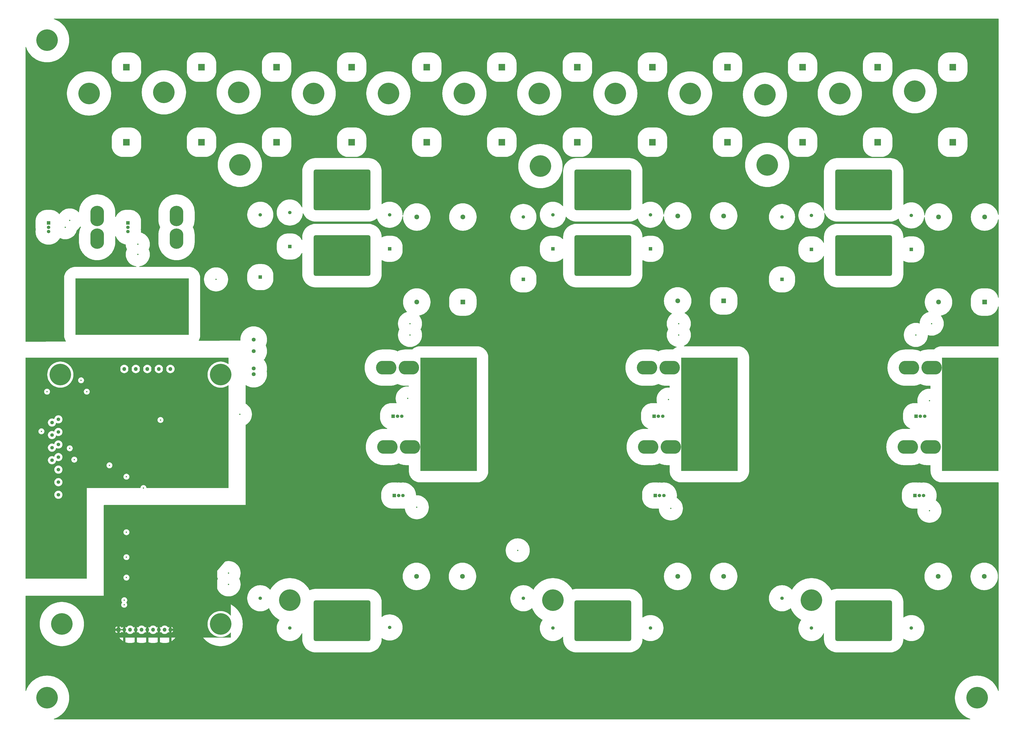
<source format=gbr>
%TF.GenerationSoftware,KiCad,Pcbnew,9.0.0*%
%TF.CreationDate,2025-04-30T18:12:18-07:00*%
%TF.ProjectId,PowerBoard,506f7765-7242-46f6-9172-642e6b696361,rev?*%
%TF.SameCoordinates,Original*%
%TF.FileFunction,Copper,L2,Inr*%
%TF.FilePolarity,Positive*%
%FSLAX46Y46*%
G04 Gerber Fmt 4.6, Leading zero omitted, Abs format (unit mm)*
G04 Created by KiCad (PCBNEW 9.0.0) date 2025-04-30 18:12:18*
%MOMM*%
%LPD*%
G01*
G04 APERTURE LIST*
G04 Aperture macros list*
%AMRoundRect*
0 Rectangle with rounded corners*
0 $1 Rounding radius*
0 $2 $3 $4 $5 $6 $7 $8 $9 X,Y pos of 4 corners*
0 Add a 4 corners polygon primitive as box body*
4,1,4,$2,$3,$4,$5,$6,$7,$8,$9,$2,$3,0*
0 Add four circle primitives for the rounded corners*
1,1,$1+$1,$2,$3*
1,1,$1+$1,$4,$5*
1,1,$1+$1,$6,$7*
1,1,$1+$1,$8,$9*
0 Add four rect primitives between the rounded corners*
20,1,$1+$1,$2,$3,$4,$5,0*
20,1,$1+$1,$4,$5,$6,$7,0*
20,1,$1+$1,$6,$7,$8,$9,0*
20,1,$1+$1,$8,$9,$2,$3,0*%
%AMHorizOval*
0 Thick line with rounded ends*
0 $1 width*
0 $2 $3 position (X,Y) of the first rounded end (center of the circle)*
0 $4 $5 position (X,Y) of the second rounded end (center of the circle)*
0 Add line between two ends*
20,1,$1,$2,$3,$4,$5,0*
0 Add two circle primitives to create the rounded ends*
1,1,$1,$2,$3*
1,1,$1,$4,$5*%
G04 Aperture macros list end*
%TA.AperFunction,ComponentPad*%
%ADD10R,50.000000X25.000000*%
%TD*%
%TA.AperFunction,ComponentPad*%
%ADD11C,9.500000*%
%TD*%
%TA.AperFunction,ComponentPad*%
%ADD12R,3.000000X3.000000*%
%TD*%
%TA.AperFunction,ComponentPad*%
%ADD13C,3.000000*%
%TD*%
%TA.AperFunction,ComponentPad*%
%ADD14RoundRect,0.900000X11.600000X-8.100000X11.600000X8.100000X-11.600000X8.100000X-11.600000X-8.100000X0*%
%TD*%
%TA.AperFunction,ComponentPad*%
%ADD15R,25.000000X50.000000*%
%TD*%
%TA.AperFunction,ComponentPad*%
%ADD16R,1.500000X1.500000*%
%TD*%
%TA.AperFunction,ComponentPad*%
%ADD17C,1.500000*%
%TD*%
%TA.AperFunction,ComponentPad*%
%ADD18HorizOval,0.800000X0.000000X0.000000X0.000000X0.000000X0*%
%TD*%
%TA.AperFunction,ComponentPad*%
%ADD19HorizOval,0.800000X0.000000X0.000000X0.000000X0.000000X0*%
%TD*%
%TA.AperFunction,ComponentPad*%
%ADD20C,0.800000*%
%TD*%
%TA.AperFunction,ComponentPad*%
%ADD21O,9.000000X6.000000*%
%TD*%
%TA.AperFunction,ComponentPad*%
%ADD22R,2.100000X2.100000*%
%TD*%
%TA.AperFunction,ComponentPad*%
%ADD23C,2.100000*%
%TD*%
%TA.AperFunction,ComponentPad*%
%ADD24HorizOval,0.800000X0.000000X0.000000X0.000000X0.000000X0*%
%TD*%
%TA.AperFunction,ComponentPad*%
%ADD25HorizOval,0.800000X0.000000X0.000000X0.000000X0.000000X0*%
%TD*%
%TA.AperFunction,ComponentPad*%
%ADD26O,6.000000X9.000000*%
%TD*%
%TA.AperFunction,ComponentPad*%
%ADD27C,1.725000*%
%TD*%
%TA.AperFunction,ComponentPad*%
%ADD28R,1.700000X1.700000*%
%TD*%
%TA.AperFunction,ComponentPad*%
%ADD29O,1.700000X1.700000*%
%TD*%
%TA.AperFunction,ComponentPad*%
%ADD30C,1.575000*%
%TD*%
%TA.AperFunction,ComponentPad*%
%ADD31C,4.650000*%
%TD*%
%TA.AperFunction,ViaPad*%
%ADD32C,1.000000*%
%TD*%
%TA.AperFunction,ViaPad*%
%ADD33C,0.600000*%
%TD*%
%TA.AperFunction,Conductor*%
%ADD34C,1.000000*%
%TD*%
G04 APERTURE END LIST*
D10*
%TO.N,DC_LINK_BUS_IN*%
%TO.C,J2*%
X-62500000Y-72500000D03*
%TD*%
D11*
%TO.N,PHASE_U*%
%TO.C,H22*%
X7000000Y-202000000D03*
%TD*%
D12*
%TO.N,DC_LINK_BUS*%
%TO.C,C16*%
X34300000Y33100000D03*
D13*
%TO.N,GNDPWR*%
X34300000Y43100000D03*
%TD*%
D12*
%TO.N,DC_LINK_BUS*%
%TO.C,C14*%
X-31900000Y33100000D03*
D13*
%TO.N,GNDPWR*%
X-31900000Y43100000D03*
%TD*%
D12*
%TO.N,DC_LINK_BUS*%
%TO.C,C5*%
X266200000Y0D03*
D13*
%TO.N,GNDPWR*%
X266200000Y10000000D03*
%TD*%
D12*
%TO.N,DC_LINK_BUS*%
%TO.C,C1*%
X133800000Y0D03*
D13*
%TO.N,GNDPWR*%
X133800000Y10000000D03*
%TD*%
D11*
%TO.N,unconnected-(H4-Pad1)*%
%TO.C,H4*%
X-23500000Y-212500000D03*
%TD*%
D14*
%TO.N,GNDPWR*%
%TO.C,Q4*%
X145000000Y-240000000D03*
%TO.N,PHASE_V*%
X145000000Y-211000000D03*
%TD*%
D15*
%TO.N,PHASE_V_OUT*%
%TO.C,J4*%
X192000000Y-120000000D03*
%TD*%
D11*
%TO.N,unconnected-(H9-Pad1)*%
%TO.C,H9*%
X249500000Y21500000D03*
%TD*%
D12*
%TO.N,DC_LINK_BUS*%
%TO.C,C101*%
X133800000Y33100000D03*
D13*
%TO.N,GNDPWR*%
X133800000Y43100000D03*
%TD*%
D14*
%TO.N,GNDPWR*%
%TO.C,Q2*%
X30000000Y-240000000D03*
%TO.N,PHASE_U*%
X30000000Y-211000000D03*
%TD*%
D11*
%TO.N,unconnected-(H16-Pad1)*%
%TO.C,H16*%
X17500000Y21500000D03*
%TD*%
D16*
%TO.N,PHASE_W*%
%TO.C,C100*%
X224000000Y-60500000D03*
D17*
%TO.N,DC_LINK_BUS*%
X224000000Y-33000000D03*
%TD*%
D14*
%TO.N,PHASE_V*%
%TO.C,Q3*%
X145000000Y-50000000D03*
%TO.N,DC_LINK_BUS*%
X145000000Y-21000000D03*
%TD*%
D12*
%TO.N,DC_LINK_BUS*%
%TO.C,C6*%
X299300000Y0D03*
D13*
%TO.N,GNDPWR*%
X299300000Y10000000D03*
%TD*%
D14*
%TO.N,PHASE_W*%
%TO.C,Q5*%
X260000000Y-50000000D03*
%TO.N,DC_LINK_BUS*%
X260000000Y-21000000D03*
%TD*%
D11*
%TO.N,unconnected-(H14-Pad1)*%
%TO.C,H14*%
X84000000Y21500000D03*
%TD*%
D16*
%TO.N,+5V*%
%TO.C,IC9*%
X282600000Y-155825000D03*
D17*
%TO.N,GND*%
X284510000Y-155825000D03*
%TO.N,Net-(IC9-VIOUT)*%
X286420000Y-155825000D03*
D18*
%TO.N,PHASE_W_OUT*%
X285560000Y-133795000D03*
D19*
X285560000Y-135055000D03*
D20*
X286310000Y-132765000D03*
X286310000Y-136085000D03*
X287510000Y-132375000D03*
X287510000Y-136475000D03*
X288840000Y-132375000D03*
X288840000Y-136475000D03*
D21*
X289510000Y-134425000D03*
D20*
X290180000Y-132375000D03*
X290180000Y-136475000D03*
X291510000Y-132375000D03*
X291510000Y-136475000D03*
X292710000Y-132765000D03*
X292710000Y-136085000D03*
X293460000Y-133795000D03*
X293460000Y-135055000D03*
%TO.N,PHASE_W*%
X275560000Y-133795000D03*
X275560000Y-135055000D03*
X276310000Y-132765000D03*
X276310000Y-136085000D03*
X277510000Y-132375000D03*
X277510000Y-136475000D03*
X278840000Y-132375000D03*
X278840000Y-136475000D03*
D21*
X279510000Y-134425000D03*
D20*
X280180000Y-132375000D03*
X280180000Y-136475000D03*
X281510000Y-132375000D03*
X281510000Y-136475000D03*
X282710000Y-132765000D03*
X282710000Y-136085000D03*
D19*
X283460000Y-133795000D03*
D18*
X283460000Y-135055000D03*
%TD*%
D11*
%TO.N,unconnected-(H1-Pad1)*%
%TO.C,H1*%
X-94150000Y-102500000D03*
%TD*%
D12*
%TO.N,DC_LINK_BUS*%
%TO.C,C12*%
X100500000Y0D03*
D13*
%TO.N,GNDPWR*%
X100500000Y10000000D03*
%TD*%
D22*
%TO.N,GNDPWR*%
%TO.C,C97*%
X313150000Y-229000000D03*
D23*
%TO.N,PHASE_W*%
X313150000Y-191500000D03*
%TO.N,GNDPWR*%
X292850000Y-229000000D03*
%TO.N,PHASE_W*%
X292850000Y-191500000D03*
%TD*%
D14*
%TO.N,GNDPWR*%
%TO.C,Q6*%
X260000000Y-240000000D03*
%TO.N,PHASE_W*%
X260000000Y-211000000D03*
%TD*%
D16*
%TO.N,PHASE_W*%
%TO.C,C99*%
X281000000Y-47275000D03*
D17*
%TO.N,DC_LINK_BUS*%
X281000000Y-32275000D03*
%TD*%
D12*
%TO.N,DC_LINK_BUS*%
%TO.C,C17*%
X67400000Y33100000D03*
D13*
%TO.N,GNDPWR*%
X67400000Y43100000D03*
%TD*%
D12*
%TO.N,DC_LINK_BUS*%
%TO.C,C11*%
X67400000Y0D03*
D13*
%TO.N,GNDPWR*%
X67400000Y10000000D03*
%TD*%
D11*
%TO.N,unconnected-(H7-Pad1)*%
%TO.C,H7*%
X310000000Y-245000000D03*
%TD*%
D16*
%TO.N,GNDPWR*%
%TO.C,C110*%
X110000000Y-228625000D03*
D17*
%TO.N,PHASE_V*%
X110000000Y-201125000D03*
%TD*%
D22*
%TO.N,GNDPWR*%
%TO.C,C87*%
X83150000Y-229000000D03*
D23*
%TO.N,PHASE_U*%
X83150000Y-191500000D03*
%TO.N,GNDPWR*%
X62850000Y-229000000D03*
%TO.N,PHASE_U*%
X62850000Y-191500000D03*
%TD*%
D12*
%TO.N,DC_LINK_BUS*%
%TO.C,C3*%
X200000000Y0D03*
D13*
%TO.N,GNDPWR*%
X200000000Y10000000D03*
%TD*%
D16*
%TO.N,PHASE_W*%
%TO.C,C98*%
X237000000Y-47275000D03*
D17*
%TO.N,DC_LINK_BUS*%
X237000000Y-32275000D03*
%TD*%
D16*
%TO.N,+5V*%
%TO.C,IC3*%
X-99325000Y-35600000D03*
D17*
%TO.N,GND*%
X-99325000Y-37510000D03*
%TO.N,Net-(IC3-VIOUT)*%
X-99325000Y-39420000D03*
D24*
%TO.N,DC_LINK_BUS_IN*%
X-77295000Y-38560000D03*
D25*
X-78555000Y-38560000D03*
D20*
X-76265000Y-39310000D03*
X-79585000Y-39310000D03*
X-75875000Y-40510000D03*
X-79975000Y-40510000D03*
X-75875000Y-41840000D03*
X-79975000Y-41840000D03*
D26*
X-77925000Y-42510000D03*
D20*
X-75875000Y-43180000D03*
X-79975000Y-43180000D03*
X-75875000Y-44510000D03*
X-79975000Y-44510000D03*
X-76265000Y-45710000D03*
X-79585000Y-45710000D03*
X-77295000Y-46460000D03*
X-78555000Y-46460000D03*
%TO.N,DC_LINK_BUS*%
X-77295000Y-28560000D03*
X-78555000Y-28560000D03*
X-76265000Y-29310000D03*
X-79585000Y-29310000D03*
X-75875000Y-30510000D03*
X-79975000Y-30510000D03*
X-75875000Y-31840000D03*
X-79975000Y-31840000D03*
D26*
X-77925000Y-32510000D03*
D20*
X-75875000Y-33180000D03*
X-79975000Y-33180000D03*
X-75875000Y-34510000D03*
X-79975000Y-34510000D03*
X-76265000Y-35710000D03*
X-79585000Y-35710000D03*
D25*
X-77295000Y-36460000D03*
D24*
X-78555000Y-36460000D03*
%TD*%
D16*
%TO.N,GNDPWR*%
%TO.C,C103*%
X237000000Y-229275000D03*
D17*
%TO.N,PHASE_W*%
X237000000Y-214275000D03*
%TD*%
D11*
%TO.N,PHASE_V*%
%TO.C,H23*%
X123000000Y-202000000D03*
%TD*%
%TO.N,unconnected-(H10-Pad1)*%
%TO.C,H10*%
X216500000Y21000000D03*
%TD*%
D16*
%TO.N,+5V*%
%TO.C,IC6*%
X52590000Y-120825000D03*
D17*
%TO.N,GND*%
X54500000Y-120825000D03*
%TO.N,Net-(IC6-VIOUT)*%
X56410000Y-120825000D03*
D18*
%TO.N,PHASE_U_OUT*%
X55550000Y-98795000D03*
D19*
X55550000Y-100055000D03*
D20*
X56300000Y-97765000D03*
X56300000Y-101085000D03*
X57500000Y-97375000D03*
X57500000Y-101475000D03*
X58830000Y-97375000D03*
X58830000Y-101475000D03*
D21*
X59500000Y-99425000D03*
D20*
X60170000Y-97375000D03*
X60170000Y-101475000D03*
X61500000Y-97375000D03*
X61500000Y-101475000D03*
X62700000Y-97765000D03*
X62700000Y-101085000D03*
X63450000Y-98795000D03*
X63450000Y-100055000D03*
%TO.N,PHASE_U*%
X45550000Y-98795000D03*
X45550000Y-100055000D03*
X46300000Y-97765000D03*
X46300000Y-101085000D03*
X47500000Y-97375000D03*
X47500000Y-101475000D03*
X48830000Y-97375000D03*
X48830000Y-101475000D03*
D21*
X49500000Y-99425000D03*
D20*
X50170000Y-97375000D03*
X50170000Y-101475000D03*
X51500000Y-97375000D03*
X51500000Y-101475000D03*
X52700000Y-97765000D03*
X52700000Y-101085000D03*
D19*
X53450000Y-98795000D03*
D18*
X53450000Y-100055000D03*
%TD*%
D16*
%TO.N,PHASE_U*%
%TO.C,C20*%
X7000000Y-46000000D03*
D17*
%TO.N,DC_LINK_BUS*%
X7000000Y-31000000D03*
%TD*%
D12*
%TO.N,DC_LINK_BUS*%
%TO.C,C18*%
X100500000Y33100000D03*
D13*
%TO.N,GNDPWR*%
X100500000Y43100000D03*
%TD*%
D11*
%TO.N,unconnected-(H8-Pad1)*%
%TO.C,H8*%
X282500000Y22500000D03*
%TD*%
D12*
%TO.N,DC_LINK_BUS*%
%TO.C,C111*%
X266200000Y33100000D03*
D13*
%TO.N,GNDPWR*%
X266200000Y43100000D03*
%TD*%
D14*
%TO.N,PHASE_U*%
%TO.C,Q1*%
X30000000Y-50000000D03*
%TO.N,DC_LINK_BUS*%
X30000000Y-21000000D03*
%TD*%
D11*
%TO.N,unconnected-(H6-Pad1)*%
%TO.C,H6*%
X-100000000Y-245000000D03*
%TD*%
%TO.N,PHASE_W*%
%TO.C,H24*%
X237000000Y-202000000D03*
%TD*%
D27*
%TO.N,+12V*%
%TO.C,PS1*%
X-8915000Y-102325000D03*
%TO.N,GND*%
X-8915000Y-99785000D03*
X-8915000Y-92165000D03*
%TO.N,+5V*%
X-8915000Y-87085000D03*
%TD*%
D16*
%TO.N,GNDPWR*%
%TO.C,C88*%
X51000000Y-229000000D03*
D17*
%TO.N,PHASE_U*%
X51000000Y-214000000D03*
%TD*%
D11*
%TO.N,DC_LINK_BUS*%
%TO.C,H21*%
X217500000Y-10000000D03*
%TD*%
D12*
%TO.N,DC_LINK_BUS*%
%TO.C,C9*%
X1200000Y0D03*
D13*
%TO.N,GNDPWR*%
X1200000Y10000000D03*
%TD*%
D28*
%TO.N,GNDPWR*%
%TO.C,J8*%
X-68500000Y-215000000D03*
D29*
X-65960000Y-215000000D03*
%TO.N,PHASE_W_VSENSE*%
X-63420000Y-215000000D03*
%TO.N,GNDPWR*%
X-60880000Y-215000000D03*
%TO.N,PHASE_V_VSENSE*%
X-58340000Y-215000000D03*
%TO.N,GNDPWR*%
X-55800000Y-215000000D03*
%TO.N,PHASE_U_VSENSE*%
X-53260000Y-215000000D03*
%TO.N,GNDPWR*%
X-50720000Y-215000000D03*
%TO.N,DC_LINK_BUS_VSENSE*%
X-48180000Y-215000000D03*
%TO.N,GNDPWR*%
X-45640000Y-215000000D03*
%TD*%
D12*
%TO.N,DC_LINK_BUS*%
%TO.C,C15*%
X1200000Y33100000D03*
D13*
%TO.N,GNDPWR*%
X1200000Y43100000D03*
%TD*%
D16*
%TO.N,PHASE_V*%
%TO.C,C94*%
X166000000Y-47000000D03*
D17*
%TO.N,DC_LINK_BUS*%
X166000000Y-32000000D03*
%TD*%
D11*
%TO.N,unconnected-(H13-Pad1)*%
%TO.C,H13*%
X117000000Y21500000D03*
%TD*%
D16*
%TO.N,+5V*%
%TO.C,IC5*%
X53090000Y-155825000D03*
D17*
%TO.N,GND*%
X55000000Y-155825000D03*
%TO.N,Net-(IC5-VIOUT)*%
X56910000Y-155825000D03*
D18*
%TO.N,PHASE_U_OUT*%
X56050000Y-133795000D03*
D19*
X56050000Y-135055000D03*
D20*
X56800000Y-132765000D03*
X56800000Y-136085000D03*
X58000000Y-132375000D03*
X58000000Y-136475000D03*
X59330000Y-132375000D03*
X59330000Y-136475000D03*
D21*
X60000000Y-134425000D03*
D20*
X60670000Y-132375000D03*
X60670000Y-136475000D03*
X62000000Y-132375000D03*
X62000000Y-136475000D03*
X63200000Y-132765000D03*
X63200000Y-136085000D03*
X63950000Y-133795000D03*
X63950000Y-135055000D03*
%TO.N,PHASE_U*%
X46050000Y-133795000D03*
X46050000Y-135055000D03*
X46800000Y-132765000D03*
X46800000Y-136085000D03*
X48000000Y-132375000D03*
X48000000Y-136475000D03*
X49330000Y-132375000D03*
X49330000Y-136475000D03*
D21*
X50000000Y-134425000D03*
D20*
X50670000Y-132375000D03*
X50670000Y-136475000D03*
X52000000Y-132375000D03*
X52000000Y-136475000D03*
X53200000Y-132765000D03*
X53200000Y-136085000D03*
D19*
X53950000Y-133795000D03*
D18*
X53950000Y-135055000D03*
%TD*%
D22*
%TO.N,PHASE_W*%
%TO.C,C96*%
X313300000Y-70500000D03*
D23*
%TO.N,DC_LINK_BUS*%
X313300000Y-33000000D03*
%TO.N,PHASE_W*%
X293000000Y-70500000D03*
%TO.N,DC_LINK_BUS*%
X293000000Y-33000000D03*
%TD*%
D12*
%TO.N,DC_LINK_BUS*%
%TO.C,C2*%
X166900000Y0D03*
D13*
%TO.N,GNDPWR*%
X166900000Y10000000D03*
%TD*%
D16*
%TO.N,GNDPWR*%
%TO.C,C108*%
X123000000Y-229275000D03*
D17*
%TO.N,PHASE_V*%
X123000000Y-214275000D03*
%TD*%
D15*
%TO.N,PHASE_W_OUT*%
%TO.C,J5*%
X307000000Y-120000000D03*
%TD*%
D12*
%TO.N,DC_LINK_BUS*%
%TO.C,C13*%
X-65000000Y33100000D03*
D13*
%TO.N,GNDPWR*%
X-65000000Y43100000D03*
%TD*%
D11*
%TO.N,unconnected-(H15-Pad1)*%
%TO.C,H15*%
X50500000Y21500000D03*
%TD*%
%TO.N,unconnected-(H17-Pad1)*%
%TO.C,H17*%
X-15500000Y22000000D03*
%TD*%
%TO.N,unconnected-(H19-Pad1)*%
%TO.C,H19*%
X-81500000Y21500000D03*
%TD*%
%TO.N,unconnected-(H18-Pad1)*%
%TO.C,H18*%
X-48500000Y22000000D03*
%TD*%
D16*
%TO.N,GNDPWR*%
%TO.C,C90*%
X-6000000Y-228625000D03*
D17*
%TO.N,PHASE_U*%
X-6000000Y-201125000D03*
%TD*%
D16*
%TO.N,GNDPWR*%
%TO.C,C104*%
X281000000Y-229275000D03*
D17*
%TO.N,PHASE_W*%
X281000000Y-214275000D03*
%TD*%
D12*
%TO.N,DC_LINK_BUS*%
%TO.C,C8*%
X-31900000Y0D03*
D13*
%TO.N,GNDPWR*%
X-31900000Y10000000D03*
%TD*%
D16*
%TO.N,+5V*%
%TO.C,IC4*%
X-64325000Y-35600000D03*
D17*
%TO.N,GND*%
X-64325000Y-37510000D03*
%TO.N,Net-(IC4-VIOUT)*%
X-64325000Y-39420000D03*
D24*
%TO.N,DC_LINK_BUS_IN*%
X-42295000Y-38560000D03*
D25*
X-43555000Y-38560000D03*
D20*
X-41265000Y-39310000D03*
X-44585000Y-39310000D03*
X-40875000Y-40510000D03*
X-44975000Y-40510000D03*
X-40875000Y-41840000D03*
X-44975000Y-41840000D03*
D26*
X-42925000Y-42510000D03*
D20*
X-40875000Y-43180000D03*
X-44975000Y-43180000D03*
X-40875000Y-44510000D03*
X-44975000Y-44510000D03*
X-41265000Y-45710000D03*
X-44585000Y-45710000D03*
X-42295000Y-46460000D03*
X-43555000Y-46460000D03*
%TO.N,DC_LINK_BUS*%
X-42295000Y-28560000D03*
X-43555000Y-28560000D03*
X-41265000Y-29310000D03*
X-44585000Y-29310000D03*
X-40875000Y-30510000D03*
X-44975000Y-30510000D03*
X-40875000Y-31840000D03*
X-44975000Y-31840000D03*
D26*
X-42925000Y-32510000D03*
D20*
X-40875000Y-33180000D03*
X-44975000Y-33180000D03*
X-40875000Y-34510000D03*
X-44975000Y-34510000D03*
X-41265000Y-35710000D03*
X-44585000Y-35710000D03*
D25*
X-42295000Y-36460000D03*
D24*
X-43555000Y-36460000D03*
%TD*%
D12*
%TO.N,DC_LINK_BUS*%
%TO.C,C10*%
X34300000Y0D03*
D13*
%TO.N,GNDPWR*%
X34300000Y10000000D03*
%TD*%
D22*
%TO.N,PHASE_U*%
%TO.C,C86*%
X83300000Y-70500000D03*
D23*
%TO.N,DC_LINK_BUS*%
X83300000Y-33000000D03*
%TO.N,PHASE_U*%
X63000000Y-70500000D03*
%TO.N,DC_LINK_BUS*%
X63000000Y-33000000D03*
%TD*%
D16*
%TO.N,PHASE_V*%
%TO.C,C95*%
X110000000Y-60500000D03*
D17*
%TO.N,DC_LINK_BUS*%
X110000000Y-33000000D03*
%TD*%
D16*
%TO.N,PHASE_V*%
%TO.C,C93*%
X123000000Y-47000000D03*
D17*
%TO.N,DC_LINK_BUS*%
X123000000Y-32000000D03*
%TD*%
D12*
%TO.N,DC_LINK_BUS*%
%TO.C,C7*%
X-65000000Y0D03*
D13*
%TO.N,GNDPWR*%
X-65000000Y10000000D03*
%TD*%
D16*
%TO.N,PHASE_U*%
%TO.C,C84*%
X51000000Y-47000000D03*
D17*
%TO.N,DC_LINK_BUS*%
X51000000Y-32000000D03*
%TD*%
D16*
%TO.N,PHASE_U*%
%TO.C,C85*%
X-6000000Y-59500000D03*
D17*
%TO.N,DC_LINK_BUS*%
X-6000000Y-32000000D03*
%TD*%
D22*
%TO.N,PHASE_V*%
%TO.C,C91*%
X198300000Y-70000000D03*
D23*
%TO.N,DC_LINK_BUS*%
X198300000Y-32500000D03*
%TO.N,PHASE_V*%
X178000000Y-70000000D03*
%TO.N,DC_LINK_BUS*%
X178000000Y-32500000D03*
%TD*%
D28*
%TO.N,GND*%
%TO.C,J9*%
X-68500000Y-100000000D03*
D29*
%TO.N,PHASE_U_ISOLATED_VSENSE*%
X-65960000Y-100000000D03*
%TO.N,GND*%
X-63420000Y-100000000D03*
%TO.N,PHASE_V_ISOLATED_VSENSE*%
X-60880000Y-100000000D03*
%TO.N,GND*%
X-58340000Y-100000000D03*
%TO.N,PHASE_W_ISOLATED_VSENSE*%
X-55800000Y-100000000D03*
%TO.N,GND*%
X-53260000Y-100000000D03*
%TO.N,DC_LINK_BUS_ISOLATED_VSENSE*%
X-50720000Y-100000000D03*
%TO.N,GND*%
X-48180000Y-100000000D03*
%TO.N,+5V*%
X-45640000Y-100000000D03*
%TD*%
D12*
%TO.N,DC_LINK_BUS*%
%TO.C,C106*%
X200000000Y33100000D03*
D13*
%TO.N,GNDPWR*%
X200000000Y43100000D03*
%TD*%
D11*
%TO.N,unconnected-(H5-Pad1)*%
%TO.C,H5*%
X-100000000Y45000000D03*
%TD*%
D16*
%TO.N,GNDPWR*%
%TO.C,C89*%
X7000000Y-229275000D03*
D17*
%TO.N,PHASE_U*%
X7000000Y-214275000D03*
%TD*%
D11*
%TO.N,unconnected-(H11-Pad1)*%
%TO.C,H11*%
X183500000Y21500000D03*
%TD*%
D12*
%TO.N,DC_LINK_BUS*%
%TO.C,C112*%
X299300000Y33100000D03*
D13*
%TO.N,GNDPWR*%
X299300000Y43100000D03*
%TD*%
D12*
%TO.N,DC_LINK_BUS*%
%TO.C,C107*%
X233100000Y33100000D03*
D13*
%TO.N,GNDPWR*%
X233100000Y43100000D03*
%TD*%
D11*
%TO.N,DC_LINK_BUS*%
%TO.C,H20*%
X117500000Y-10550000D03*
%TD*%
D12*
%TO.N,DC_LINK_BUS*%
%TO.C,C4*%
X233100000Y0D03*
D13*
%TO.N,GNDPWR*%
X233100000Y10000000D03*
%TD*%
D22*
%TO.N,GNDPWR*%
%TO.C,C92*%
X198300000Y-229000000D03*
D23*
%TO.N,PHASE_V*%
X198300000Y-191500000D03*
%TO.N,GNDPWR*%
X178000000Y-229000000D03*
%TO.N,PHASE_V*%
X178000000Y-191500000D03*
%TD*%
D10*
%TO.N,GNDPWR*%
%TO.C,J1*%
X-40500000Y-241750000D03*
%TD*%
D11*
%TO.N,DC_LINK_BUS*%
%TO.C,H19*%
X-15000000Y-10000000D03*
%TD*%
%TO.N,unconnected-(H3-Pad1)*%
%TO.C,H3*%
X-93500000Y-212500000D03*
%TD*%
D16*
%TO.N,GNDPWR*%
%TO.C,C109*%
X166000000Y-229275000D03*
D17*
%TO.N,PHASE_V*%
X166000000Y-214275000D03*
%TD*%
D15*
%TO.N,PHASE_U_OUT*%
%TO.C,J3*%
X77000000Y-120000000D03*
%TD*%
D16*
%TO.N,+5V*%
%TO.C,IC8*%
X167600000Y-120825000D03*
D17*
%TO.N,GND*%
X169510000Y-120825000D03*
%TO.N,Net-(IC8-VIOUT)*%
X171420000Y-120825000D03*
D18*
%TO.N,PHASE_V_OUT*%
X170560000Y-98795000D03*
D19*
X170560000Y-100055000D03*
D20*
X171310000Y-97765000D03*
X171310000Y-101085000D03*
X172510000Y-97375000D03*
X172510000Y-101475000D03*
X173840000Y-97375000D03*
X173840000Y-101475000D03*
D21*
X174510000Y-99425000D03*
D20*
X175180000Y-97375000D03*
X175180000Y-101475000D03*
X176510000Y-97375000D03*
X176510000Y-101475000D03*
X177710000Y-97765000D03*
X177710000Y-101085000D03*
X178460000Y-98795000D03*
X178460000Y-100055000D03*
%TO.N,PHASE_V*%
X160560000Y-98795000D03*
X160560000Y-100055000D03*
X161310000Y-97765000D03*
X161310000Y-101085000D03*
X162510000Y-97375000D03*
X162510000Y-101475000D03*
X163840000Y-97375000D03*
X163840000Y-101475000D03*
D21*
X164510000Y-99425000D03*
D20*
X165180000Y-97375000D03*
X165180000Y-101475000D03*
X166510000Y-97375000D03*
X166510000Y-101475000D03*
X167710000Y-97765000D03*
X167710000Y-101085000D03*
D19*
X168460000Y-98795000D03*
D18*
X168460000Y-100055000D03*
%TD*%
D11*
%TO.N,unconnected-(H12-Pad1)*%
%TO.C,H12*%
X150500000Y21500000D03*
%TD*%
D16*
%TO.N,+5V*%
%TO.C,IC7*%
X168100000Y-155825000D03*
D17*
%TO.N,GND*%
X170010000Y-155825000D03*
%TO.N,Net-(IC7-VIOUT)*%
X171920000Y-155825000D03*
D18*
%TO.N,PHASE_V_OUT*%
X171060000Y-133795000D03*
D19*
X171060000Y-135055000D03*
D20*
X171810000Y-132765000D03*
X171810000Y-136085000D03*
X173010000Y-132375000D03*
X173010000Y-136475000D03*
X174340000Y-132375000D03*
X174340000Y-136475000D03*
D21*
X175010000Y-134425000D03*
D20*
X175680000Y-132375000D03*
X175680000Y-136475000D03*
X177010000Y-132375000D03*
X177010000Y-136475000D03*
X178210000Y-132765000D03*
X178210000Y-136085000D03*
X178960000Y-133795000D03*
X178960000Y-135055000D03*
%TO.N,PHASE_V*%
X161060000Y-133795000D03*
X161060000Y-135055000D03*
X161810000Y-132765000D03*
X161810000Y-136085000D03*
X163010000Y-132375000D03*
X163010000Y-136475000D03*
X164340000Y-132375000D03*
X164340000Y-136475000D03*
D21*
X165010000Y-134425000D03*
D20*
X165680000Y-132375000D03*
X165680000Y-136475000D03*
X167010000Y-132375000D03*
X167010000Y-136475000D03*
X168210000Y-132765000D03*
X168210000Y-136085000D03*
D19*
X168960000Y-133795000D03*
D18*
X168960000Y-135055000D03*
%TD*%
D16*
%TO.N,+5V*%
%TO.C,IC10*%
X283100000Y-120825000D03*
D17*
%TO.N,GND*%
X285010000Y-120825000D03*
%TO.N,Net-(IC10-VIOUT)*%
X286920000Y-120825000D03*
D18*
%TO.N,PHASE_W_OUT*%
X286060000Y-98795000D03*
D19*
X286060000Y-100055000D03*
D20*
X286810000Y-97765000D03*
X286810000Y-101085000D03*
X288010000Y-97375000D03*
X288010000Y-101475000D03*
X289340000Y-97375000D03*
X289340000Y-101475000D03*
D21*
X290010000Y-99425000D03*
D20*
X290680000Y-97375000D03*
X290680000Y-101475000D03*
X292010000Y-97375000D03*
X292010000Y-101475000D03*
X293210000Y-97765000D03*
X293210000Y-101085000D03*
X293960000Y-98795000D03*
X293960000Y-100055000D03*
%TO.N,PHASE_W*%
X276060000Y-98795000D03*
X276060000Y-100055000D03*
X276810000Y-97765000D03*
X276810000Y-101085000D03*
X278010000Y-97375000D03*
X278010000Y-101475000D03*
X279340000Y-97375000D03*
X279340000Y-101475000D03*
D21*
X280010000Y-99425000D03*
D20*
X280680000Y-97375000D03*
X280680000Y-101475000D03*
X282010000Y-97375000D03*
X282010000Y-101475000D03*
X283210000Y-97765000D03*
X283210000Y-101085000D03*
D19*
X283960000Y-98795000D03*
D18*
X283960000Y-100055000D03*
%TD*%
D12*
%TO.N,DC_LINK_BUS*%
%TO.C,C102*%
X166900000Y33100000D03*
D13*
%TO.N,GNDPWR*%
X166900000Y43100000D03*
%TD*%
D11*
%TO.N,unconnected-(H2-Pad1)*%
%TO.C,H2*%
X-23500000Y-102500000D03*
%TD*%
D16*
%TO.N,GNDPWR*%
%TO.C,C105*%
X224000000Y-228625000D03*
D17*
%TO.N,PHASE_W*%
X224000000Y-201125000D03*
%TD*%
D30*
%TO.N,DC_LINK_BUS_CURRENT_SENSE*%
%TO.C,J6*%
X-95000000Y-122230000D03*
%TO.N,GND*%
X-95000000Y-125000000D03*
%TO.N,PHASE_U_ISENSE*%
X-95000000Y-127770000D03*
%TO.N,GND*%
X-95000000Y-130540000D03*
%TO.N,PHASE_V_ISENSE*%
X-95000000Y-133310000D03*
%TO.N,GND*%
X-95000000Y-136080000D03*
%TO.N,PHASE_W_ISENSE*%
X-95000000Y-138850000D03*
%TO.N,GND*%
X-95000000Y-141620000D03*
%TO.N,PHASE_U_ISOLATED_VSENSE*%
X-95000000Y-144390000D03*
%TO.N,GND*%
X-95000000Y-147160000D03*
%TO.N,PHASE_V_ISOLATED_VSENSE*%
X-95000000Y-149930000D03*
%TO.N,GND*%
X-95000000Y-152700000D03*
%TO.N,PHASE_W_ISOLATED_VSENSE*%
X-95000000Y-155470000D03*
%TO.N,GND*%
X-97840000Y-154085000D03*
X-97840000Y-151315000D03*
X-97840000Y-148545000D03*
X-97840000Y-145775000D03*
X-97840000Y-143005000D03*
%TO.N,StatusLED*%
X-97840000Y-140235000D03*
%TO.N,GND*%
X-97840000Y-137465000D03*
%TO.N,FAULT_LED*%
X-97840000Y-134695000D03*
%TO.N,GND*%
X-97840000Y-131925000D03*
%TO.N,+12V*%
X-97840000Y-129155000D03*
%TO.N,GND*%
X-97840000Y-126385000D03*
%TO.N,DC_LINK_BUS_ISOLATED_VSENSE*%
X-97840000Y-123615000D03*
D31*
%TO.N,GND*%
X-96420000Y-115330000D03*
X-96420000Y-162370000D03*
%TD*%
D32*
%TO.N,GNDPWR*%
X-52000000Y-176000000D03*
X-56000000Y-186000000D03*
X-62000000Y-195000000D03*
X-61000000Y-207000000D03*
X-56000000Y-206000000D03*
X-51000000Y-206000000D03*
X-70000000Y-210000000D03*
X-40000000Y-210000000D03*
X-45000000Y-205000000D03*
X-45000000Y-195000000D03*
X-50000000Y-195000000D03*
X-55000000Y-195000000D03*
X-65000000Y-195000000D03*
X-60000000Y-185000000D03*
X-50000000Y-185000000D03*
X-45000000Y-185000000D03*
X-45000000Y-175000000D03*
X-45000000Y-165000000D03*
X-55000000Y-175000000D03*
X-55000000Y-165000000D03*
X-65000000Y-175000000D03*
X-65000000Y-165000000D03*
X-37000000Y-161000000D03*
X-33000000Y-161000000D03*
X-36000000Y-161000000D03*
X-34000000Y-161000000D03*
X-32000000Y-161000000D03*
X-35000000Y-161000000D03*
X-43000000Y-161000000D03*
X-39000000Y-161000000D03*
X-42000000Y-161000000D03*
X-40000000Y-161000000D03*
X-38000000Y-161000000D03*
X-41000000Y-161000000D03*
X-49000000Y-161000000D03*
X-45000000Y-161000000D03*
X-48000000Y-161000000D03*
X-46000000Y-161000000D03*
X-44000000Y-161000000D03*
X-47000000Y-161000000D03*
X-55000000Y-161000000D03*
X-51000000Y-161000000D03*
X-54000000Y-161000000D03*
X-52000000Y-161000000D03*
X-50000000Y-161000000D03*
X-53000000Y-161000000D03*
X-61000000Y-161000000D03*
X-57000000Y-161000000D03*
X-60000000Y-161000000D03*
X-58000000Y-161000000D03*
X-56000000Y-161000000D03*
X-59000000Y-161000000D03*
X-67000000Y-161000000D03*
X-63000000Y-161000000D03*
X-66000000Y-161000000D03*
X-64000000Y-161000000D03*
X-62000000Y-161000000D03*
X-65000000Y-161000000D03*
X-68000000Y-161000000D03*
X-72000000Y-161000000D03*
X-69000000Y-161000000D03*
X-71000000Y-161000000D03*
X-73000000Y-161000000D03*
X-70000000Y-161000000D03*
X-25000000Y-206000000D03*
X-31000000Y-206000000D03*
X-27000000Y-206000000D03*
X-30000000Y-206000000D03*
X-28000000Y-206000000D03*
X-26000000Y-206000000D03*
X-29000000Y-206000000D03*
X-32000000Y-211000000D03*
X-32000000Y-207000000D03*
X-32000000Y-210000000D03*
X-32000000Y-208000000D03*
X-32000000Y-206000000D03*
X-32000000Y-209000000D03*
X-32000000Y-217000000D03*
X-32000000Y-213000000D03*
X-32000000Y-216000000D03*
X-32000000Y-214000000D03*
X-32000000Y-212000000D03*
X-32000000Y-215000000D03*
X-37000000Y-218000000D03*
X-33000000Y-218000000D03*
X-36000000Y-218000000D03*
X-34000000Y-218000000D03*
X-32000000Y-218000000D03*
X-35000000Y-218000000D03*
X-43000000Y-218000000D03*
X-39000000Y-218000000D03*
X-42000000Y-218000000D03*
X-40000000Y-218000000D03*
X-38000000Y-218000000D03*
X-41000000Y-218000000D03*
X-49000000Y-218000000D03*
X-45000000Y-218000000D03*
X-48000000Y-218000000D03*
X-46000000Y-218000000D03*
X-44000000Y-218000000D03*
X-47000000Y-218000000D03*
X-55000000Y-218000000D03*
X-51000000Y-218000000D03*
X-54000000Y-218000000D03*
X-52000000Y-218000000D03*
X-50000000Y-218000000D03*
X-53000000Y-218000000D03*
X-61000000Y-218000000D03*
X-57000000Y-218000000D03*
X-60000000Y-218000000D03*
X-58000000Y-218000000D03*
X-56000000Y-218000000D03*
X-59000000Y-218000000D03*
X-67000000Y-218000000D03*
X-63000000Y-218000000D03*
X-66000000Y-218000000D03*
X-64000000Y-218000000D03*
X-62000000Y-218000000D03*
X-65000000Y-218000000D03*
X-73000000Y-218000000D03*
X-69000000Y-218000000D03*
X-72000000Y-218000000D03*
X-70000000Y-218000000D03*
X-68000000Y-218000000D03*
X-71000000Y-218000000D03*
X-74000000Y-215000000D03*
X-74000000Y-216000000D03*
X-74000000Y-218000000D03*
X-74000000Y-217000000D03*
X-74000000Y-209000000D03*
X-74000000Y-213000000D03*
X-74000000Y-210000000D03*
X-74000000Y-212000000D03*
X-74000000Y-214000000D03*
X-74000000Y-211000000D03*
X-74000000Y-203000000D03*
X-74000000Y-207000000D03*
X-74000000Y-204000000D03*
X-74000000Y-206000000D03*
X-74000000Y-208000000D03*
X-74000000Y-205000000D03*
X-74000000Y-197000000D03*
X-74000000Y-201000000D03*
X-74000000Y-198000000D03*
X-74000000Y-200000000D03*
X-74000000Y-202000000D03*
X-74000000Y-199000000D03*
X-74000000Y-191000000D03*
X-74000000Y-195000000D03*
X-74000000Y-192000000D03*
X-74000000Y-194000000D03*
X-74000000Y-196000000D03*
X-74000000Y-193000000D03*
X-74000000Y-185000000D03*
X-74000000Y-189000000D03*
X-74000000Y-186000000D03*
X-74000000Y-188000000D03*
X-74000000Y-190000000D03*
X-74000000Y-187000000D03*
X-74000000Y-179000000D03*
X-74000000Y-183000000D03*
X-74000000Y-180000000D03*
X-74000000Y-182000000D03*
X-74000000Y-184000000D03*
X-74000000Y-181000000D03*
X-74000000Y-173000000D03*
X-74000000Y-177000000D03*
X-74000000Y-174000000D03*
X-74000000Y-176000000D03*
X-74000000Y-178000000D03*
X-74000000Y-175000000D03*
X-74000000Y-167000000D03*
X-74000000Y-171000000D03*
X-74000000Y-168000000D03*
X-74000000Y-170000000D03*
X-74000000Y-172000000D03*
X-74000000Y-169000000D03*
X-74000000Y-164000000D03*
X-74000000Y-165000000D03*
X-74000000Y-166000000D03*
X-74000000Y-163000000D03*
X-74000000Y-162000000D03*
X-74000000Y-161000000D03*
D33*
%TO.N,PHASE_W_VSENSE*%
X-66000000Y-204000000D03*
%TO.N,GNDPWR*%
X-71000000Y-180000000D03*
X-71000000Y-170000000D03*
X-71000000Y-200000000D03*
X-71000000Y-190000000D03*
%TO.N,+5V*%
X290000000Y-80000000D03*
X178500000Y-80000000D03*
X60000000Y-80000000D03*
X-85000000Y-105000000D03*
X-90000000Y-34500000D03*
%TO.N,GND*%
X-92000000Y-37500000D03*
X-60000000Y-45000000D03*
X178500000Y-85000000D03*
X283000000Y-85000000D03*
X-60000000Y-49500000D03*
X60000000Y-85000000D03*
%TO.N,PHASE_V*%
X-20000000Y-190000000D03*
X107500000Y-180000000D03*
%TO.N,PHASE_W*%
X-20000000Y-195000000D03*
%TO.N,DC_LINK_BUS_CURRENT_SENSE*%
X-15000000Y-120000000D03*
X-25500000Y-60500000D03*
%TO.N,PHASE_U_ISENSE*%
X59000000Y-113000000D03*
X63000000Y-161000000D03*
%TO.N,PHASE_V_ISENSE*%
X175000000Y-161500000D03*
X174000000Y-113500000D03*
%TO.N,PHASE_W_ISENSE*%
X289000000Y-114000000D03*
X289000000Y-162500000D03*
%TO.N,DC_LINK_BUS_VSENSE*%
X-65000000Y-172000000D03*
%TO.N,PHASE_U_VSENSE*%
X-65000000Y-183000000D03*
%TO.N,PHASE_V_VSENSE*%
X-65000000Y-192000000D03*
%TO.N,PHASE_W_VSENSE*%
X-65950000Y-202000000D03*
%TO.N,+12V*%
X-102500000Y-127500000D03*
X-82500000Y-110000000D03*
X-100000000Y-110000000D03*
%TO.N,PHASE_W_ISOLATED_VSENSE*%
X-57500000Y-152500000D03*
%TO.N,PHASE_U_ISOLATED_VSENSE*%
X-72500000Y-142500000D03*
%TO.N,DC_LINK_BUS_ISOLATED_VSENSE*%
X-50000000Y-122500000D03*
%TO.N,PHASE_V_ISOLATED_VSENSE*%
X-65000000Y-147500000D03*
%TO.N,StatusLED*%
X-88000000Y-140000000D03*
%TO.N,FAULT_LED*%
X-90000000Y-135000000D03*
%TD*%
D34*
%TO.N,GNDPWR*%
X-65960000Y-209040000D02*
X-66000000Y-209000000D01*
X-55800000Y-221200000D02*
X-55000000Y-222000000D01*
X-55800000Y-215000000D02*
X-55800000Y-208200000D01*
X-45640000Y-215000000D02*
X-41000000Y-215000000D01*
X-50720000Y-215000000D02*
X-50720000Y-208280000D01*
X-51000000Y-208000000D02*
X-50720000Y-208280000D01*
X-65960000Y-215000000D02*
X-65960000Y-220960000D01*
X-51000000Y-222000000D02*
X-50720000Y-221720000D01*
X-60880000Y-209120000D02*
X-61000000Y-209000000D01*
X-68500000Y-215000000D02*
X-68500000Y-211500000D01*
X-45640000Y-208640000D02*
X-45000000Y-208000000D01*
X-68500000Y-215000000D02*
X-71000000Y-215000000D01*
X-45640000Y-215000000D02*
X-45640000Y-208640000D01*
X-60880000Y-215000000D02*
X-60880000Y-221880000D01*
X-56000000Y-208000000D02*
X-55800000Y-208200000D01*
X-45640000Y-221360000D02*
X-45000000Y-222000000D01*
X-45640000Y-215000000D02*
X-45640000Y-221360000D01*
X-68500000Y-215000000D02*
X-68500000Y-219500000D01*
X-68500000Y-211500000D02*
X-68000000Y-211000000D01*
X-60880000Y-215000000D02*
X-60880000Y-209120000D01*
X-68500000Y-219500000D02*
X-69000000Y-220000000D01*
X-50720000Y-215000000D02*
X-50720000Y-221720000D01*
X-65960000Y-215000000D02*
X-65960000Y-209040000D01*
X-61000000Y-222000000D02*
X-60880000Y-221880000D01*
X-55800000Y-215000000D02*
X-55800000Y-221200000D01*
X-65960000Y-220960000D02*
X-66000000Y-221000000D01*
%TD*%
%TA.AperFunction,Conductor*%
%TO.N,GNDPWR*%
G36*
X319442539Y54479815D02*
G01*
X319488294Y54427011D01*
X319499500Y54375500D01*
X319499500Y-31888997D01*
X319479815Y-31956036D01*
X319427011Y-32001791D01*
X319357853Y-32011735D01*
X319294297Y-31982710D01*
X319256523Y-31923932D01*
X319253027Y-31908395D01*
X319238820Y-31818697D01*
X319238820Y-31818695D01*
X319127828Y-31356382D01*
X319014474Y-31007514D01*
X318980908Y-30904208D01*
X318980906Y-30904203D01*
X318798959Y-30464945D01*
X318583110Y-30041316D01*
X318583104Y-30041307D01*
X318583102Y-30041302D01*
X318583099Y-30041297D01*
X318334694Y-29635938D01*
X318334690Y-29635933D01*
X318334688Y-29635929D01*
X318055226Y-29251282D01*
X317746446Y-28889747D01*
X317410253Y-28553554D01*
X317324795Y-28480566D01*
X317048724Y-28244779D01*
X317048710Y-28244768D01*
X316818730Y-28077678D01*
X316664071Y-27965312D01*
X316664068Y-27965310D01*
X316664061Y-27965305D01*
X316258702Y-27716900D01*
X316258697Y-27716897D01*
X316258687Y-27716892D01*
X316258684Y-27716890D01*
X315835055Y-27501041D01*
X315674474Y-27434526D01*
X315395791Y-27319091D01*
X315002066Y-27191163D01*
X314943618Y-27172172D01*
X314943606Y-27172169D01*
X314481302Y-27061179D01*
X314011718Y-26986805D01*
X314011709Y-26986804D01*
X314011707Y-26986803D01*
X314011699Y-26986803D01*
X313537730Y-26949500D01*
X313537725Y-26949500D01*
X313062275Y-26949500D01*
X313062269Y-26949500D01*
X312588300Y-26986803D01*
X312588281Y-26986805D01*
X312118697Y-27061179D01*
X311656393Y-27172169D01*
X311656387Y-27172170D01*
X311656382Y-27172172D01*
X311656370Y-27172176D01*
X311204208Y-27319091D01*
X310764947Y-27501040D01*
X310341302Y-27716897D01*
X310341297Y-27716900D01*
X309935938Y-27965305D01*
X309935927Y-27965313D01*
X309551289Y-28244768D01*
X309551275Y-28244779D01*
X309189753Y-28553548D01*
X309189739Y-28553561D01*
X308853561Y-28889739D01*
X308853548Y-28889753D01*
X308544779Y-29251275D01*
X308544768Y-29251289D01*
X308265313Y-29635927D01*
X308265305Y-29635938D01*
X308016900Y-30041297D01*
X308016897Y-30041302D01*
X307801040Y-30464947D01*
X307619091Y-30904208D01*
X307472176Y-31356370D01*
X307472169Y-31356393D01*
X307361179Y-31818697D01*
X307286805Y-32288281D01*
X307286803Y-32288300D01*
X307249500Y-32762269D01*
X307249500Y-33237730D01*
X307286803Y-33711699D01*
X307286805Y-33711718D01*
X307361179Y-34181302D01*
X307472169Y-34643606D01*
X307472172Y-34643618D01*
X307490598Y-34700327D01*
X307619091Y-35095791D01*
X307673024Y-35225996D01*
X307801041Y-35535055D01*
X308016890Y-35958684D01*
X308016897Y-35958697D01*
X308016900Y-35958702D01*
X308265305Y-36364061D01*
X308265310Y-36364068D01*
X308265312Y-36364071D01*
X308409725Y-36562839D01*
X308544768Y-36748710D01*
X308544779Y-36748724D01*
X308679479Y-36906437D01*
X308853554Y-37110253D01*
X309189747Y-37446446D01*
X309551282Y-37755226D01*
X309935929Y-38034688D01*
X309935933Y-38034690D01*
X309935938Y-38034694D01*
X310341297Y-38283099D01*
X310341302Y-38283102D01*
X310341307Y-38283104D01*
X310341316Y-38283110D01*
X310764945Y-38498959D01*
X311154649Y-38660380D01*
X311204208Y-38680908D01*
X311291206Y-38709175D01*
X311656382Y-38827828D01*
X312118695Y-38938820D01*
X312588291Y-39013196D01*
X313062275Y-39050500D01*
X313062281Y-39050500D01*
X313537719Y-39050500D01*
X313537725Y-39050500D01*
X314011709Y-39013196D01*
X314481305Y-38938820D01*
X314943618Y-38827828D01*
X315395797Y-38680906D01*
X315835055Y-38498959D01*
X316258684Y-38283110D01*
X316664071Y-38034688D01*
X317048718Y-37755226D01*
X317410253Y-37446446D01*
X317746446Y-37110253D01*
X318055226Y-36748718D01*
X318334688Y-36364071D01*
X318583110Y-35958684D01*
X318798959Y-35535055D01*
X318980906Y-35095797D01*
X319127828Y-34643618D01*
X319238820Y-34181305D01*
X319253027Y-34091603D01*
X319282956Y-34028470D01*
X319342267Y-33991538D01*
X319412130Y-33992536D01*
X319470363Y-34031146D01*
X319498477Y-34095109D01*
X319499500Y-34111002D01*
X319499500Y-68447249D01*
X319479815Y-68514288D01*
X319427011Y-68560043D01*
X319357853Y-68569987D01*
X319294297Y-68540962D01*
X319256523Y-68482184D01*
X319254020Y-68472122D01*
X319240115Y-68404208D01*
X319203820Y-68226944D01*
X319074646Y-67796775D01*
X318907432Y-67379916D01*
X318703524Y-66979725D01*
X318464564Y-66599423D01*
X318192476Y-66242071D01*
X317889451Y-65910549D01*
X317557929Y-65607524D01*
X317200577Y-65335436D01*
X316820275Y-65096476D01*
X316420084Y-64892568D01*
X316236909Y-64819091D01*
X316003218Y-64725351D01*
X315573062Y-64596181D01*
X315340991Y-64548665D01*
X315133039Y-64506087D01*
X315133036Y-64506086D01*
X315133024Y-64506084D01*
X314686722Y-64455798D01*
X314624371Y-64453698D01*
X314499679Y-64449500D01*
X314499671Y-64449500D01*
X312100327Y-64449500D01*
X311913277Y-64455798D01*
X311466975Y-64506084D01*
X311466961Y-64506087D01*
X311026937Y-64596181D01*
X310596781Y-64725351D01*
X310179922Y-64892565D01*
X309779725Y-65096476D01*
X309399423Y-65335436D01*
X309042072Y-65607523D01*
X308710549Y-65910549D01*
X308407523Y-66242072D01*
X308135436Y-66599423D01*
X307896476Y-66979725D01*
X307692565Y-67379922D01*
X307525351Y-67796781D01*
X307396181Y-68226937D01*
X307306087Y-68666961D01*
X307306084Y-68666975D01*
X307255798Y-69113277D01*
X307255798Y-69113282D01*
X307249906Y-69288281D01*
X307249500Y-69300328D01*
X307249500Y-71699672D01*
X307255798Y-71886722D01*
X307306084Y-72333024D01*
X307306087Y-72333038D01*
X307396181Y-72773062D01*
X307525351Y-73203218D01*
X307525354Y-73203225D01*
X307692568Y-73620084D01*
X307896476Y-74020275D01*
X308135436Y-74400577D01*
X308407524Y-74757929D01*
X308710549Y-75089451D01*
X309042071Y-75392476D01*
X309399423Y-75664564D01*
X309779725Y-75903524D01*
X310179916Y-76107432D01*
X310596775Y-76274646D01*
X310596779Y-76274647D01*
X310596781Y-76274648D01*
X311026937Y-76403818D01*
X311026944Y-76403820D01*
X311466961Y-76493913D01*
X311466970Y-76493914D01*
X311466975Y-76493915D01*
X311686471Y-76518646D01*
X311913282Y-76544202D01*
X312100321Y-76550500D01*
X314499678Y-76550499D01*
X314686718Y-76544202D01*
X314972056Y-76512051D01*
X315133024Y-76493915D01*
X315133027Y-76493914D01*
X315133039Y-76493913D01*
X315573056Y-76403820D01*
X316003225Y-76274646D01*
X316420084Y-76107432D01*
X316820275Y-75903524D01*
X317200577Y-75664564D01*
X317557929Y-75392476D01*
X317889451Y-75089451D01*
X318192476Y-74757929D01*
X318464564Y-74400577D01*
X318703524Y-74020275D01*
X318907432Y-73620084D01*
X319074646Y-73203225D01*
X319203820Y-72773056D01*
X319254020Y-72527876D01*
X319286752Y-72466149D01*
X319347660Y-72431916D01*
X319417408Y-72436046D01*
X319473850Y-72477230D01*
X319499066Y-72542390D01*
X319499500Y-72552750D01*
X319499500Y-89875500D01*
X319479815Y-89942539D01*
X319427011Y-89988294D01*
X319375500Y-89999500D01*
X294350327Y-89999500D01*
X294163277Y-90005798D01*
X293716975Y-90056084D01*
X293716961Y-90056087D01*
X293276937Y-90146181D01*
X292846781Y-90275351D01*
X292429922Y-90442565D01*
X292029725Y-90646476D01*
X291649423Y-90885436D01*
X291292072Y-91157523D01*
X291035515Y-91392027D01*
X290972751Y-91422727D01*
X290951856Y-91424500D01*
X288248091Y-91424500D01*
X287909875Y-91446667D01*
X287725388Y-91458759D01*
X287206058Y-91527130D01*
X287206047Y-91527132D01*
X286692326Y-91629317D01*
X286692300Y-91629323D01*
X286186338Y-91764895D01*
X286186324Y-91764899D01*
X285690316Y-91933272D01*
X285690305Y-91933276D01*
X285206372Y-92133728D01*
X285064843Y-92203522D01*
X284996011Y-92215517D01*
X284955157Y-92203522D01*
X284813627Y-92133728D01*
X284329694Y-91933276D01*
X284329683Y-91933272D01*
X283833675Y-91764899D01*
X283833661Y-91764895D01*
X283327699Y-91629323D01*
X283327673Y-91629317D01*
X282813952Y-91527132D01*
X282813941Y-91527130D01*
X282294611Y-91458759D01*
X282131263Y-91448053D01*
X281771909Y-91424500D01*
X278248091Y-91424500D01*
X277909875Y-91446667D01*
X277725388Y-91458759D01*
X277206058Y-91527130D01*
X277206047Y-91527132D01*
X276692326Y-91629317D01*
X276692300Y-91629323D01*
X276186338Y-91764895D01*
X276186324Y-91764899D01*
X275690316Y-91933272D01*
X275690305Y-91933276D01*
X275206365Y-92133731D01*
X274736569Y-92365408D01*
X274282938Y-92627312D01*
X274282913Y-92627328D01*
X273847397Y-92918331D01*
X273431817Y-93237218D01*
X273037985Y-93582598D01*
X272667598Y-93952985D01*
X272322218Y-94346817D01*
X272003331Y-94762397D01*
X271712328Y-95197913D01*
X271712312Y-95197938D01*
X271450408Y-95651569D01*
X271218731Y-96121365D01*
X271018276Y-96605305D01*
X271018272Y-96605316D01*
X270849899Y-97101324D01*
X270849895Y-97101338D01*
X270714323Y-97607300D01*
X270714317Y-97607326D01*
X270612132Y-98121047D01*
X270612130Y-98121058D01*
X270543759Y-98640388D01*
X270543759Y-98640394D01*
X270509500Y-99163091D01*
X270509500Y-99686909D01*
X270531028Y-100015363D01*
X270543759Y-100209611D01*
X270612130Y-100728941D01*
X270612132Y-100728952D01*
X270714317Y-101242673D01*
X270714323Y-101242699D01*
X270849895Y-101748661D01*
X270849899Y-101748675D01*
X271018272Y-102244683D01*
X271018276Y-102244694D01*
X271218731Y-102728634D01*
X271450408Y-103198430D01*
X271712312Y-103652061D01*
X271712328Y-103652086D01*
X271889787Y-103917671D01*
X272003336Y-104087609D01*
X272322217Y-104503182D01*
X272667594Y-104897010D01*
X273037990Y-105267406D01*
X273431818Y-105612783D01*
X273847391Y-105931664D01*
X273847397Y-105931668D01*
X274282913Y-106222671D01*
X274282938Y-106222687D01*
X274736569Y-106484591D01*
X275181618Y-106704064D01*
X275206369Y-106716270D01*
X275690314Y-106916727D01*
X276186333Y-107085103D01*
X276692303Y-107220677D01*
X276692312Y-107220678D01*
X276692326Y-107220682D01*
X277133683Y-107308473D01*
X277206057Y-107322869D01*
X277725394Y-107391241D01*
X278248091Y-107425500D01*
X278248102Y-107425500D01*
X281771898Y-107425500D01*
X281771909Y-107425500D01*
X282294606Y-107391241D01*
X282813943Y-107322869D01*
X283061198Y-107273686D01*
X283327673Y-107220682D01*
X283327680Y-107220680D01*
X283327697Y-107220677D01*
X283833667Y-107085103D01*
X284329686Y-106916727D01*
X284813631Y-106716270D01*
X284955156Y-106646476D01*
X285023988Y-106634480D01*
X285064844Y-106646477D01*
X285206358Y-106716265D01*
X285206363Y-106716267D01*
X285206369Y-106716270D01*
X285690314Y-106916727D01*
X286186333Y-107085103D01*
X286692303Y-107220677D01*
X286692312Y-107220678D01*
X286692326Y-107220682D01*
X287133683Y-107308473D01*
X287206057Y-107322869D01*
X287725394Y-107391241D01*
X288248091Y-107425500D01*
X289375500Y-107425500D01*
X289442539Y-107445185D01*
X289488294Y-107497989D01*
X289499500Y-107549500D01*
X289499500Y-108587631D01*
X289479815Y-108654670D01*
X289427011Y-108700425D01*
X289364693Y-108711159D01*
X289231429Y-108699500D01*
X289231425Y-108699500D01*
X288768575Y-108699500D01*
X288768571Y-108699500D01*
X288307484Y-108739840D01*
X288307480Y-108739840D01*
X287851678Y-108820211D01*
X287851661Y-108820215D01*
X287404600Y-108940003D01*
X287187122Y-109019159D01*
X286969654Y-109098311D01*
X286969650Y-109098312D01*
X286969644Y-109098315D01*
X286969636Y-109098318D01*
X286550179Y-109293915D01*
X286550163Y-109293923D01*
X286149338Y-109525340D01*
X286149312Y-109525356D01*
X285770184Y-109790824D01*
X285415619Y-110088340D01*
X285088340Y-110415619D01*
X284790824Y-110770184D01*
X284525356Y-111149312D01*
X284525340Y-111149338D01*
X284293923Y-111550163D01*
X284293915Y-111550179D01*
X284098318Y-111969636D01*
X284098315Y-111969644D01*
X283940003Y-112404600D01*
X283820215Y-112851661D01*
X283820211Y-112851678D01*
X283739840Y-113307480D01*
X283739840Y-113307484D01*
X283699500Y-113768571D01*
X283699500Y-114231428D01*
X283739840Y-114692515D01*
X283739840Y-114692519D01*
X283781532Y-114928968D01*
X283773788Y-114998407D01*
X283729731Y-115052636D01*
X283663350Y-115074438D01*
X283659416Y-115074500D01*
X282200327Y-115074500D01*
X282013277Y-115080798D01*
X281566975Y-115131084D01*
X281566961Y-115131087D01*
X281126937Y-115221181D01*
X280696781Y-115350351D01*
X280279922Y-115517565D01*
X279879725Y-115721476D01*
X279499423Y-115960436D01*
X279142072Y-116232523D01*
X278810549Y-116535549D01*
X278507523Y-116867072D01*
X278235436Y-117224423D01*
X277996476Y-117604725D01*
X277792565Y-118004922D01*
X277625351Y-118421781D01*
X277496181Y-118851937D01*
X277406087Y-119291961D01*
X277406084Y-119291975D01*
X277355798Y-119738277D01*
X277349500Y-119925328D01*
X277349500Y-121724672D01*
X277355798Y-121911722D01*
X277406084Y-122358024D01*
X277406087Y-122358038D01*
X277496181Y-122798062D01*
X277625351Y-123228218D01*
X277625354Y-123228225D01*
X277792568Y-123645084D01*
X277996476Y-124045275D01*
X278235436Y-124425577D01*
X278507524Y-124782929D01*
X278810549Y-125114451D01*
X279142071Y-125417476D01*
X279499423Y-125689564D01*
X279879725Y-125928524D01*
X280279916Y-126132432D01*
X280364622Y-126166410D01*
X280411998Y-126185414D01*
X280466890Y-126228642D01*
X280489698Y-126294684D01*
X280473179Y-126362573D01*
X280422579Y-126410754D01*
X280365834Y-126424500D01*
X277748091Y-126424500D01*
X277409875Y-126446667D01*
X277225388Y-126458759D01*
X276706058Y-126527130D01*
X276706047Y-126527132D01*
X276192326Y-126629317D01*
X276192300Y-126629323D01*
X275686338Y-126764895D01*
X275686324Y-126764899D01*
X275190316Y-126933272D01*
X275190305Y-126933276D01*
X274706365Y-127133731D01*
X274236569Y-127365408D01*
X273782938Y-127627312D01*
X273782913Y-127627328D01*
X273347397Y-127918331D01*
X272931817Y-128237218D01*
X272537985Y-128582598D01*
X272167598Y-128952985D01*
X271822218Y-129346817D01*
X271503331Y-129762397D01*
X271212328Y-130197913D01*
X271212312Y-130197938D01*
X270950408Y-130651569D01*
X270718731Y-131121365D01*
X270518276Y-131605305D01*
X270518272Y-131605316D01*
X270349899Y-132101324D01*
X270349895Y-132101338D01*
X270214323Y-132607300D01*
X270214317Y-132607326D01*
X270112132Y-133121047D01*
X270112130Y-133121058D01*
X270043759Y-133640388D01*
X270043759Y-133640394D01*
X270009500Y-134163091D01*
X270009500Y-134686909D01*
X270033682Y-135055871D01*
X270043759Y-135209611D01*
X270112130Y-135728941D01*
X270112132Y-135728952D01*
X270214317Y-136242673D01*
X270214323Y-136242699D01*
X270349895Y-136748661D01*
X270349899Y-136748675D01*
X270518272Y-137244683D01*
X270518276Y-137244694D01*
X270718731Y-137728634D01*
X270950408Y-138198430D01*
X271212312Y-138652061D01*
X271212328Y-138652086D01*
X271503331Y-139087602D01*
X271503336Y-139087609D01*
X271822217Y-139503182D01*
X272167594Y-139897010D01*
X272537990Y-140267406D01*
X272931818Y-140612783D01*
X273347391Y-140931664D01*
X273347397Y-140931668D01*
X273782913Y-141222671D01*
X273782938Y-141222687D01*
X274236569Y-141484591D01*
X274681618Y-141704064D01*
X274706369Y-141716270D01*
X275190314Y-141916727D01*
X275686333Y-142085103D01*
X276192303Y-142220677D01*
X276192312Y-142220678D01*
X276192326Y-142220682D01*
X276693228Y-142320317D01*
X276706057Y-142322869D01*
X277225394Y-142391241D01*
X277748091Y-142425500D01*
X277748102Y-142425500D01*
X281271898Y-142425500D01*
X281271909Y-142425500D01*
X281794606Y-142391241D01*
X282313943Y-142322869D01*
X282561198Y-142273686D01*
X282827673Y-142220682D01*
X282827680Y-142220680D01*
X282827697Y-142220677D01*
X283333667Y-142085103D01*
X283829686Y-141916727D01*
X284313631Y-141716270D01*
X284455156Y-141646476D01*
X284523988Y-141634480D01*
X284564844Y-141646477D01*
X284706358Y-141716265D01*
X284706363Y-141716267D01*
X284706369Y-141716270D01*
X285190314Y-141916727D01*
X285686333Y-142085103D01*
X286192303Y-142220677D01*
X286192312Y-142220678D01*
X286192326Y-142220682D01*
X286693228Y-142320317D01*
X286706057Y-142322869D01*
X287225394Y-142391241D01*
X287748091Y-142425500D01*
X289375501Y-142425500D01*
X289442540Y-142445185D01*
X289488295Y-142497989D01*
X289499501Y-142549500D01*
X289499501Y-145149672D01*
X289505798Y-145336722D01*
X289556084Y-145783024D01*
X289556087Y-145783038D01*
X289646181Y-146223062D01*
X289775351Y-146653218D01*
X289775354Y-146653225D01*
X289942568Y-147070084D01*
X290146476Y-147470275D01*
X290385436Y-147850577D01*
X290657524Y-148207929D01*
X290960549Y-148539451D01*
X291292071Y-148842476D01*
X291649423Y-149114564D01*
X292029725Y-149353524D01*
X292429916Y-149557432D01*
X292846775Y-149724646D01*
X292846779Y-149724647D01*
X292846781Y-149724648D01*
X293276937Y-149853818D01*
X293276944Y-149853820D01*
X293716961Y-149943913D01*
X293716970Y-149943914D01*
X293716975Y-149943915D01*
X293936471Y-149968646D01*
X294163282Y-149994202D01*
X294350321Y-150000500D01*
X319375500Y-150000499D01*
X319442539Y-150020184D01*
X319488294Y-150072988D01*
X319499500Y-150124499D01*
X319499500Y-241895783D01*
X319479815Y-241962822D01*
X319427011Y-242008577D01*
X319357853Y-242018521D01*
X319294297Y-241989496D01*
X319257115Y-241932674D01*
X319221353Y-241817911D01*
X319012403Y-241266952D01*
X319012401Y-241266949D01*
X319012399Y-241266942D01*
X318770560Y-240729598D01*
X318496718Y-240207836D01*
X318191872Y-239703560D01*
X317857136Y-239218610D01*
X317789094Y-239131761D01*
X317493735Y-238754762D01*
X317493734Y-238754761D01*
X317102988Y-238313700D01*
X317102954Y-238313664D01*
X316686335Y-237897045D01*
X316686299Y-237897011D01*
X316245238Y-237506265D01*
X316245237Y-237506264D01*
X315781395Y-237142868D01*
X315781390Y-237142864D01*
X315296440Y-236808128D01*
X315296429Y-236808121D01*
X314792173Y-236503287D01*
X314792167Y-236503284D01*
X314792164Y-236503282D01*
X314270402Y-236229440D01*
X314270400Y-236229439D01*
X314270396Y-236229437D01*
X313733047Y-235987596D01*
X313182088Y-235778646D01*
X312619520Y-235603342D01*
X312619514Y-235603340D01*
X312047380Y-235462323D01*
X312047382Y-235462323D01*
X311792223Y-235415563D01*
X311467774Y-235356106D01*
X311467766Y-235356105D01*
X310882812Y-235285078D01*
X310294637Y-235249500D01*
X310294629Y-235249500D01*
X309705371Y-235249500D01*
X309705362Y-235249500D01*
X309117187Y-235285078D01*
X308532233Y-235356105D01*
X308532230Y-235356105D01*
X308532226Y-235356106D01*
X308279789Y-235402366D01*
X307952618Y-235462323D01*
X307380485Y-235603340D01*
X307380479Y-235603342D01*
X306817911Y-235778646D01*
X306266952Y-235987596D01*
X305729603Y-236229437D01*
X305207826Y-236503287D01*
X304703570Y-236808121D01*
X304703559Y-236808128D01*
X304218604Y-237142868D01*
X303754762Y-237506264D01*
X303754761Y-237506265D01*
X303313700Y-237897011D01*
X303313664Y-237897045D01*
X302897045Y-238313664D01*
X302897011Y-238313700D01*
X302506265Y-238754761D01*
X302506264Y-238754762D01*
X302142868Y-239218604D01*
X301808128Y-239703559D01*
X301808121Y-239703570D01*
X301503287Y-240207826D01*
X301229437Y-240729603D01*
X300987596Y-241266952D01*
X300778646Y-241817911D01*
X300603342Y-242380479D01*
X300603340Y-242380485D01*
X300462323Y-242952618D01*
X300356105Y-243532233D01*
X300285078Y-244117187D01*
X300249500Y-244705362D01*
X300249500Y-245294637D01*
X300285078Y-245882812D01*
X300356105Y-246467766D01*
X300462323Y-247047381D01*
X300603340Y-247619514D01*
X300603342Y-247619520D01*
X300778646Y-248182088D01*
X300987596Y-248733047D01*
X300987601Y-248733058D01*
X301229440Y-249270402D01*
X301503282Y-249792164D01*
X301808128Y-250296440D01*
X302142864Y-250781390D01*
X302142868Y-250781395D01*
X302506264Y-251245237D01*
X302506265Y-251245238D01*
X302897011Y-251686299D01*
X302897045Y-251686335D01*
X303313664Y-252102954D01*
X303313700Y-252102988D01*
X303754761Y-252493734D01*
X303754762Y-252493735D01*
X304131761Y-252789094D01*
X304218610Y-252857136D01*
X304703560Y-253191872D01*
X305207836Y-253496718D01*
X305729598Y-253770560D01*
X306266942Y-254012399D01*
X306266949Y-254012401D01*
X306266952Y-254012403D01*
X306817911Y-254221353D01*
X306932674Y-254257115D01*
X306990821Y-254295853D01*
X307018795Y-254359878D01*
X307007713Y-254428863D01*
X306961094Y-254480906D01*
X306895783Y-254499500D01*
X-96895783Y-254499500D01*
X-96962822Y-254479815D01*
X-97008577Y-254427011D01*
X-97018521Y-254357853D01*
X-96989496Y-254294297D01*
X-96932674Y-254257115D01*
X-96817911Y-254221353D01*
X-96266952Y-254012403D01*
X-96266949Y-254012401D01*
X-96266942Y-254012399D01*
X-95729598Y-253770560D01*
X-95207836Y-253496718D01*
X-94703560Y-253191872D01*
X-94218610Y-252857136D01*
X-94131761Y-252789094D01*
X-93754762Y-252493735D01*
X-93754761Y-252493734D01*
X-93313700Y-252102988D01*
X-93313664Y-252102954D01*
X-92897045Y-251686335D01*
X-92897011Y-251686299D01*
X-92506265Y-251245238D01*
X-92506264Y-251245237D01*
X-92142868Y-250781395D01*
X-92142864Y-250781390D01*
X-91808128Y-250296440D01*
X-91503282Y-249792164D01*
X-91229440Y-249270402D01*
X-90987601Y-248733058D01*
X-90987596Y-248733047D01*
X-90778646Y-248182088D01*
X-90603342Y-247619520D01*
X-90603340Y-247619514D01*
X-90462323Y-247047381D01*
X-90356105Y-246467766D01*
X-90285078Y-245882812D01*
X-90249500Y-245294637D01*
X-90249500Y-244705362D01*
X-90285078Y-244117187D01*
X-90356105Y-243532233D01*
X-90462323Y-242952618D01*
X-90603340Y-242380485D01*
X-90603342Y-242380479D01*
X-90778646Y-241817911D01*
X-90987596Y-241266952D01*
X-91229437Y-240729603D01*
X-91503287Y-240207826D01*
X-91808121Y-239703570D01*
X-91808128Y-239703559D01*
X-92142868Y-239218604D01*
X-92506264Y-238754762D01*
X-92506265Y-238754761D01*
X-92897011Y-238313700D01*
X-92897045Y-238313664D01*
X-93313664Y-237897045D01*
X-93313700Y-237897011D01*
X-93754761Y-237506265D01*
X-93754762Y-237506264D01*
X-94218604Y-237142868D01*
X-94703559Y-236808128D01*
X-94703570Y-236808121D01*
X-95207826Y-236503287D01*
X-95729603Y-236229437D01*
X-96266952Y-235987596D01*
X-96817911Y-235778646D01*
X-97380479Y-235603342D01*
X-97380485Y-235603340D01*
X-97952619Y-235462323D01*
X-97952617Y-235462323D01*
X-98335354Y-235392184D01*
X-98532226Y-235356106D01*
X-98532230Y-235356105D01*
X-98532233Y-235356105D01*
X-99117187Y-235285078D01*
X-99705362Y-235249500D01*
X-99705371Y-235249500D01*
X-100294629Y-235249500D01*
X-100294637Y-235249500D01*
X-100882812Y-235285078D01*
X-101467766Y-235356105D01*
X-101467774Y-235356106D01*
X-101883795Y-235432344D01*
X-102047381Y-235462323D01*
X-102619514Y-235603340D01*
X-102619520Y-235603342D01*
X-103182088Y-235778646D01*
X-103733047Y-235987596D01*
X-104270396Y-236229437D01*
X-104270400Y-236229439D01*
X-104270402Y-236229440D01*
X-104792164Y-236503282D01*
X-104792167Y-236503284D01*
X-104792173Y-236503287D01*
X-105296429Y-236808121D01*
X-105296440Y-236808128D01*
X-105781390Y-237142864D01*
X-105781395Y-237142868D01*
X-106245237Y-237506264D01*
X-106245238Y-237506265D01*
X-106686299Y-237897011D01*
X-106686335Y-237897045D01*
X-107102954Y-238313664D01*
X-107102988Y-238313700D01*
X-107493734Y-238754761D01*
X-107493735Y-238754762D01*
X-107789094Y-239131761D01*
X-107857136Y-239218610D01*
X-108191872Y-239703560D01*
X-108496718Y-240207836D01*
X-108770560Y-240729598D01*
X-109012399Y-241266942D01*
X-109012401Y-241266949D01*
X-109012403Y-241266952D01*
X-109221353Y-241817911D01*
X-109257115Y-241932674D01*
X-109295853Y-241990821D01*
X-109359878Y-242018795D01*
X-109428863Y-242007713D01*
X-109480906Y-241961094D01*
X-109499500Y-241895783D01*
X-109499500Y-212205371D01*
X-103250500Y-212205371D01*
X-103250500Y-212794629D01*
X-103214921Y-213382812D01*
X-103143894Y-213967774D01*
X-103037677Y-214547380D01*
X-102896659Y-215119515D01*
X-102721352Y-215682092D01*
X-102512399Y-216233058D01*
X-102270560Y-216770402D01*
X-101996718Y-217292164D01*
X-101691872Y-217796440D01*
X-101357136Y-218281390D01*
X-101185104Y-218500972D01*
X-100993735Y-218745237D01*
X-100993734Y-218745238D01*
X-100993729Y-218745244D01*
X-100602979Y-219186310D01*
X-100186310Y-219602979D01*
X-99749401Y-219990046D01*
X-99745238Y-219993734D01*
X-99745237Y-219993735D01*
X-99598793Y-220108466D01*
X-99281390Y-220357136D01*
X-98796440Y-220691872D01*
X-98292164Y-220996718D01*
X-97770402Y-221270560D01*
X-97233058Y-221512399D01*
X-96682092Y-221721352D01*
X-96119515Y-221896659D01*
X-95547380Y-222037677D01*
X-94967774Y-222143894D01*
X-94382812Y-222214921D01*
X-93794629Y-222250500D01*
X-93794616Y-222250500D01*
X-93205384Y-222250500D01*
X-93205371Y-222250500D01*
X-92686126Y-222219091D01*
X-92617187Y-222214921D01*
X-92544067Y-222206042D01*
X-92032226Y-222143894D01*
X-91452620Y-222037677D01*
X-90880485Y-221896659D01*
X-90317908Y-221721352D01*
X-90098100Y-221637990D01*
X-89766952Y-221512403D01*
X-89766949Y-221512401D01*
X-89766942Y-221512399D01*
X-89229598Y-221270560D01*
X-88707836Y-220996718D01*
X-88203560Y-220691872D01*
X-87718610Y-220357136D01*
X-87609910Y-220271975D01*
X-87254762Y-219993735D01*
X-87254761Y-219993734D01*
X-86813700Y-219602988D01*
X-86813664Y-219602954D01*
X-86397045Y-219186335D01*
X-86397011Y-219186299D01*
X-86006265Y-218745238D01*
X-86006264Y-218745237D01*
X-85642868Y-218281395D01*
X-85642864Y-218281390D01*
X-85308128Y-217796440D01*
X-85166927Y-217562866D01*
X-85003287Y-217292173D01*
X-84953479Y-217197273D01*
X-84729440Y-216770402D01*
X-84690715Y-216684360D01*
X-84487596Y-216233047D01*
X-84278646Y-215682088D01*
X-84103342Y-215119520D01*
X-84103340Y-215119514D01*
X-83962323Y-214547381D01*
X-83919154Y-214311815D01*
X-83856106Y-213967774D01*
X-83832584Y-213774056D01*
X-83785078Y-213382812D01*
X-83749500Y-212794637D01*
X-83749500Y-212205362D01*
X-83785078Y-211617187D01*
X-83856105Y-211032233D01*
X-83962323Y-210452618D01*
X-84103340Y-209880485D01*
X-84103342Y-209880479D01*
X-84278646Y-209317911D01*
X-84487596Y-208766952D01*
X-84729437Y-208229603D01*
X-85003287Y-207707826D01*
X-85308121Y-207203570D01*
X-85308128Y-207203559D01*
X-85642868Y-206718604D01*
X-86006264Y-206254762D01*
X-86006265Y-206254761D01*
X-86397011Y-205813700D01*
X-86397045Y-205813664D01*
X-86813664Y-205397045D01*
X-86813700Y-205397011D01*
X-87254761Y-205006265D01*
X-87254762Y-205006264D01*
X-87718604Y-204642868D01*
X-88203559Y-204308128D01*
X-88203570Y-204308121D01*
X-88707832Y-204003284D01*
X-88707846Y-204003276D01*
X-88950985Y-203875666D01*
X-88950988Y-203875666D01*
X-89124649Y-203784521D01*
X-89229603Y-203729437D01*
X-89766952Y-203487596D01*
X-90317911Y-203278646D01*
X-90880479Y-203103342D01*
X-90880485Y-203103340D01*
X-91452619Y-202962323D01*
X-91452617Y-202962323D01*
X-91835354Y-202892184D01*
X-92032226Y-202856106D01*
X-92032230Y-202856105D01*
X-92032233Y-202856105D01*
X-92617187Y-202785078D01*
X-93205362Y-202749500D01*
X-93205371Y-202749500D01*
X-93794629Y-202749500D01*
X-93794637Y-202749500D01*
X-94382812Y-202785078D01*
X-94967766Y-202856105D01*
X-94967774Y-202856106D01*
X-95383795Y-202932344D01*
X-95547381Y-202962323D01*
X-96119514Y-203103340D01*
X-96119520Y-203103342D01*
X-96682088Y-203278646D01*
X-97233047Y-203487596D01*
X-97770396Y-203729437D01*
X-97770400Y-203729439D01*
X-97770402Y-203729440D01*
X-98292164Y-204003282D01*
X-98292167Y-204003284D01*
X-98292173Y-204003287D01*
X-98796429Y-204308121D01*
X-98796440Y-204308128D01*
X-99281390Y-204642864D01*
X-99281395Y-204642868D01*
X-99745237Y-205006264D01*
X-99745238Y-205006265D01*
X-100186299Y-205397011D01*
X-100186335Y-205397045D01*
X-100602954Y-205813664D01*
X-100602988Y-205813700D01*
X-100993734Y-206254761D01*
X-100993735Y-206254762D01*
X-101204852Y-206524234D01*
X-101357136Y-206718610D01*
X-101691872Y-207203560D01*
X-101996718Y-207707836D01*
X-102270560Y-208229598D01*
X-102512399Y-208766942D01*
X-102512401Y-208766949D01*
X-102512403Y-208766952D01*
X-102553670Y-208875765D01*
X-102721352Y-209317908D01*
X-102896659Y-209880485D01*
X-103037677Y-210452620D01*
X-103143894Y-211032226D01*
X-103214921Y-211617188D01*
X-103250500Y-212205371D01*
X-109499500Y-212205371D01*
X-109499500Y-200124000D01*
X-109479815Y-200056961D01*
X-109427011Y-200011206D01*
X-109375500Y-200000000D01*
X-75000000Y-200000000D01*
X-75000000Y-218500000D01*
X-68108717Y-218500000D01*
X-68018042Y-218624804D01*
X-67719469Y-218974388D01*
X-67394388Y-219299469D01*
X-67044804Y-219598042D01*
X-66672871Y-219868266D01*
X-66280884Y-220108476D01*
X-65871259Y-220317191D01*
X-65446520Y-220493123D01*
X-65009288Y-220635189D01*
X-64562257Y-220742512D01*
X-64108183Y-220814430D01*
X-63649867Y-220850500D01*
X-63649859Y-220850500D01*
X-63190141Y-220850500D01*
X-63190133Y-220850500D01*
X-62731817Y-220814430D01*
X-62277743Y-220742512D01*
X-61830712Y-220635189D01*
X-61504657Y-220529246D01*
X-61393485Y-220493125D01*
X-61393480Y-220493123D01*
X-60968741Y-220317191D01*
X-60968737Y-220317189D01*
X-60968728Y-220317185D01*
X-60936295Y-220300659D01*
X-60867626Y-220287762D01*
X-60823705Y-220300659D01*
X-60791271Y-220317185D01*
X-60791259Y-220317191D01*
X-60366520Y-220493123D01*
X-59929288Y-220635189D01*
X-59482257Y-220742512D01*
X-59028183Y-220814430D01*
X-58569867Y-220850500D01*
X-58569859Y-220850500D01*
X-58110141Y-220850500D01*
X-58110133Y-220850500D01*
X-57651817Y-220814430D01*
X-57197743Y-220742512D01*
X-56750712Y-220635189D01*
X-56424657Y-220529246D01*
X-56313485Y-220493125D01*
X-56313480Y-220493123D01*
X-55888741Y-220317191D01*
X-55888737Y-220317189D01*
X-55888728Y-220317185D01*
X-55856295Y-220300659D01*
X-55787626Y-220287762D01*
X-55743705Y-220300659D01*
X-55711271Y-220317185D01*
X-55711259Y-220317191D01*
X-55286520Y-220493123D01*
X-54849288Y-220635189D01*
X-54402257Y-220742512D01*
X-53948183Y-220814430D01*
X-53489867Y-220850500D01*
X-53489859Y-220850500D01*
X-53030141Y-220850500D01*
X-53030133Y-220850500D01*
X-52571817Y-220814430D01*
X-52117743Y-220742512D01*
X-51670712Y-220635189D01*
X-51344657Y-220529246D01*
X-51233485Y-220493125D01*
X-51233480Y-220493123D01*
X-50808741Y-220317191D01*
X-50808737Y-220317189D01*
X-50808728Y-220317185D01*
X-50776295Y-220300659D01*
X-50707626Y-220287762D01*
X-50663705Y-220300659D01*
X-50631271Y-220317185D01*
X-50631259Y-220317191D01*
X-50206520Y-220493123D01*
X-49769288Y-220635189D01*
X-49322257Y-220742512D01*
X-48868183Y-220814430D01*
X-48409867Y-220850500D01*
X-48409859Y-220850500D01*
X-47950141Y-220850500D01*
X-47950133Y-220850500D01*
X-47491817Y-220814430D01*
X-47037743Y-220742512D01*
X-46590712Y-220635189D01*
X-46264657Y-220529246D01*
X-46153485Y-220493125D01*
X-46153480Y-220493123D01*
X-45728741Y-220317191D01*
X-45319116Y-220108476D01*
X-45319105Y-220108469D01*
X-45319099Y-220108466D01*
X-45010502Y-219919357D01*
X-44927129Y-219868266D01*
X-44555196Y-219598042D01*
X-44205612Y-219299469D01*
X-43880531Y-218974388D01*
X-43726853Y-218794454D01*
X-43581963Y-218624810D01*
X-43581952Y-218624796D01*
X-43491283Y-218500000D01*
X-31185866Y-218500000D01*
X-31185104Y-218500972D01*
X-30993735Y-218745237D01*
X-30993734Y-218745238D01*
X-30993729Y-218745244D01*
X-30602979Y-219186310D01*
X-30186310Y-219602979D01*
X-29749401Y-219990046D01*
X-29745238Y-219993734D01*
X-29745237Y-219993735D01*
X-29598793Y-220108466D01*
X-29281390Y-220357136D01*
X-28796440Y-220691872D01*
X-28292164Y-220996718D01*
X-27770402Y-221270560D01*
X-27233058Y-221512399D01*
X-26682092Y-221721352D01*
X-26119515Y-221896659D01*
X-25547380Y-222037677D01*
X-24967774Y-222143894D01*
X-24382812Y-222214921D01*
X-23794629Y-222250500D01*
X-23794616Y-222250500D01*
X-23205384Y-222250500D01*
X-23205371Y-222250500D01*
X-22686126Y-222219091D01*
X-22617187Y-222214921D01*
X-22544067Y-222206042D01*
X-22032226Y-222143894D01*
X-21452620Y-222037677D01*
X-20880485Y-221896659D01*
X-20317908Y-221721352D01*
X-20098100Y-221637990D01*
X-19766952Y-221512403D01*
X-19766949Y-221512401D01*
X-19766942Y-221512399D01*
X-19229598Y-221270560D01*
X-18707836Y-220996718D01*
X-18203560Y-220691872D01*
X-17718610Y-220357136D01*
X-17609910Y-220271975D01*
X-17254762Y-219993735D01*
X-17254761Y-219993734D01*
X-16813700Y-219602988D01*
X-16813664Y-219602954D01*
X-16397045Y-219186335D01*
X-16397011Y-219186299D01*
X-16006265Y-218745238D01*
X-16006264Y-218745237D01*
X-15642868Y-218281395D01*
X-15642864Y-218281390D01*
X-15308128Y-217796440D01*
X-15166927Y-217562866D01*
X-15003287Y-217292173D01*
X-14953479Y-217197273D01*
X-14729440Y-216770402D01*
X-14690715Y-216684360D01*
X-14487596Y-216233047D01*
X-14278646Y-215682088D01*
X-14103342Y-215119520D01*
X-14103340Y-215119514D01*
X-13962323Y-214547381D01*
X-13919154Y-214311815D01*
X-13856106Y-213967774D01*
X-13832584Y-213774056D01*
X-13785078Y-213382812D01*
X-13749500Y-212794637D01*
X-13749500Y-212205362D01*
X-13785078Y-211617187D01*
X-13856105Y-211032233D01*
X-13962323Y-210452618D01*
X-14103340Y-209880485D01*
X-14103342Y-209880479D01*
X-14278646Y-209317911D01*
X-14487596Y-208766952D01*
X-14729437Y-208229603D01*
X-15003287Y-207707826D01*
X-15308121Y-207203570D01*
X-15308128Y-207203559D01*
X-15642868Y-206718604D01*
X-16006264Y-206254762D01*
X-16006265Y-206254761D01*
X-16397011Y-205813700D01*
X-16397045Y-205813664D01*
X-16813664Y-205397045D01*
X-16813700Y-205397011D01*
X-17254761Y-205006265D01*
X-17254762Y-205006264D01*
X-17718604Y-204642868D01*
X-18203559Y-204308128D01*
X-18203570Y-204308121D01*
X-18707826Y-204003287D01*
X-19000000Y-203849942D01*
X-19000000Y-203500000D01*
X-21837387Y-200899062D01*
X-11750500Y-200899062D01*
X-11750500Y-201350938D01*
X-11715046Y-201801420D01*
X-11644357Y-202247733D01*
X-11538869Y-202687123D01*
X-11399232Y-203116882D01*
X-11226307Y-203534360D01*
X-11021160Y-203936984D01*
X-11021152Y-203936997D01*
X-11021149Y-203937002D01*
X-10980531Y-204003284D01*
X-10785055Y-204322272D01*
X-10519449Y-204687847D01*
X-10225980Y-205031456D01*
X-9906456Y-205350980D01*
X-9757761Y-205477977D01*
X-9620265Y-205595410D01*
X-9562847Y-205644449D01*
X-9197272Y-205910055D01*
X-8811984Y-206146160D01*
X-8409360Y-206351307D01*
X-7991882Y-206524232D01*
X-7562123Y-206663869D01*
X-7122733Y-206769357D01*
X-6676420Y-206840046D01*
X-6225938Y-206875500D01*
X-6225930Y-206875500D01*
X-5774070Y-206875500D01*
X-5774062Y-206875500D01*
X-5323580Y-206840046D01*
X-4877267Y-206769357D01*
X-4437877Y-206663869D01*
X-4117395Y-206559738D01*
X-4008123Y-206524234D01*
X-4008118Y-206524232D01*
X-3590640Y-206351307D01*
X-3188016Y-206146160D01*
X-3188007Y-206146154D01*
X-3188002Y-206146152D01*
X-3187997Y-206146149D01*
X-2802737Y-205910061D01*
X-2802732Y-205910057D01*
X-2802728Y-205910055D01*
X-2437153Y-205644449D01*
X-2437146Y-205644444D01*
X-2349346Y-205569455D01*
X-2275689Y-205506547D01*
X-2211930Y-205477977D01*
X-2142845Y-205488414D01*
X-2090369Y-205534545D01*
X-2079219Y-205556864D01*
X-2012399Y-205733058D01*
X-1770560Y-206270402D01*
X-1496718Y-206792164D01*
X-1191872Y-207296440D01*
X-857136Y-207781390D01*
X-755074Y-207911662D01*
X-493735Y-208245237D01*
X-493734Y-208245238D01*
X-493729Y-208245244D01*
X-102979Y-208686310D01*
X-102954Y-208686335D01*
X313664Y-209102954D01*
X313700Y-209102988D01*
X754761Y-209493734D01*
X754762Y-209493735D01*
X1112499Y-209774003D01*
X1218610Y-209857136D01*
X1703560Y-210191872D01*
X1703568Y-210191877D01*
X1703570Y-210191878D01*
X2109270Y-210437133D01*
X2207836Y-210496718D01*
X2391588Y-210593158D01*
X2441799Y-210641742D01*
X2457774Y-210709761D01*
X2434439Y-210775619D01*
X2434279Y-210775839D01*
X2214946Y-211077726D01*
X2214938Y-211077737D01*
X1978850Y-211462997D01*
X1978847Y-211463002D01*
X1773692Y-211865642D01*
X1600765Y-212283123D01*
X1461135Y-212712865D01*
X1461128Y-212712888D01*
X1355642Y-213152272D01*
X1284955Y-213598570D01*
X1284953Y-213598589D01*
X1249500Y-214049056D01*
X1249500Y-214500943D01*
X1284953Y-214951410D01*
X1284955Y-214951429D01*
X1329056Y-215229872D01*
X1355643Y-215397733D01*
X1461131Y-215837123D01*
X1461135Y-215837134D01*
X1600765Y-216266876D01*
X1714544Y-216541561D01*
X1773693Y-216684360D01*
X1838730Y-216812002D01*
X1978847Y-217086997D01*
X1978850Y-217087002D01*
X2214938Y-217472262D01*
X2214943Y-217472269D01*
X2214945Y-217472272D01*
X2372456Y-217689067D01*
X2480545Y-217837839D01*
X2480566Y-217837866D01*
X2774003Y-218181437D01*
X2774013Y-218181448D01*
X2774020Y-218181456D01*
X3093544Y-218500980D01*
X3093552Y-218500987D01*
X3093562Y-218500996D01*
X3437133Y-218794433D01*
X3437147Y-218794444D01*
X3437153Y-218794449D01*
X3802728Y-219060055D01*
X3802732Y-219060057D01*
X3802737Y-219060061D01*
X4187997Y-219296149D01*
X4188002Y-219296152D01*
X4188007Y-219296154D01*
X4188016Y-219296160D01*
X4590640Y-219501307D01*
X5008118Y-219674232D01*
X5008123Y-219674234D01*
X5117395Y-219709738D01*
X5437877Y-219813869D01*
X5877267Y-219919357D01*
X6323580Y-219990046D01*
X6774062Y-220025500D01*
X6774070Y-220025500D01*
X7225930Y-220025500D01*
X7225938Y-220025500D01*
X7676420Y-219990046D01*
X8122733Y-219919357D01*
X8562123Y-219813869D01*
X8991882Y-219674232D01*
X9409360Y-219501307D01*
X9811984Y-219296160D01*
X10197272Y-219060055D01*
X10562847Y-218794449D01*
X10573849Y-218785053D01*
X10830944Y-218565473D01*
X10906456Y-218500980D01*
X11225980Y-218181456D01*
X11499760Y-217860900D01*
X11519433Y-217837866D01*
X11519435Y-217837863D01*
X11519449Y-217837847D01*
X11785055Y-217472272D01*
X12021160Y-217086984D01*
X12226307Y-216684360D01*
X12260939Y-216600749D01*
X12304780Y-216546347D01*
X12371074Y-216524282D01*
X12438774Y-216541561D01*
X12486384Y-216592699D01*
X12499500Y-216648203D01*
X12499500Y-219344056D01*
X12539804Y-219830466D01*
X12618267Y-220300659D01*
X12620144Y-220311908D01*
X12739963Y-220785066D01*
X12739965Y-220785073D01*
X12739967Y-220785079D01*
X12898444Y-221246706D01*
X13094510Y-221693690D01*
X13094516Y-221693704D01*
X13326815Y-222122956D01*
X13593785Y-222531582D01*
X13593795Y-222531596D01*
X13893564Y-222916739D01*
X13893572Y-222916748D01*
X14224148Y-223275851D01*
X14583251Y-223606427D01*
X14583260Y-223606435D01*
X14968403Y-223906204D01*
X14968417Y-223906214D01*
X14968425Y-223906220D01*
X15356947Y-224160054D01*
X15377043Y-224173184D01*
X15806295Y-224405483D01*
X15806298Y-224405484D01*
X15806305Y-224405488D01*
X16253287Y-224601553D01*
X16714934Y-224760037D01*
X17188092Y-224879856D01*
X17549839Y-224940221D01*
X17669533Y-224960195D01*
X18092078Y-224995207D01*
X18155954Y-225000500D01*
X18155958Y-225000500D01*
X41844042Y-225000500D01*
X41844046Y-225000500D01*
X41967700Y-224990253D01*
X42330466Y-224960195D01*
X42330472Y-224960194D01*
X42811908Y-224879856D01*
X43285066Y-224760037D01*
X43746713Y-224601553D01*
X44193695Y-224405488D01*
X44622960Y-224173182D01*
X45031575Y-223906220D01*
X45416749Y-223606427D01*
X45775851Y-223275851D01*
X46106427Y-222916749D01*
X46406220Y-222531575D01*
X46673182Y-222122960D01*
X46905488Y-221693695D01*
X47101553Y-221246713D01*
X47260037Y-220785066D01*
X47379856Y-220311908D01*
X47460194Y-219830472D01*
X47460194Y-219830471D01*
X47460195Y-219830466D01*
X47500499Y-219344056D01*
X47500500Y-219344042D01*
X47500500Y-218808836D01*
X47520185Y-218741797D01*
X47572989Y-218696042D01*
X47642147Y-218686098D01*
X47697381Y-218708516D01*
X47802728Y-218785055D01*
X47818058Y-218794449D01*
X48187997Y-219021149D01*
X48188002Y-219021152D01*
X48188007Y-219021154D01*
X48188016Y-219021160D01*
X48590640Y-219226307D01*
X49008118Y-219399232D01*
X49008123Y-219399234D01*
X49117395Y-219434738D01*
X49437877Y-219538869D01*
X49877267Y-219644357D01*
X50323580Y-219715046D01*
X50774062Y-219750500D01*
X50774070Y-219750500D01*
X51225930Y-219750500D01*
X51225938Y-219750500D01*
X51676420Y-219715046D01*
X52122733Y-219644357D01*
X52562123Y-219538869D01*
X52991882Y-219399232D01*
X53409360Y-219226307D01*
X53811984Y-219021160D01*
X54197272Y-218785055D01*
X54562847Y-218519449D01*
X54584472Y-218500980D01*
X54874969Y-218252872D01*
X54906456Y-218225980D01*
X55225980Y-217906456D01*
X55519449Y-217562847D01*
X55785055Y-217197272D01*
X56021160Y-216811984D01*
X56226307Y-216409360D01*
X56399232Y-215991882D01*
X56538869Y-215562123D01*
X56644357Y-215122733D01*
X56715046Y-214676420D01*
X56750500Y-214225938D01*
X56750500Y-213774062D01*
X56715046Y-213323580D01*
X56644357Y-212877267D01*
X56538869Y-212437877D01*
X56399232Y-212008118D01*
X56226307Y-211590640D01*
X56021160Y-211188016D01*
X56021154Y-211188007D01*
X56021152Y-211188002D01*
X56021149Y-211187997D01*
X55785061Y-210802737D01*
X55785057Y-210802732D01*
X55785055Y-210802728D01*
X55519449Y-210437153D01*
X55519444Y-210437147D01*
X55519433Y-210437133D01*
X55225996Y-210093562D01*
X55225987Y-210093552D01*
X55225980Y-210093544D01*
X54906456Y-209774020D01*
X54906448Y-209774013D01*
X54906437Y-209774003D01*
X54562866Y-209480566D01*
X54562839Y-209480545D01*
X54305391Y-209293498D01*
X54197272Y-209214945D01*
X54197269Y-209214943D01*
X54197262Y-209214938D01*
X53812002Y-208978850D01*
X53811997Y-208978847D01*
X53811987Y-208978842D01*
X53811984Y-208978840D01*
X53409360Y-208773693D01*
X53275605Y-208718290D01*
X52991876Y-208600765D01*
X52686101Y-208501413D01*
X52562123Y-208461131D01*
X52122733Y-208355643D01*
X52122727Y-208355642D01*
X51676429Y-208284955D01*
X51676420Y-208284954D01*
X51676418Y-208284953D01*
X51676410Y-208284953D01*
X51225943Y-208249500D01*
X51225938Y-208249500D01*
X50774062Y-208249500D01*
X50774056Y-208249500D01*
X50323589Y-208284953D01*
X50323570Y-208284955D01*
X49877272Y-208355642D01*
X49877269Y-208355642D01*
X49877267Y-208355643D01*
X49719910Y-208393420D01*
X49437888Y-208461128D01*
X49437882Y-208461129D01*
X49437877Y-208461131D01*
X49437865Y-208461135D01*
X49008123Y-208600765D01*
X48590642Y-208773692D01*
X48188002Y-208978847D01*
X48187997Y-208978850D01*
X47802737Y-209214938D01*
X47802726Y-209214946D01*
X47697385Y-209291481D01*
X47631579Y-209314961D01*
X47563525Y-209299135D01*
X47514830Y-209249029D01*
X47500500Y-209191163D01*
X47500500Y-202655958D01*
X47500499Y-202655943D01*
X47460195Y-202169533D01*
X47440221Y-202049839D01*
X47379856Y-201688092D01*
X47260037Y-201214934D01*
X47151596Y-200899056D01*
X104249500Y-200899056D01*
X104249500Y-201350943D01*
X104284953Y-201801410D01*
X104284955Y-201801429D01*
X104355642Y-202247727D01*
X104355643Y-202247733D01*
X104461131Y-202687123D01*
X104492959Y-202785079D01*
X104600765Y-203116876D01*
X104679716Y-203307480D01*
X104773693Y-203534360D01*
X104947597Y-203875666D01*
X104978847Y-203936997D01*
X104978850Y-203937002D01*
X105214938Y-204322262D01*
X105214946Y-204322273D01*
X105480545Y-204687839D01*
X105480566Y-204687866D01*
X105774003Y-205031437D01*
X105774013Y-205031448D01*
X105774020Y-205031456D01*
X106093544Y-205350980D01*
X106093552Y-205350987D01*
X106093562Y-205350996D01*
X106437133Y-205644433D01*
X106437147Y-205644444D01*
X106437153Y-205644449D01*
X106802728Y-205910055D01*
X106802732Y-205910057D01*
X106802737Y-205910061D01*
X107187997Y-206146149D01*
X107188002Y-206146152D01*
X107188007Y-206146154D01*
X107188016Y-206146160D01*
X107590640Y-206351307D01*
X108008118Y-206524232D01*
X108008123Y-206524234D01*
X108117395Y-206559738D01*
X108437877Y-206663869D01*
X108877267Y-206769357D01*
X109323580Y-206840046D01*
X109774062Y-206875500D01*
X109774070Y-206875500D01*
X110225930Y-206875500D01*
X110225938Y-206875500D01*
X110676420Y-206840046D01*
X111122733Y-206769357D01*
X111562123Y-206663869D01*
X111991882Y-206524232D01*
X112409360Y-206351307D01*
X112811984Y-206146160D01*
X113197272Y-205910055D01*
X113562847Y-205644449D01*
X113724307Y-205506548D01*
X113788069Y-205477978D01*
X113857154Y-205488415D01*
X113909630Y-205534546D01*
X113920781Y-205556868D01*
X113987596Y-205733047D01*
X114222400Y-206254761D01*
X114229440Y-206270402D01*
X114362661Y-206524234D01*
X114503287Y-206792173D01*
X114808121Y-207296429D01*
X114808128Y-207296440D01*
X115142864Y-207781390D01*
X115142868Y-207781395D01*
X115506264Y-208245237D01*
X115506265Y-208245238D01*
X115897011Y-208686299D01*
X115897045Y-208686335D01*
X116313664Y-209102954D01*
X116313700Y-209102988D01*
X116754761Y-209493734D01*
X116754762Y-209493735D01*
X117112499Y-209774003D01*
X117218610Y-209857136D01*
X117703560Y-210191872D01*
X117703568Y-210191877D01*
X117703570Y-210191878D01*
X118109270Y-210437133D01*
X118207836Y-210496718D01*
X118391588Y-210593158D01*
X118441799Y-210641742D01*
X118457774Y-210709761D01*
X118434439Y-210775619D01*
X118434279Y-210775839D01*
X118214946Y-211077726D01*
X118214938Y-211077737D01*
X117978850Y-211462997D01*
X117978847Y-211463002D01*
X117773692Y-211865642D01*
X117600765Y-212283123D01*
X117461135Y-212712865D01*
X117461128Y-212712888D01*
X117355642Y-213152272D01*
X117284955Y-213598570D01*
X117284953Y-213598589D01*
X117249500Y-214049056D01*
X117249500Y-214500943D01*
X117284953Y-214951410D01*
X117284955Y-214951429D01*
X117329056Y-215229872D01*
X117355643Y-215397733D01*
X117461131Y-215837123D01*
X117461135Y-215837134D01*
X117600765Y-216266876D01*
X117714544Y-216541561D01*
X117773693Y-216684360D01*
X117838730Y-216812002D01*
X117978847Y-217086997D01*
X117978850Y-217087002D01*
X118214938Y-217472262D01*
X118214943Y-217472269D01*
X118214945Y-217472272D01*
X118372456Y-217689067D01*
X118480545Y-217837839D01*
X118480566Y-217837866D01*
X118774003Y-218181437D01*
X118774013Y-218181448D01*
X118774020Y-218181456D01*
X119093544Y-218500980D01*
X119093552Y-218500987D01*
X119093562Y-218500996D01*
X119437133Y-218794433D01*
X119437147Y-218794444D01*
X119437153Y-218794449D01*
X119802728Y-219060055D01*
X119802732Y-219060057D01*
X119802737Y-219060061D01*
X120187997Y-219296149D01*
X120188002Y-219296152D01*
X120188007Y-219296154D01*
X120188016Y-219296160D01*
X120590640Y-219501307D01*
X121008118Y-219674232D01*
X121008123Y-219674234D01*
X121117395Y-219709738D01*
X121437877Y-219813869D01*
X121877267Y-219919357D01*
X122323580Y-219990046D01*
X122774062Y-220025500D01*
X122774070Y-220025500D01*
X123225930Y-220025500D01*
X123225938Y-220025500D01*
X123676420Y-219990046D01*
X124122733Y-219919357D01*
X124562123Y-219813869D01*
X124991882Y-219674232D01*
X125409360Y-219501307D01*
X125811984Y-219296160D01*
X126197272Y-219060055D01*
X126562847Y-218794449D01*
X126573849Y-218785053D01*
X126830944Y-218565473D01*
X126906456Y-218500980D01*
X127225980Y-218181456D01*
X127281210Y-218116788D01*
X127339716Y-218078597D01*
X127409584Y-218078097D01*
X127468630Y-218115451D01*
X127498109Y-218178797D01*
X127499500Y-218197321D01*
X127499500Y-219344056D01*
X127539804Y-219830466D01*
X127618267Y-220300659D01*
X127620144Y-220311908D01*
X127739963Y-220785066D01*
X127739965Y-220785073D01*
X127739967Y-220785079D01*
X127898444Y-221246706D01*
X128094510Y-221693690D01*
X128094516Y-221693704D01*
X128326815Y-222122956D01*
X128593785Y-222531582D01*
X128593795Y-222531596D01*
X128893564Y-222916739D01*
X128893572Y-222916748D01*
X129224148Y-223275851D01*
X129583251Y-223606427D01*
X129583260Y-223606435D01*
X129968403Y-223906204D01*
X129968417Y-223906214D01*
X129968425Y-223906220D01*
X130356947Y-224160054D01*
X130377043Y-224173184D01*
X130806295Y-224405483D01*
X130806298Y-224405484D01*
X130806305Y-224405488D01*
X131253287Y-224601553D01*
X131714934Y-224760037D01*
X132188092Y-224879856D01*
X132549839Y-224940221D01*
X132669533Y-224960195D01*
X133092078Y-224995207D01*
X133155954Y-225000500D01*
X133155958Y-225000500D01*
X156844042Y-225000500D01*
X156844046Y-225000500D01*
X156967700Y-224990253D01*
X157330466Y-224960195D01*
X157330472Y-224960194D01*
X157811908Y-224879856D01*
X158285066Y-224760037D01*
X158746713Y-224601553D01*
X159193695Y-224405488D01*
X159622960Y-224173182D01*
X160031575Y-223906220D01*
X160416749Y-223606427D01*
X160775851Y-223275851D01*
X161106427Y-222916749D01*
X161406220Y-222531575D01*
X161673182Y-222122960D01*
X161905488Y-221693695D01*
X162101553Y-221246713D01*
X162260037Y-220785066D01*
X162379856Y-220311908D01*
X162460194Y-219830472D01*
X162460194Y-219830471D01*
X162460195Y-219830466D01*
X162500499Y-219344056D01*
X162500500Y-219344042D01*
X162500500Y-219083836D01*
X162520185Y-219016797D01*
X162572989Y-218971042D01*
X162642147Y-218961098D01*
X162697381Y-218983516D01*
X162802728Y-219060055D01*
X162802738Y-219060061D01*
X163187997Y-219296149D01*
X163188002Y-219296152D01*
X163188007Y-219296154D01*
X163188016Y-219296160D01*
X163590640Y-219501307D01*
X164008118Y-219674232D01*
X164008123Y-219674234D01*
X164117395Y-219709738D01*
X164437877Y-219813869D01*
X164877267Y-219919357D01*
X165323580Y-219990046D01*
X165774062Y-220025500D01*
X165774070Y-220025500D01*
X166225930Y-220025500D01*
X166225938Y-220025500D01*
X166676420Y-219990046D01*
X167122733Y-219919357D01*
X167562123Y-219813869D01*
X167991882Y-219674232D01*
X168409360Y-219501307D01*
X168811984Y-219296160D01*
X169197272Y-219060055D01*
X169562847Y-218794449D01*
X169573849Y-218785053D01*
X169830944Y-218565473D01*
X169906456Y-218500980D01*
X170225980Y-218181456D01*
X170499760Y-217860900D01*
X170519433Y-217837866D01*
X170519435Y-217837863D01*
X170519449Y-217837847D01*
X170785055Y-217472272D01*
X171021160Y-217086984D01*
X171226307Y-216684360D01*
X171399232Y-216266882D01*
X171538869Y-215837123D01*
X171644357Y-215397733D01*
X171715046Y-214951420D01*
X171750500Y-214500938D01*
X171750500Y-214049062D01*
X171715046Y-213598580D01*
X171644357Y-213152267D01*
X171538869Y-212712877D01*
X171399232Y-212283118D01*
X171226307Y-211865640D01*
X171021160Y-211463016D01*
X171021154Y-211463007D01*
X171021152Y-211463002D01*
X171021149Y-211462997D01*
X170785061Y-211077737D01*
X170785057Y-211077732D01*
X170785055Y-211077728D01*
X170519449Y-210712153D01*
X170519444Y-210712147D01*
X170519433Y-210712133D01*
X170225996Y-210368562D01*
X170225987Y-210368552D01*
X170225980Y-210368544D01*
X169906456Y-210049020D01*
X169906448Y-210049013D01*
X169906437Y-210049003D01*
X169562866Y-209755566D01*
X169562839Y-209755545D01*
X169313149Y-209574135D01*
X169197272Y-209489945D01*
X169197269Y-209489943D01*
X169197262Y-209489938D01*
X168812002Y-209253850D01*
X168811997Y-209253847D01*
X168811987Y-209253842D01*
X168811984Y-209253840D01*
X168409360Y-209048693D01*
X168142971Y-208938351D01*
X167991876Y-208875765D01*
X167656980Y-208766952D01*
X167562123Y-208736131D01*
X167122733Y-208630643D01*
X167122727Y-208630642D01*
X166676429Y-208559955D01*
X166676420Y-208559954D01*
X166676418Y-208559953D01*
X166676410Y-208559953D01*
X166225943Y-208524500D01*
X166225938Y-208524500D01*
X165774062Y-208524500D01*
X165774056Y-208524500D01*
X165323589Y-208559953D01*
X165323570Y-208559955D01*
X164877272Y-208630642D01*
X164877269Y-208630642D01*
X164877267Y-208630643D01*
X164719910Y-208668420D01*
X164437888Y-208736128D01*
X164437882Y-208736129D01*
X164437877Y-208736131D01*
X164437865Y-208736135D01*
X164008123Y-208875765D01*
X163590642Y-209048692D01*
X163590640Y-209048693D01*
X163568457Y-209059996D01*
X163188002Y-209253847D01*
X163187997Y-209253850D01*
X162802737Y-209489938D01*
X162802726Y-209489946D01*
X162697385Y-209566481D01*
X162631579Y-209589961D01*
X162563525Y-209574135D01*
X162514830Y-209524029D01*
X162500500Y-209466163D01*
X162500500Y-202655958D01*
X162500499Y-202655943D01*
X162460195Y-202169533D01*
X162440221Y-202049839D01*
X162379856Y-201688092D01*
X162260037Y-201214934D01*
X162151596Y-200899056D01*
X218249500Y-200899056D01*
X218249500Y-201350943D01*
X218284953Y-201801410D01*
X218284955Y-201801429D01*
X218355642Y-202247727D01*
X218355643Y-202247733D01*
X218461131Y-202687123D01*
X218492959Y-202785079D01*
X218600765Y-203116876D01*
X218679716Y-203307480D01*
X218773693Y-203534360D01*
X218947597Y-203875666D01*
X218978847Y-203936997D01*
X218978850Y-203937002D01*
X219214938Y-204322262D01*
X219214946Y-204322273D01*
X219480545Y-204687839D01*
X219480566Y-204687866D01*
X219774003Y-205031437D01*
X219774013Y-205031448D01*
X219774020Y-205031456D01*
X220093544Y-205350980D01*
X220093552Y-205350987D01*
X220093562Y-205350996D01*
X220437133Y-205644433D01*
X220437147Y-205644444D01*
X220437153Y-205644449D01*
X220802728Y-205910055D01*
X220802732Y-205910057D01*
X220802737Y-205910061D01*
X221187997Y-206146149D01*
X221188002Y-206146152D01*
X221188007Y-206146154D01*
X221188016Y-206146160D01*
X221590640Y-206351307D01*
X222008118Y-206524232D01*
X222008123Y-206524234D01*
X222117395Y-206559738D01*
X222437877Y-206663869D01*
X222877267Y-206769357D01*
X223323580Y-206840046D01*
X223774062Y-206875500D01*
X223774070Y-206875500D01*
X224225930Y-206875500D01*
X224225938Y-206875500D01*
X224676420Y-206840046D01*
X225122733Y-206769357D01*
X225562123Y-206663869D01*
X225991882Y-206524232D01*
X226409360Y-206351307D01*
X226811984Y-206146160D01*
X227197272Y-205910055D01*
X227562847Y-205644449D01*
X227724307Y-205506548D01*
X227788069Y-205477978D01*
X227857154Y-205488415D01*
X227909630Y-205534546D01*
X227920781Y-205556868D01*
X227987596Y-205733047D01*
X228222400Y-206254761D01*
X228229440Y-206270402D01*
X228362661Y-206524234D01*
X228503287Y-206792173D01*
X228808121Y-207296429D01*
X228808128Y-207296440D01*
X229142864Y-207781390D01*
X229142868Y-207781395D01*
X229506264Y-208245237D01*
X229506265Y-208245238D01*
X229897011Y-208686299D01*
X229897045Y-208686335D01*
X230313664Y-209102954D01*
X230313700Y-209102988D01*
X230754761Y-209493734D01*
X230754762Y-209493735D01*
X231112499Y-209774003D01*
X231218610Y-209857136D01*
X231703560Y-210191872D01*
X231703568Y-210191877D01*
X231703570Y-210191878D01*
X232109270Y-210437133D01*
X232207836Y-210496718D01*
X232391588Y-210593158D01*
X232441799Y-210641742D01*
X232457774Y-210709761D01*
X232434439Y-210775619D01*
X232434279Y-210775839D01*
X232214946Y-211077726D01*
X232214938Y-211077737D01*
X231978850Y-211462997D01*
X231978847Y-211463002D01*
X231773692Y-211865642D01*
X231600765Y-212283123D01*
X231461135Y-212712865D01*
X231461128Y-212712888D01*
X231355642Y-213152272D01*
X231284955Y-213598570D01*
X231284953Y-213598589D01*
X231249500Y-214049056D01*
X231249500Y-214500943D01*
X231284953Y-214951410D01*
X231284955Y-214951429D01*
X231329056Y-215229872D01*
X231355643Y-215397733D01*
X231461131Y-215837123D01*
X231461135Y-215837134D01*
X231600765Y-216266876D01*
X231714544Y-216541561D01*
X231773693Y-216684360D01*
X231838730Y-216812002D01*
X231978847Y-217086997D01*
X231978850Y-217087002D01*
X232214938Y-217472262D01*
X232214943Y-217472269D01*
X232214945Y-217472272D01*
X232372456Y-217689067D01*
X232480545Y-217837839D01*
X232480566Y-217837866D01*
X232774003Y-218181437D01*
X232774013Y-218181448D01*
X232774020Y-218181456D01*
X233093544Y-218500980D01*
X233093552Y-218500987D01*
X233093562Y-218500996D01*
X233437133Y-218794433D01*
X233437147Y-218794444D01*
X233437153Y-218794449D01*
X233802728Y-219060055D01*
X233802732Y-219060057D01*
X233802737Y-219060061D01*
X234187997Y-219296149D01*
X234188002Y-219296152D01*
X234188007Y-219296154D01*
X234188016Y-219296160D01*
X234590640Y-219501307D01*
X235008118Y-219674232D01*
X235008123Y-219674234D01*
X235117395Y-219709738D01*
X235437877Y-219813869D01*
X235877267Y-219919357D01*
X236323580Y-219990046D01*
X236774062Y-220025500D01*
X236774070Y-220025500D01*
X237225930Y-220025500D01*
X237225938Y-220025500D01*
X237676420Y-219990046D01*
X238122733Y-219919357D01*
X238562123Y-219813869D01*
X238991882Y-219674232D01*
X239409360Y-219501307D01*
X239811984Y-219296160D01*
X240197272Y-219060055D01*
X240562847Y-218794449D01*
X240573849Y-218785053D01*
X240830944Y-218565473D01*
X240906456Y-218500980D01*
X241225980Y-218181456D01*
X241499760Y-217860900D01*
X241519433Y-217837866D01*
X241519435Y-217837863D01*
X241519449Y-217837847D01*
X241785055Y-217472272D01*
X242021160Y-217086984D01*
X242226307Y-216684360D01*
X242260939Y-216600749D01*
X242304780Y-216546347D01*
X242371074Y-216524282D01*
X242438774Y-216541561D01*
X242486384Y-216592699D01*
X242499500Y-216648203D01*
X242499500Y-219344056D01*
X242539804Y-219830466D01*
X242618267Y-220300659D01*
X242620144Y-220311908D01*
X242739963Y-220785066D01*
X242739965Y-220785073D01*
X242739967Y-220785079D01*
X242898444Y-221246706D01*
X243094510Y-221693690D01*
X243094516Y-221693704D01*
X243326815Y-222122956D01*
X243593785Y-222531582D01*
X243593795Y-222531596D01*
X243893564Y-222916739D01*
X243893572Y-222916748D01*
X244224148Y-223275851D01*
X244583251Y-223606427D01*
X244583260Y-223606435D01*
X244968403Y-223906204D01*
X244968417Y-223906214D01*
X244968425Y-223906220D01*
X245356947Y-224160054D01*
X245377043Y-224173184D01*
X245806295Y-224405483D01*
X245806298Y-224405484D01*
X245806305Y-224405488D01*
X246253287Y-224601553D01*
X246714934Y-224760037D01*
X247188092Y-224879856D01*
X247549839Y-224940221D01*
X247669533Y-224960195D01*
X248092078Y-224995207D01*
X248155954Y-225000500D01*
X248155958Y-225000500D01*
X271844042Y-225000500D01*
X271844046Y-225000500D01*
X271967700Y-224990253D01*
X272330466Y-224960195D01*
X272330472Y-224960194D01*
X272811908Y-224879856D01*
X273285066Y-224760037D01*
X273746713Y-224601553D01*
X274193695Y-224405488D01*
X274622960Y-224173182D01*
X275031575Y-223906220D01*
X275416749Y-223606427D01*
X275775851Y-223275851D01*
X276106427Y-222916749D01*
X276406220Y-222531575D01*
X276673182Y-222122960D01*
X276905488Y-221693695D01*
X277101553Y-221246713D01*
X277260037Y-220785066D01*
X277379856Y-220311908D01*
X277460194Y-219830472D01*
X277460194Y-219830471D01*
X277460195Y-219830466D01*
X277500499Y-219344056D01*
X277500500Y-219344042D01*
X277500500Y-219083836D01*
X277520185Y-219016797D01*
X277572989Y-218971042D01*
X277642147Y-218961098D01*
X277697381Y-218983516D01*
X277802728Y-219060055D01*
X277802738Y-219060061D01*
X278187997Y-219296149D01*
X278188002Y-219296152D01*
X278188007Y-219296154D01*
X278188016Y-219296160D01*
X278590640Y-219501307D01*
X279008118Y-219674232D01*
X279008123Y-219674234D01*
X279117395Y-219709738D01*
X279437877Y-219813869D01*
X279877267Y-219919357D01*
X280323580Y-219990046D01*
X280774062Y-220025500D01*
X280774070Y-220025500D01*
X281225930Y-220025500D01*
X281225938Y-220025500D01*
X281676420Y-219990046D01*
X282122733Y-219919357D01*
X282562123Y-219813869D01*
X282991882Y-219674232D01*
X283409360Y-219501307D01*
X283811984Y-219296160D01*
X284197272Y-219060055D01*
X284562847Y-218794449D01*
X284573849Y-218785053D01*
X284830944Y-218565473D01*
X284906456Y-218500980D01*
X285225980Y-218181456D01*
X285499760Y-217860900D01*
X285519433Y-217837866D01*
X285519435Y-217837863D01*
X285519449Y-217837847D01*
X285785055Y-217472272D01*
X286021160Y-217086984D01*
X286226307Y-216684360D01*
X286399232Y-216266882D01*
X286538869Y-215837123D01*
X286644357Y-215397733D01*
X286715046Y-214951420D01*
X286750500Y-214500938D01*
X286750500Y-214049062D01*
X286715046Y-213598580D01*
X286644357Y-213152267D01*
X286538869Y-212712877D01*
X286399232Y-212283118D01*
X286226307Y-211865640D01*
X286021160Y-211463016D01*
X286021154Y-211463007D01*
X286021152Y-211463002D01*
X286021149Y-211462997D01*
X285785061Y-211077737D01*
X285785057Y-211077732D01*
X285785055Y-211077728D01*
X285519449Y-210712153D01*
X285519444Y-210712147D01*
X285519433Y-210712133D01*
X285225996Y-210368562D01*
X285225987Y-210368552D01*
X285225980Y-210368544D01*
X284906456Y-210049020D01*
X284906448Y-210049013D01*
X284906437Y-210049003D01*
X284562866Y-209755566D01*
X284562839Y-209755545D01*
X284313149Y-209574135D01*
X284197272Y-209489945D01*
X284197269Y-209489943D01*
X284197262Y-209489938D01*
X283812002Y-209253850D01*
X283811997Y-209253847D01*
X283811987Y-209253842D01*
X283811984Y-209253840D01*
X283409360Y-209048693D01*
X283142971Y-208938351D01*
X282991876Y-208875765D01*
X282656980Y-208766952D01*
X282562123Y-208736131D01*
X282122733Y-208630643D01*
X282122727Y-208630642D01*
X281676429Y-208559955D01*
X281676420Y-208559954D01*
X281676418Y-208559953D01*
X281676410Y-208559953D01*
X281225943Y-208524500D01*
X281225938Y-208524500D01*
X280774062Y-208524500D01*
X280774056Y-208524500D01*
X280323589Y-208559953D01*
X280323570Y-208559955D01*
X279877272Y-208630642D01*
X279877269Y-208630642D01*
X279877267Y-208630643D01*
X279719910Y-208668420D01*
X279437888Y-208736128D01*
X279437882Y-208736129D01*
X279437877Y-208736131D01*
X279437865Y-208736135D01*
X279008123Y-208875765D01*
X278590642Y-209048692D01*
X278590640Y-209048693D01*
X278568457Y-209059996D01*
X278188002Y-209253847D01*
X278187997Y-209253850D01*
X277802737Y-209489938D01*
X277802726Y-209489946D01*
X277697385Y-209566481D01*
X277631579Y-209589961D01*
X277563525Y-209574135D01*
X277514830Y-209524029D01*
X277500500Y-209466163D01*
X277500500Y-202655958D01*
X277500499Y-202655943D01*
X277460195Y-202169533D01*
X277440221Y-202049839D01*
X277379856Y-201688092D01*
X277260037Y-201214934D01*
X277101553Y-200753287D01*
X276905488Y-200306305D01*
X276902346Y-200300500D01*
X276673184Y-199877043D01*
X276660054Y-199856947D01*
X276406220Y-199468425D01*
X276406214Y-199468417D01*
X276406204Y-199468403D01*
X276106435Y-199083260D01*
X276106427Y-199083251D01*
X275775851Y-198724148D01*
X275416748Y-198393572D01*
X275416739Y-198393564D01*
X275031596Y-198093795D01*
X275031582Y-198093785D01*
X275031578Y-198093782D01*
X275031575Y-198093780D01*
X274777411Y-197927726D01*
X274622956Y-197826815D01*
X274193704Y-197594516D01*
X274193690Y-197594510D01*
X273746713Y-197398447D01*
X273746707Y-197398445D01*
X273746705Y-197398444D01*
X273746706Y-197398444D01*
X273285079Y-197239967D01*
X273285073Y-197239965D01*
X273285066Y-197239963D01*
X272811908Y-197120144D01*
X272811904Y-197120143D01*
X272330466Y-197039804D01*
X271844056Y-196999500D01*
X271844046Y-196999500D01*
X248155954Y-196999500D01*
X248155943Y-196999500D01*
X247669533Y-197039804D01*
X247188095Y-197120143D01*
X247188091Y-197120144D01*
X247024294Y-197161623D01*
X246714934Y-197239963D01*
X246714928Y-197239964D01*
X246714920Y-197239967D01*
X246253293Y-197398444D01*
X245825495Y-197586094D01*
X245756195Y-197594997D01*
X245693083Y-197565020D01*
X245665891Y-197530167D01*
X245496718Y-197207836D01*
X245415905Y-197074156D01*
X245260966Y-196817855D01*
X245191872Y-196703560D01*
X244857136Y-196218610D01*
X244643903Y-195946438D01*
X244493735Y-195754762D01*
X244493734Y-195754761D01*
X244102988Y-195313700D01*
X244102954Y-195313664D01*
X243686335Y-194897045D01*
X243686299Y-194897011D01*
X243245238Y-194506265D01*
X243245237Y-194506264D01*
X242781395Y-194142868D01*
X242781390Y-194142864D01*
X242296440Y-193808128D01*
X242296429Y-193808121D01*
X241792173Y-193503287D01*
X241792167Y-193503284D01*
X241792164Y-193503282D01*
X241270402Y-193229440D01*
X241270400Y-193229439D01*
X241270396Y-193229437D01*
X240733047Y-192987596D01*
X240182088Y-192778646D01*
X239619520Y-192603342D01*
X239619514Y-192603340D01*
X239047380Y-192462323D01*
X239047382Y-192462323D01*
X238792223Y-192415563D01*
X238467774Y-192356106D01*
X238467766Y-192356105D01*
X237882812Y-192285078D01*
X237294637Y-192249500D01*
X237294629Y-192249500D01*
X236705371Y-192249500D01*
X236705362Y-192249500D01*
X236117187Y-192285078D01*
X235532233Y-192356105D01*
X235532230Y-192356105D01*
X235532226Y-192356106D01*
X235279789Y-192402366D01*
X234952618Y-192462323D01*
X234380485Y-192603340D01*
X234380479Y-192603342D01*
X233817911Y-192778646D01*
X233266952Y-192987596D01*
X232729603Y-193229437D01*
X232207826Y-193503287D01*
X231703570Y-193808121D01*
X231703559Y-193808128D01*
X231218604Y-194142868D01*
X230754762Y-194506264D01*
X230754761Y-194506265D01*
X230313700Y-194897011D01*
X230313664Y-194897045D01*
X229897045Y-195313664D01*
X229897011Y-195313700D01*
X229506265Y-195754761D01*
X229506264Y-195754762D01*
X229142868Y-196218604D01*
X228808128Y-196703559D01*
X228808121Y-196703570D01*
X228503287Y-197207826D01*
X228479379Y-197253379D01*
X228430793Y-197303590D01*
X228362774Y-197319564D01*
X228296916Y-197296228D01*
X228275295Y-197276285D01*
X228225980Y-197218544D01*
X227906456Y-196899020D01*
X227906448Y-196899013D01*
X227906437Y-196899003D01*
X227562866Y-196605566D01*
X227562839Y-196605545D01*
X227197273Y-196339946D01*
X227197262Y-196339938D01*
X226812002Y-196103850D01*
X226811997Y-196103847D01*
X226811987Y-196103842D01*
X226811984Y-196103840D01*
X226409360Y-195898693D01*
X226164955Y-195797457D01*
X225991876Y-195725765D01*
X225686101Y-195626413D01*
X225562123Y-195586131D01*
X225554821Y-195584378D01*
X225468615Y-195563681D01*
X225122733Y-195480643D01*
X225122727Y-195480642D01*
X224676429Y-195409955D01*
X224676420Y-195409954D01*
X224676418Y-195409953D01*
X224676410Y-195409953D01*
X224225943Y-195374500D01*
X224225938Y-195374500D01*
X223774062Y-195374500D01*
X223774056Y-195374500D01*
X223323589Y-195409953D01*
X223323570Y-195409955D01*
X222877272Y-195480642D01*
X222877269Y-195480642D01*
X222877267Y-195480643D01*
X222719910Y-195518420D01*
X222437888Y-195586128D01*
X222437882Y-195586129D01*
X222437877Y-195586131D01*
X222437865Y-195586135D01*
X222008123Y-195725765D01*
X221590642Y-195898692D01*
X221188002Y-196103847D01*
X221187997Y-196103850D01*
X220802737Y-196339938D01*
X220802726Y-196339946D01*
X220437160Y-196605545D01*
X220437133Y-196605566D01*
X220093562Y-196899003D01*
X220093536Y-196899027D01*
X219774027Y-197218536D01*
X219774003Y-197218562D01*
X219480566Y-197562133D01*
X219480545Y-197562160D01*
X219214946Y-197927726D01*
X219214938Y-197927737D01*
X218978850Y-198312997D01*
X218978847Y-198313002D01*
X218773692Y-198715642D01*
X218600765Y-199133123D01*
X218461135Y-199562865D01*
X218461128Y-199562888D01*
X218355642Y-200002272D01*
X218284955Y-200448570D01*
X218284953Y-200448589D01*
X218249500Y-200899056D01*
X162151596Y-200899056D01*
X162101553Y-200753287D01*
X161905488Y-200306305D01*
X161902346Y-200300500D01*
X161673184Y-199877043D01*
X161660054Y-199856947D01*
X161406220Y-199468425D01*
X161406214Y-199468417D01*
X161406204Y-199468403D01*
X161106435Y-199083260D01*
X161106427Y-199083251D01*
X160775851Y-198724148D01*
X160416748Y-198393572D01*
X160416739Y-198393564D01*
X160031596Y-198093795D01*
X160031582Y-198093785D01*
X160031578Y-198093782D01*
X160031575Y-198093780D01*
X159777411Y-197927726D01*
X159622956Y-197826815D01*
X159193704Y-197594516D01*
X159193690Y-197594510D01*
X158746713Y-197398447D01*
X158746707Y-197398445D01*
X158746705Y-197398444D01*
X158746706Y-197398444D01*
X158285079Y-197239967D01*
X158285073Y-197239965D01*
X158285066Y-197239963D01*
X157811908Y-197120144D01*
X157811904Y-197120143D01*
X157330466Y-197039804D01*
X156844056Y-196999500D01*
X156844046Y-196999500D01*
X133155954Y-196999500D01*
X133155943Y-196999500D01*
X132669533Y-197039804D01*
X132188095Y-197120143D01*
X132188091Y-197120144D01*
X131948139Y-197180908D01*
X131714934Y-197239963D01*
X131714931Y-197239963D01*
X131714923Y-197239966D01*
X131644877Y-197264012D01*
X131575078Y-197267161D01*
X131514657Y-197232073D01*
X131497863Y-197209332D01*
X131497687Y-197209439D01*
X131481252Y-197182253D01*
X131191872Y-196703560D01*
X130857136Y-196218610D01*
X130643903Y-195946438D01*
X130493735Y-195754762D01*
X130493734Y-195754761D01*
X130102988Y-195313700D01*
X130102954Y-195313664D01*
X129686335Y-194897045D01*
X129686299Y-194897011D01*
X129245238Y-194506265D01*
X129245237Y-194506264D01*
X128781395Y-194142868D01*
X128781390Y-194142864D01*
X128296440Y-193808128D01*
X128296429Y-193808121D01*
X127792173Y-193503287D01*
X127792167Y-193503284D01*
X127792164Y-193503282D01*
X127270402Y-193229440D01*
X127270400Y-193229439D01*
X127270396Y-193229437D01*
X126733047Y-192987596D01*
X126182088Y-192778646D01*
X125619520Y-192603342D01*
X125619514Y-192603340D01*
X125047380Y-192462323D01*
X125047382Y-192462323D01*
X124792223Y-192415563D01*
X124467774Y-192356106D01*
X124467766Y-192356105D01*
X123882812Y-192285078D01*
X123294637Y-192249500D01*
X123294629Y-192249500D01*
X122705371Y-192249500D01*
X122705362Y-192249500D01*
X122117187Y-192285078D01*
X121532233Y-192356105D01*
X121532230Y-192356105D01*
X121532226Y-192356106D01*
X121279789Y-192402366D01*
X120952618Y-192462323D01*
X120380485Y-192603340D01*
X120380479Y-192603342D01*
X119817911Y-192778646D01*
X119266952Y-192987596D01*
X118729603Y-193229437D01*
X118207826Y-193503287D01*
X117703570Y-193808121D01*
X117703559Y-193808128D01*
X117218604Y-194142868D01*
X116754762Y-194506264D01*
X116754761Y-194506265D01*
X116313700Y-194897011D01*
X116313664Y-194897045D01*
X115897045Y-195313664D01*
X115897011Y-195313700D01*
X115506265Y-195754761D01*
X115506264Y-195754762D01*
X115142868Y-196218604D01*
X114808128Y-196703559D01*
X114808121Y-196703570D01*
X114503287Y-197207826D01*
X114479379Y-197253379D01*
X114430793Y-197303590D01*
X114362774Y-197319564D01*
X114296916Y-197296228D01*
X114275295Y-197276285D01*
X114225980Y-197218544D01*
X113906456Y-196899020D01*
X113906448Y-196899013D01*
X113906437Y-196899003D01*
X113562866Y-196605566D01*
X113562839Y-196605545D01*
X113197273Y-196339946D01*
X113197262Y-196339938D01*
X112812002Y-196103850D01*
X112811997Y-196103847D01*
X112811987Y-196103842D01*
X112811984Y-196103840D01*
X112409360Y-195898693D01*
X112164955Y-195797457D01*
X111991876Y-195725765D01*
X111686101Y-195626413D01*
X111562123Y-195586131D01*
X111554821Y-195584378D01*
X111468615Y-195563681D01*
X111122733Y-195480643D01*
X111122727Y-195480642D01*
X110676429Y-195409955D01*
X110676420Y-195409954D01*
X110676418Y-195409953D01*
X110676410Y-195409953D01*
X110225943Y-195374500D01*
X110225938Y-195374500D01*
X109774062Y-195374500D01*
X109774056Y-195374500D01*
X109323589Y-195409953D01*
X109323570Y-195409955D01*
X108877272Y-195480642D01*
X108877269Y-195480642D01*
X108877267Y-195480643D01*
X108719910Y-195518420D01*
X108437888Y-195586128D01*
X108437882Y-195586129D01*
X108437877Y-195586131D01*
X108437865Y-195586135D01*
X108008123Y-195725765D01*
X107590642Y-195898692D01*
X107188002Y-196103847D01*
X107187997Y-196103850D01*
X106802737Y-196339938D01*
X106802726Y-196339946D01*
X106437160Y-196605545D01*
X106437133Y-196605566D01*
X106093562Y-196899003D01*
X106093536Y-196899027D01*
X105774027Y-197218536D01*
X105774003Y-197218562D01*
X105480566Y-197562133D01*
X105480545Y-197562160D01*
X105214946Y-197927726D01*
X105214938Y-197927737D01*
X104978850Y-198312997D01*
X104978847Y-198313002D01*
X104773692Y-198715642D01*
X104600765Y-199133123D01*
X104461135Y-199562865D01*
X104461128Y-199562888D01*
X104355642Y-200002272D01*
X104284955Y-200448570D01*
X104284953Y-200448589D01*
X104249500Y-200899056D01*
X47151596Y-200899056D01*
X47101553Y-200753287D01*
X46905488Y-200306305D01*
X46902346Y-200300500D01*
X46673184Y-199877043D01*
X46660054Y-199856947D01*
X46406220Y-199468425D01*
X46406214Y-199468417D01*
X46406204Y-199468403D01*
X46106435Y-199083260D01*
X46106427Y-199083251D01*
X45775851Y-198724148D01*
X45416748Y-198393572D01*
X45416739Y-198393564D01*
X45031596Y-198093795D01*
X45031582Y-198093785D01*
X45031578Y-198093782D01*
X45031575Y-198093780D01*
X44777411Y-197927726D01*
X44622956Y-197826815D01*
X44193704Y-197594516D01*
X44193690Y-197594510D01*
X43746713Y-197398447D01*
X43746707Y-197398445D01*
X43746705Y-197398444D01*
X43746706Y-197398444D01*
X43285079Y-197239967D01*
X43285073Y-197239965D01*
X43285066Y-197239963D01*
X42811908Y-197120144D01*
X42811904Y-197120143D01*
X42330466Y-197039804D01*
X41844056Y-196999500D01*
X41844046Y-196999500D01*
X18155954Y-196999500D01*
X18155943Y-196999500D01*
X17669533Y-197039804D01*
X17188095Y-197120143D01*
X17188091Y-197120144D01*
X17024294Y-197161623D01*
X16714934Y-197239963D01*
X16714928Y-197239964D01*
X16714920Y-197239967D01*
X16253293Y-197398444D01*
X15825495Y-197586094D01*
X15756195Y-197594997D01*
X15693083Y-197565020D01*
X15665891Y-197530167D01*
X15496718Y-197207836D01*
X15415905Y-197074156D01*
X15260966Y-196817855D01*
X15191872Y-196703560D01*
X14857136Y-196218610D01*
X14643903Y-195946438D01*
X14493735Y-195754762D01*
X14493734Y-195754761D01*
X14102988Y-195313700D01*
X14102954Y-195313664D01*
X13686335Y-194897045D01*
X13686299Y-194897011D01*
X13245238Y-194506265D01*
X13245237Y-194506264D01*
X12781395Y-194142868D01*
X12781390Y-194142864D01*
X12296440Y-193808128D01*
X12296429Y-193808121D01*
X11792173Y-193503287D01*
X11792167Y-193503284D01*
X11792164Y-193503282D01*
X11270402Y-193229440D01*
X11270400Y-193229439D01*
X11270396Y-193229437D01*
X10733047Y-192987596D01*
X10182088Y-192778646D01*
X9619520Y-192603342D01*
X9619514Y-192603340D01*
X9047380Y-192462323D01*
X9047382Y-192462323D01*
X8792223Y-192415563D01*
X8467774Y-192356106D01*
X8467766Y-192356105D01*
X7882812Y-192285078D01*
X7294637Y-192249500D01*
X7294629Y-192249500D01*
X6705371Y-192249500D01*
X6705362Y-192249500D01*
X6117187Y-192285078D01*
X5532233Y-192356105D01*
X5532230Y-192356105D01*
X5532226Y-192356106D01*
X5279789Y-192402366D01*
X4952618Y-192462323D01*
X4380485Y-192603340D01*
X4380479Y-192603342D01*
X3817911Y-192778646D01*
X3266952Y-192987596D01*
X2729603Y-193229437D01*
X2207826Y-193503287D01*
X1703570Y-193808121D01*
X1703559Y-193808128D01*
X1218604Y-194142868D01*
X754762Y-194506264D01*
X754761Y-194506265D01*
X313700Y-194897011D01*
X313664Y-194897045D01*
X-102954Y-195313664D01*
X-102988Y-195313700D01*
X-493734Y-195754761D01*
X-493735Y-195754762D01*
X-643903Y-195946438D01*
X-857136Y-196218610D01*
X-1191872Y-196703560D01*
X-1496718Y-197207836D01*
X-1520619Y-197253376D01*
X-1569201Y-197303588D01*
X-1637220Y-197319564D01*
X-1703078Y-197296230D01*
X-1724704Y-197276284D01*
X-1774012Y-197218553D01*
X-1774027Y-197218536D01*
X-2093536Y-196899027D01*
X-2093562Y-196899003D01*
X-2437133Y-196605566D01*
X-2437160Y-196605545D01*
X-2802726Y-196339946D01*
X-2802737Y-196339938D01*
X-3187997Y-196103850D01*
X-3188002Y-196103847D01*
X-3590642Y-195898692D01*
X-4008123Y-195725765D01*
X-4437865Y-195586135D01*
X-4437877Y-195586131D01*
X-4437882Y-195586129D01*
X-4437888Y-195586128D01*
X-4719910Y-195518420D01*
X-4877267Y-195480643D01*
X-4877269Y-195480642D01*
X-4877272Y-195480642D01*
X-5323570Y-195409955D01*
X-5323589Y-195409953D01*
X-5774056Y-195374500D01*
X-5774062Y-195374500D01*
X-6225938Y-195374500D01*
X-6225943Y-195374500D01*
X-6676410Y-195409953D01*
X-6676418Y-195409953D01*
X-6676420Y-195409954D01*
X-6676429Y-195409955D01*
X-7122727Y-195480642D01*
X-7122733Y-195480643D01*
X-7468615Y-195563681D01*
X-7554821Y-195584378D01*
X-7562123Y-195586131D01*
X-7686101Y-195626413D01*
X-7991876Y-195725765D01*
X-8164955Y-195797457D01*
X-8409360Y-195898693D01*
X-8811984Y-196103840D01*
X-8811987Y-196103842D01*
X-8811997Y-196103847D01*
X-8812002Y-196103850D01*
X-9197262Y-196339938D01*
X-9197273Y-196339946D01*
X-9562839Y-196605545D01*
X-9562866Y-196605566D01*
X-9906437Y-196899003D01*
X-9906448Y-196899013D01*
X-9906456Y-196899020D01*
X-10225980Y-197218544D01*
X-10225983Y-197218548D01*
X-10225996Y-197218562D01*
X-10519433Y-197562133D01*
X-10519444Y-197562147D01*
X-10519449Y-197562153D01*
X-10785055Y-197927728D01*
X-10785057Y-197927732D01*
X-10785061Y-197927737D01*
X-11021149Y-198312997D01*
X-11021152Y-198313002D01*
X-11021154Y-198313007D01*
X-11021160Y-198313016D01*
X-11226307Y-198715640D01*
X-11378576Y-199083251D01*
X-11399234Y-199133123D01*
X-11423945Y-199209176D01*
X-11538869Y-199562877D01*
X-11644357Y-200002267D01*
X-11715046Y-200448580D01*
X-11750500Y-200899062D01*
X-21837387Y-200899062D01*
X-25000000Y-198000000D01*
X-25000000Y-196760239D01*
X-24901689Y-197030346D01*
X-24706080Y-197449830D01*
X-24474655Y-197850670D01*
X-24209176Y-198229814D01*
X-23911662Y-198584378D01*
X-23584378Y-198911662D01*
X-23229814Y-199209176D01*
X-22850670Y-199474655D01*
X-22449830Y-199706080D01*
X-22030346Y-199901689D01*
X-21595410Y-200059993D01*
X-21148331Y-200179787D01*
X-20692513Y-200260160D01*
X-20231426Y-200300499D01*
X-20231426Y-200300500D01*
X-20231425Y-200300500D01*
X-19768574Y-200300500D01*
X-19768573Y-200300499D01*
X-19307487Y-200260160D01*
X-19307481Y-200260159D01*
X-19307480Y-200260159D01*
X-19177444Y-200237229D01*
X-18851669Y-200179787D01*
X-18526349Y-200092618D01*
X-18404600Y-200059996D01*
X-18404596Y-200059994D01*
X-18404590Y-200059993D01*
X-17969654Y-199901689D01*
X-17969640Y-199901682D01*
X-17969636Y-199901681D01*
X-17550179Y-199706084D01*
X-17550170Y-199706080D01*
X-17149330Y-199474655D01*
X-17149319Y-199474647D01*
X-17149312Y-199474643D01*
X-16770184Y-199209175D01*
X-16563047Y-199035366D01*
X-16415622Y-198911662D01*
X-16088338Y-198584378D01*
X-15946735Y-198415622D01*
X-15790824Y-198229815D01*
X-15525356Y-197850687D01*
X-15525349Y-197850676D01*
X-15525345Y-197850670D01*
X-15360425Y-197565020D01*
X-15293923Y-197449836D01*
X-15293915Y-197449820D01*
X-15098318Y-197030363D01*
X-15098315Y-197030355D01*
X-15098314Y-197030353D01*
X-15098311Y-197030346D01*
X-14940007Y-196595410D01*
X-14940006Y-196595409D01*
X-14940003Y-196595399D01*
X-14820215Y-196148338D01*
X-14820211Y-196148321D01*
X-14739840Y-195692519D01*
X-14739840Y-195692515D01*
X-14699500Y-195231428D01*
X-14699500Y-194768571D01*
X-14739840Y-194307484D01*
X-14739840Y-194307480D01*
X-14820211Y-193851678D01*
X-14820215Y-193851661D01*
X-14940003Y-193404600D01*
X-15034998Y-193143606D01*
X-15098311Y-192969654D01*
X-15098312Y-192969650D01*
X-15098315Y-192969644D01*
X-15098318Y-192969636D01*
X-15292877Y-192552405D01*
X-15303369Y-192483327D01*
X-15292877Y-192447595D01*
X-15098318Y-192030363D01*
X-15098315Y-192030355D01*
X-15098314Y-192030353D01*
X-15098311Y-192030346D01*
X-14940007Y-191595410D01*
X-14940006Y-191595409D01*
X-14940003Y-191595399D01*
X-14850742Y-191262269D01*
X56799500Y-191262269D01*
X56799500Y-191737730D01*
X56836803Y-192211699D01*
X56836805Y-192211718D01*
X56911179Y-192681302D01*
X56934550Y-192778648D01*
X57022172Y-193143618D01*
X57023706Y-193148338D01*
X57169091Y-193595791D01*
X57275080Y-193851669D01*
X57351041Y-194035055D01*
X57474891Y-194278125D01*
X57566897Y-194458697D01*
X57566900Y-194458702D01*
X57815305Y-194864061D01*
X57815310Y-194864068D01*
X57815312Y-194864071D01*
X57839252Y-194897021D01*
X58094768Y-195248710D01*
X58094779Y-195248724D01*
X58232483Y-195409955D01*
X58403554Y-195610253D01*
X58739747Y-195946446D01*
X59101282Y-196255226D01*
X59485929Y-196534688D01*
X59485933Y-196534690D01*
X59485938Y-196534694D01*
X59891297Y-196783099D01*
X59891302Y-196783102D01*
X59891307Y-196783104D01*
X59891316Y-196783110D01*
X60314945Y-196998959D01*
X60707650Y-197161623D01*
X60754208Y-197180908D01*
X60841689Y-197209332D01*
X61206382Y-197327828D01*
X61668695Y-197438820D01*
X62138291Y-197513196D01*
X62612275Y-197550500D01*
X62612281Y-197550500D01*
X63087719Y-197550500D01*
X63087725Y-197550500D01*
X63561709Y-197513196D01*
X64031305Y-197438820D01*
X64493618Y-197327828D01*
X64945797Y-197180906D01*
X65385055Y-196998959D01*
X65808684Y-196783110D01*
X66214071Y-196534688D01*
X66598718Y-196255226D01*
X66960253Y-195946446D01*
X67296446Y-195610253D01*
X67605226Y-195248718D01*
X67884688Y-194864071D01*
X68133110Y-194458684D01*
X68348959Y-194035055D01*
X68530906Y-193595797D01*
X68677828Y-193143618D01*
X68788820Y-192681305D01*
X68863196Y-192211709D01*
X68900500Y-191737725D01*
X68900500Y-191262275D01*
X68900500Y-191262269D01*
X77099500Y-191262269D01*
X77099500Y-191737730D01*
X77136803Y-192211699D01*
X77136805Y-192211718D01*
X77211179Y-192681302D01*
X77234550Y-192778648D01*
X77322172Y-193143618D01*
X77323706Y-193148338D01*
X77469091Y-193595791D01*
X77575080Y-193851669D01*
X77651041Y-194035055D01*
X77774891Y-194278125D01*
X77866897Y-194458697D01*
X77866900Y-194458702D01*
X78115305Y-194864061D01*
X78115310Y-194864068D01*
X78115312Y-194864071D01*
X78139252Y-194897021D01*
X78394768Y-195248710D01*
X78394779Y-195248724D01*
X78532483Y-195409955D01*
X78703554Y-195610253D01*
X79039747Y-195946446D01*
X79401282Y-196255226D01*
X79785929Y-196534688D01*
X79785933Y-196534690D01*
X79785938Y-196534694D01*
X80191297Y-196783099D01*
X80191302Y-196783102D01*
X80191307Y-196783104D01*
X80191316Y-196783110D01*
X80614945Y-196998959D01*
X81007650Y-197161623D01*
X81054208Y-197180908D01*
X81141689Y-197209332D01*
X81506382Y-197327828D01*
X81968695Y-197438820D01*
X82438291Y-197513196D01*
X82912275Y-197550500D01*
X82912281Y-197550500D01*
X83387719Y-197550500D01*
X83387725Y-197550500D01*
X83861709Y-197513196D01*
X84331305Y-197438820D01*
X84793618Y-197327828D01*
X85245797Y-197180906D01*
X85685055Y-196998959D01*
X86108684Y-196783110D01*
X86514071Y-196534688D01*
X86898718Y-196255226D01*
X87260253Y-195946446D01*
X87596446Y-195610253D01*
X87905226Y-195248718D01*
X88184688Y-194864071D01*
X88433110Y-194458684D01*
X88648959Y-194035055D01*
X88830906Y-193595797D01*
X88977828Y-193143618D01*
X89088820Y-192681305D01*
X89163196Y-192211709D01*
X89200500Y-191737725D01*
X89200500Y-191262275D01*
X89200500Y-191262269D01*
X171949500Y-191262269D01*
X171949500Y-191737730D01*
X171986803Y-192211699D01*
X171986805Y-192211718D01*
X172061179Y-192681302D01*
X172084550Y-192778648D01*
X172172172Y-193143618D01*
X172173706Y-193148338D01*
X172319091Y-193595791D01*
X172425080Y-193851669D01*
X172501041Y-194035055D01*
X172624891Y-194278125D01*
X172716897Y-194458697D01*
X172716900Y-194458702D01*
X172965305Y-194864061D01*
X172965310Y-194864068D01*
X172965312Y-194864071D01*
X172989252Y-194897021D01*
X173244768Y-195248710D01*
X173244779Y-195248724D01*
X173382483Y-195409955D01*
X173553554Y-195610253D01*
X173889747Y-195946446D01*
X174251282Y-196255226D01*
X174635929Y-196534688D01*
X174635933Y-196534690D01*
X174635938Y-196534694D01*
X175041297Y-196783099D01*
X175041302Y-196783102D01*
X175041307Y-196783104D01*
X175041316Y-196783110D01*
X175464945Y-196998959D01*
X175857650Y-197161623D01*
X175904208Y-197180908D01*
X175991689Y-197209332D01*
X176356382Y-197327828D01*
X176818695Y-197438820D01*
X177288291Y-197513196D01*
X177762275Y-197550500D01*
X177762281Y-197550500D01*
X178237719Y-197550500D01*
X178237725Y-197550500D01*
X178711709Y-197513196D01*
X179181305Y-197438820D01*
X179643618Y-197327828D01*
X180095797Y-197180906D01*
X180535055Y-196998959D01*
X180958684Y-196783110D01*
X181364071Y-196534688D01*
X181748718Y-196255226D01*
X182110253Y-195946446D01*
X182446446Y-195610253D01*
X182755226Y-195248718D01*
X183034688Y-194864071D01*
X183283110Y-194458684D01*
X183498959Y-194035055D01*
X183680906Y-193595797D01*
X183827828Y-193143618D01*
X183938820Y-192681305D01*
X184013196Y-192211709D01*
X184050500Y-191737725D01*
X184050500Y-191262275D01*
X184050500Y-191262269D01*
X192249500Y-191262269D01*
X192249500Y-191737730D01*
X192286803Y-192211699D01*
X192286805Y-192211718D01*
X192361179Y-192681302D01*
X192384550Y-192778648D01*
X192472172Y-193143618D01*
X192473706Y-193148338D01*
X192619091Y-193595791D01*
X192725080Y-193851669D01*
X192801041Y-194035055D01*
X192924891Y-194278125D01*
X193016897Y-194458697D01*
X193016900Y-194458702D01*
X193265305Y-194864061D01*
X193265310Y-194864068D01*
X193265312Y-194864071D01*
X193289252Y-194897021D01*
X193544768Y-195248710D01*
X193544779Y-195248724D01*
X193682483Y-195409955D01*
X193853554Y-195610253D01*
X194189747Y-195946446D01*
X194551282Y-196255226D01*
X194935929Y-196534688D01*
X194935933Y-196534690D01*
X194935938Y-196534694D01*
X195341297Y-196783099D01*
X195341302Y-196783102D01*
X195341307Y-196783104D01*
X195341316Y-196783110D01*
X195764945Y-196998959D01*
X196157650Y-197161623D01*
X196204208Y-197180908D01*
X196291689Y-197209332D01*
X196656382Y-197327828D01*
X197118695Y-197438820D01*
X197588291Y-197513196D01*
X198062275Y-197550500D01*
X198062281Y-197550500D01*
X198537719Y-197550500D01*
X198537725Y-197550500D01*
X199011709Y-197513196D01*
X199481305Y-197438820D01*
X199943618Y-197327828D01*
X200395797Y-197180906D01*
X200835055Y-196998959D01*
X201258684Y-196783110D01*
X201664071Y-196534688D01*
X202048718Y-196255226D01*
X202410253Y-195946446D01*
X202746446Y-195610253D01*
X203055226Y-195248718D01*
X203334688Y-194864071D01*
X203583110Y-194458684D01*
X203798959Y-194035055D01*
X203980906Y-193595797D01*
X204127828Y-193143618D01*
X204238820Y-192681305D01*
X204313196Y-192211709D01*
X204350500Y-191737725D01*
X204350500Y-191262275D01*
X204350500Y-191262269D01*
X286799500Y-191262269D01*
X286799500Y-191737730D01*
X286836803Y-192211699D01*
X286836805Y-192211718D01*
X286911179Y-192681302D01*
X286934550Y-192778648D01*
X287022172Y-193143618D01*
X287023706Y-193148338D01*
X287169091Y-193595791D01*
X287275080Y-193851669D01*
X287351041Y-194035055D01*
X287474891Y-194278125D01*
X287566897Y-194458697D01*
X287566900Y-194458702D01*
X287815305Y-194864061D01*
X287815310Y-194864068D01*
X287815312Y-194864071D01*
X287839252Y-194897021D01*
X288094768Y-195248710D01*
X288094779Y-195248724D01*
X288232483Y-195409955D01*
X288403554Y-195610253D01*
X288739747Y-195946446D01*
X289101282Y-196255226D01*
X289485929Y-196534688D01*
X289485933Y-196534690D01*
X289485938Y-196534694D01*
X289891297Y-196783099D01*
X289891302Y-196783102D01*
X289891307Y-196783104D01*
X289891316Y-196783110D01*
X290314945Y-196998959D01*
X290707650Y-197161623D01*
X290754208Y-197180908D01*
X290841689Y-197209332D01*
X291206382Y-197327828D01*
X291668695Y-197438820D01*
X292138291Y-197513196D01*
X292612275Y-197550500D01*
X292612281Y-197550500D01*
X293087719Y-197550500D01*
X293087725Y-197550500D01*
X293561709Y-197513196D01*
X294031305Y-197438820D01*
X294493618Y-197327828D01*
X294945797Y-197180906D01*
X295385055Y-196998959D01*
X295808684Y-196783110D01*
X296214071Y-196534688D01*
X296598718Y-196255226D01*
X296960253Y-195946446D01*
X297296446Y-195610253D01*
X297605226Y-195248718D01*
X297884688Y-194864071D01*
X298133110Y-194458684D01*
X298348959Y-194035055D01*
X298530906Y-193595797D01*
X298677828Y-193143618D01*
X298788820Y-192681305D01*
X298863196Y-192211709D01*
X298900500Y-191737725D01*
X298900500Y-191262275D01*
X298900500Y-191262269D01*
X307099500Y-191262269D01*
X307099500Y-191737730D01*
X307136803Y-192211699D01*
X307136805Y-192211718D01*
X307211179Y-192681302D01*
X307234550Y-192778648D01*
X307322172Y-193143618D01*
X307323706Y-193148338D01*
X307469091Y-193595791D01*
X307575080Y-193851669D01*
X307651041Y-194035055D01*
X307774891Y-194278125D01*
X307866897Y-194458697D01*
X307866900Y-194458702D01*
X308115305Y-194864061D01*
X308115310Y-194864068D01*
X308115312Y-194864071D01*
X308139252Y-194897021D01*
X308394768Y-195248710D01*
X308394779Y-195248724D01*
X308532483Y-195409955D01*
X308703554Y-195610253D01*
X309039747Y-195946446D01*
X309401282Y-196255226D01*
X309785929Y-196534688D01*
X309785933Y-196534690D01*
X309785938Y-196534694D01*
X310191297Y-196783099D01*
X310191302Y-196783102D01*
X310191307Y-196783104D01*
X310191316Y-196783110D01*
X310614945Y-196998959D01*
X311007650Y-197161623D01*
X311054208Y-197180908D01*
X311141689Y-197209332D01*
X311506382Y-197327828D01*
X311968695Y-197438820D01*
X312438291Y-197513196D01*
X312912275Y-197550500D01*
X312912281Y-197550500D01*
X313387719Y-197550500D01*
X313387725Y-197550500D01*
X313861709Y-197513196D01*
X314331305Y-197438820D01*
X314793618Y-197327828D01*
X315245797Y-197180906D01*
X315685055Y-196998959D01*
X316108684Y-196783110D01*
X316514071Y-196534688D01*
X316898718Y-196255226D01*
X317260253Y-195946446D01*
X317596446Y-195610253D01*
X317905226Y-195248718D01*
X318184688Y-194864071D01*
X318433110Y-194458684D01*
X318648959Y-194035055D01*
X318830906Y-193595797D01*
X318977828Y-193143618D01*
X319088820Y-192681305D01*
X319163196Y-192211709D01*
X319200500Y-191737725D01*
X319200500Y-191262275D01*
X319163196Y-190788291D01*
X319088820Y-190318695D01*
X318977828Y-189856382D01*
X318830906Y-189404203D01*
X318648959Y-188964945D01*
X318433110Y-188541316D01*
X318433104Y-188541307D01*
X318433102Y-188541302D01*
X318433099Y-188541297D01*
X318184694Y-188135938D01*
X318184690Y-188135933D01*
X318184688Y-188135929D01*
X317905226Y-187751282D01*
X317596446Y-187389747D01*
X317260253Y-187053554D01*
X316898718Y-186744774D01*
X316514071Y-186465312D01*
X316514068Y-186465310D01*
X316514061Y-186465305D01*
X316108702Y-186216900D01*
X316108697Y-186216897D01*
X316108687Y-186216892D01*
X316108684Y-186216890D01*
X315685055Y-186001041D01*
X315544320Y-185942746D01*
X315245791Y-185819091D01*
X314924062Y-185714556D01*
X314793618Y-185672172D01*
X314793606Y-185672169D01*
X314331302Y-185561179D01*
X313861718Y-185486805D01*
X313861709Y-185486804D01*
X313861707Y-185486803D01*
X313861699Y-185486803D01*
X313387730Y-185449500D01*
X313387725Y-185449500D01*
X312912275Y-185449500D01*
X312912269Y-185449500D01*
X312438300Y-185486803D01*
X312438281Y-185486805D01*
X311968697Y-185561179D01*
X311506393Y-185672169D01*
X311506387Y-185672170D01*
X311506382Y-185672172D01*
X311506370Y-185672176D01*
X311054208Y-185819091D01*
X310614947Y-186001040D01*
X310191302Y-186216897D01*
X310191297Y-186216900D01*
X309785938Y-186465305D01*
X309785927Y-186465313D01*
X309401289Y-186744768D01*
X309401275Y-186744779D01*
X309039753Y-187053548D01*
X309039739Y-187053561D01*
X308703561Y-187389739D01*
X308703548Y-187389753D01*
X308394779Y-187751275D01*
X308394768Y-187751289D01*
X308115313Y-188135927D01*
X308115305Y-188135938D01*
X307866900Y-188541297D01*
X307866897Y-188541302D01*
X307651040Y-188964947D01*
X307469091Y-189404208D01*
X307322176Y-189856370D01*
X307322169Y-189856393D01*
X307211179Y-190318697D01*
X307136805Y-190788281D01*
X307136803Y-190788300D01*
X307099500Y-191262269D01*
X298900500Y-191262269D01*
X298863196Y-190788291D01*
X298788820Y-190318695D01*
X298677828Y-189856382D01*
X298530906Y-189404203D01*
X298348959Y-188964945D01*
X298133110Y-188541316D01*
X298133104Y-188541307D01*
X298133102Y-188541302D01*
X298133099Y-188541297D01*
X297884694Y-188135938D01*
X297884690Y-188135933D01*
X297884688Y-188135929D01*
X297605226Y-187751282D01*
X297296446Y-187389747D01*
X296960253Y-187053554D01*
X296598718Y-186744774D01*
X296214071Y-186465312D01*
X296214068Y-186465310D01*
X296214061Y-186465305D01*
X295808702Y-186216900D01*
X295808697Y-186216897D01*
X295808687Y-186216892D01*
X295808684Y-186216890D01*
X295385055Y-186001041D01*
X295244320Y-185942746D01*
X294945791Y-185819091D01*
X294624062Y-185714556D01*
X294493618Y-185672172D01*
X294493606Y-185672169D01*
X294031302Y-185561179D01*
X293561718Y-185486805D01*
X293561709Y-185486804D01*
X293561707Y-185486803D01*
X293561699Y-185486803D01*
X293087730Y-185449500D01*
X293087725Y-185449500D01*
X292612275Y-185449500D01*
X292612269Y-185449500D01*
X292138300Y-185486803D01*
X292138281Y-185486805D01*
X291668697Y-185561179D01*
X291206393Y-185672169D01*
X291206387Y-185672170D01*
X291206382Y-185672172D01*
X291206370Y-185672176D01*
X290754208Y-185819091D01*
X290314947Y-186001040D01*
X289891302Y-186216897D01*
X289891297Y-186216900D01*
X289485938Y-186465305D01*
X289485927Y-186465313D01*
X289101289Y-186744768D01*
X289101275Y-186744779D01*
X288739753Y-187053548D01*
X288739739Y-187053561D01*
X288403561Y-187389739D01*
X288403548Y-187389753D01*
X288094779Y-187751275D01*
X288094768Y-187751289D01*
X287815313Y-188135927D01*
X287815305Y-188135938D01*
X287566900Y-188541297D01*
X287566897Y-188541302D01*
X287351040Y-188964947D01*
X287169091Y-189404208D01*
X287022176Y-189856370D01*
X287022169Y-189856393D01*
X286911179Y-190318697D01*
X286836805Y-190788281D01*
X286836803Y-190788300D01*
X286799500Y-191262269D01*
X204350500Y-191262269D01*
X204313196Y-190788291D01*
X204238820Y-190318695D01*
X204127828Y-189856382D01*
X203980906Y-189404203D01*
X203798959Y-188964945D01*
X203583110Y-188541316D01*
X203583104Y-188541307D01*
X203583102Y-188541302D01*
X203583099Y-188541297D01*
X203334694Y-188135938D01*
X203334690Y-188135933D01*
X203334688Y-188135929D01*
X203055226Y-187751282D01*
X202746446Y-187389747D01*
X202410253Y-187053554D01*
X202048718Y-186744774D01*
X201664071Y-186465312D01*
X201664068Y-186465310D01*
X201664061Y-186465305D01*
X201258702Y-186216900D01*
X201258697Y-186216897D01*
X201258687Y-186216892D01*
X201258684Y-186216890D01*
X200835055Y-186001041D01*
X200694320Y-185942746D01*
X200395791Y-185819091D01*
X200074062Y-185714556D01*
X199943618Y-185672172D01*
X199943606Y-185672169D01*
X199481302Y-185561179D01*
X199011718Y-185486805D01*
X199011709Y-185486804D01*
X199011707Y-185486803D01*
X199011699Y-185486803D01*
X198537730Y-185449500D01*
X198537725Y-185449500D01*
X198062275Y-185449500D01*
X198062269Y-185449500D01*
X197588300Y-185486803D01*
X197588281Y-185486805D01*
X197118697Y-185561179D01*
X196656393Y-185672169D01*
X196656387Y-185672170D01*
X196656382Y-185672172D01*
X196656370Y-185672176D01*
X196204208Y-185819091D01*
X195764947Y-186001040D01*
X195341302Y-186216897D01*
X195341297Y-186216900D01*
X194935938Y-186465305D01*
X194935927Y-186465313D01*
X194551289Y-186744768D01*
X194551275Y-186744779D01*
X194189753Y-187053548D01*
X194189739Y-187053561D01*
X193853561Y-187389739D01*
X193853548Y-187389753D01*
X193544779Y-187751275D01*
X193544768Y-187751289D01*
X193265313Y-188135927D01*
X193265305Y-188135938D01*
X193016900Y-188541297D01*
X193016897Y-188541302D01*
X192801040Y-188964947D01*
X192619091Y-189404208D01*
X192472176Y-189856370D01*
X192472169Y-189856393D01*
X192361179Y-190318697D01*
X192286805Y-190788281D01*
X192286803Y-190788300D01*
X192249500Y-191262269D01*
X184050500Y-191262269D01*
X184013196Y-190788291D01*
X183938820Y-190318695D01*
X183827828Y-189856382D01*
X183680906Y-189404203D01*
X183498959Y-188964945D01*
X183283110Y-188541316D01*
X183283104Y-188541307D01*
X183283102Y-188541302D01*
X183283099Y-188541297D01*
X183034694Y-188135938D01*
X183034690Y-188135933D01*
X183034688Y-188135929D01*
X182755226Y-187751282D01*
X182446446Y-187389747D01*
X182110253Y-187053554D01*
X181748718Y-186744774D01*
X181364071Y-186465312D01*
X181364068Y-186465310D01*
X181364061Y-186465305D01*
X180958702Y-186216900D01*
X180958697Y-186216897D01*
X180958687Y-186216892D01*
X180958684Y-186216890D01*
X180535055Y-186001041D01*
X180394320Y-185942746D01*
X180095791Y-185819091D01*
X179774062Y-185714556D01*
X179643618Y-185672172D01*
X179643606Y-185672169D01*
X179181302Y-185561179D01*
X178711718Y-185486805D01*
X178711709Y-185486804D01*
X178711707Y-185486803D01*
X178711699Y-185486803D01*
X178237730Y-185449500D01*
X178237725Y-185449500D01*
X177762275Y-185449500D01*
X177762269Y-185449500D01*
X177288300Y-185486803D01*
X177288281Y-185486805D01*
X176818697Y-185561179D01*
X176356393Y-185672169D01*
X176356387Y-185672170D01*
X176356382Y-185672172D01*
X176356370Y-185672176D01*
X175904208Y-185819091D01*
X175464947Y-186001040D01*
X175041302Y-186216897D01*
X175041297Y-186216900D01*
X174635938Y-186465305D01*
X174635927Y-186465313D01*
X174251289Y-186744768D01*
X174251275Y-186744779D01*
X173889753Y-187053548D01*
X173889739Y-187053561D01*
X173553561Y-187389739D01*
X173553548Y-187389753D01*
X173244779Y-187751275D01*
X173244768Y-187751289D01*
X172965313Y-188135927D01*
X172965305Y-188135938D01*
X172716900Y-188541297D01*
X172716897Y-188541302D01*
X172501040Y-188964947D01*
X172319091Y-189404208D01*
X172172176Y-189856370D01*
X172172169Y-189856393D01*
X172061179Y-190318697D01*
X171986805Y-190788281D01*
X171986803Y-190788300D01*
X171949500Y-191262269D01*
X89200500Y-191262269D01*
X89163196Y-190788291D01*
X89088820Y-190318695D01*
X88977828Y-189856382D01*
X88830906Y-189404203D01*
X88648959Y-188964945D01*
X88433110Y-188541316D01*
X88433104Y-188541307D01*
X88433102Y-188541302D01*
X88433099Y-188541297D01*
X88184694Y-188135938D01*
X88184690Y-188135933D01*
X88184688Y-188135929D01*
X87905226Y-187751282D01*
X87596446Y-187389747D01*
X87260253Y-187053554D01*
X86898718Y-186744774D01*
X86514071Y-186465312D01*
X86514068Y-186465310D01*
X86514061Y-186465305D01*
X86108702Y-186216900D01*
X86108697Y-186216897D01*
X86108687Y-186216892D01*
X86108684Y-186216890D01*
X85685055Y-186001041D01*
X85544320Y-185942746D01*
X85245791Y-185819091D01*
X84924062Y-185714556D01*
X84793618Y-185672172D01*
X84793606Y-185672169D01*
X84331302Y-185561179D01*
X83861718Y-185486805D01*
X83861709Y-185486804D01*
X83861707Y-185486803D01*
X83861699Y-185486803D01*
X83387730Y-185449500D01*
X83387725Y-185449500D01*
X82912275Y-185449500D01*
X82912269Y-185449500D01*
X82438300Y-185486803D01*
X82438281Y-185486805D01*
X81968697Y-185561179D01*
X81506393Y-185672169D01*
X81506387Y-185672170D01*
X81506382Y-185672172D01*
X81506370Y-185672176D01*
X81054208Y-185819091D01*
X80614947Y-186001040D01*
X80191302Y-186216897D01*
X80191297Y-186216900D01*
X79785938Y-186465305D01*
X79785927Y-186465313D01*
X79401289Y-186744768D01*
X79401275Y-186744779D01*
X79039753Y-187053548D01*
X79039739Y-187053561D01*
X78703561Y-187389739D01*
X78703548Y-187389753D01*
X78394779Y-187751275D01*
X78394768Y-187751289D01*
X78115313Y-188135927D01*
X78115305Y-188135938D01*
X77866900Y-188541297D01*
X77866897Y-188541302D01*
X77651040Y-188964947D01*
X77469091Y-189404208D01*
X77322176Y-189856370D01*
X77322169Y-189856393D01*
X77211179Y-190318697D01*
X77136805Y-190788281D01*
X77136803Y-190788300D01*
X77099500Y-191262269D01*
X68900500Y-191262269D01*
X68863196Y-190788291D01*
X68788820Y-190318695D01*
X68677828Y-189856382D01*
X68530906Y-189404203D01*
X68348959Y-188964945D01*
X68133110Y-188541316D01*
X68133104Y-188541307D01*
X68133102Y-188541302D01*
X68133099Y-188541297D01*
X67884694Y-188135938D01*
X67884690Y-188135933D01*
X67884688Y-188135929D01*
X67605226Y-187751282D01*
X67296446Y-187389747D01*
X66960253Y-187053554D01*
X66598718Y-186744774D01*
X66214071Y-186465312D01*
X66214068Y-186465310D01*
X66214061Y-186465305D01*
X65808702Y-186216900D01*
X65808697Y-186216897D01*
X65808687Y-186216892D01*
X65808684Y-186216890D01*
X65385055Y-186001041D01*
X65244320Y-185942746D01*
X64945791Y-185819091D01*
X64624062Y-185714556D01*
X64493618Y-185672172D01*
X64493606Y-185672169D01*
X64031302Y-185561179D01*
X63561718Y-185486805D01*
X63561709Y-185486804D01*
X63561707Y-185486803D01*
X63561699Y-185486803D01*
X63087730Y-185449500D01*
X63087725Y-185449500D01*
X62612275Y-185449500D01*
X62612269Y-185449500D01*
X62138300Y-185486803D01*
X62138281Y-185486805D01*
X61668697Y-185561179D01*
X61206393Y-185672169D01*
X61206387Y-185672170D01*
X61206382Y-185672172D01*
X61206370Y-185672176D01*
X60754208Y-185819091D01*
X60314947Y-186001040D01*
X59891302Y-186216897D01*
X59891297Y-186216900D01*
X59485938Y-186465305D01*
X59485927Y-186465313D01*
X59101289Y-186744768D01*
X59101275Y-186744779D01*
X58739753Y-187053548D01*
X58739739Y-187053561D01*
X58403561Y-187389739D01*
X58403548Y-187389753D01*
X58094779Y-187751275D01*
X58094768Y-187751289D01*
X57815313Y-188135927D01*
X57815305Y-188135938D01*
X57566900Y-188541297D01*
X57566897Y-188541302D01*
X57351040Y-188964947D01*
X57169091Y-189404208D01*
X57022176Y-189856370D01*
X57022169Y-189856393D01*
X56911179Y-190318697D01*
X56836805Y-190788281D01*
X56836803Y-190788300D01*
X56799500Y-191262269D01*
X-14850742Y-191262269D01*
X-14841492Y-191227747D01*
X-14820215Y-191148339D01*
X-14820211Y-191148321D01*
X-14739840Y-190692519D01*
X-14739840Y-190692515D01*
X-14699500Y-190231428D01*
X-14699500Y-189768571D01*
X-14739840Y-189307484D01*
X-14739840Y-189307480D01*
X-14820211Y-188851678D01*
X-14820215Y-188851661D01*
X-14940003Y-188404600D01*
X-15019159Y-188187122D01*
X-15098311Y-187969654D01*
X-15098312Y-187969650D01*
X-15098315Y-187969644D01*
X-15098318Y-187969636D01*
X-15293915Y-187550179D01*
X-15293923Y-187550163D01*
X-15525340Y-187149338D01*
X-15525356Y-187149312D01*
X-15790824Y-186770184D01*
X-16088340Y-186415619D01*
X-16415620Y-186088340D01*
X-16415619Y-186088340D01*
X-16770184Y-185790824D01*
X-17149312Y-185525356D01*
X-17149338Y-185525340D01*
X-17550163Y-185293923D01*
X-17550179Y-185293915D01*
X-17969636Y-185098318D01*
X-17969644Y-185098315D01*
X-17969650Y-185098312D01*
X-17969654Y-185098311D01*
X-18187122Y-185019159D01*
X-18404600Y-184940003D01*
X-18851661Y-184820215D01*
X-18851678Y-184820211D01*
X-19307482Y-184739840D01*
X-19768571Y-184699500D01*
X-19768575Y-184699500D01*
X-20231425Y-184699500D01*
X-20231428Y-184699500D01*
X-20692515Y-184739840D01*
X-20692519Y-184739840D01*
X-21148321Y-184820211D01*
X-21148325Y-184820211D01*
X-21148331Y-184820213D01*
X-21148338Y-184820215D01*
X-21497523Y-184913777D01*
X-19000000Y-182000000D01*
X-19000000Y-179768571D01*
X102199500Y-179768571D01*
X102199500Y-180231428D01*
X102239840Y-180692515D01*
X102239840Y-180692519D01*
X102320211Y-181148321D01*
X102320215Y-181148338D01*
X102440003Y-181595399D01*
X102440006Y-181595409D01*
X102440007Y-181595410D01*
X102598311Y-182030346D01*
X102598314Y-182030353D01*
X102598315Y-182030355D01*
X102598318Y-182030363D01*
X102727544Y-182307487D01*
X102793920Y-182449830D01*
X103025345Y-182850670D01*
X103025349Y-182850676D01*
X103025356Y-182850687D01*
X103290824Y-183229815D01*
X103505868Y-183486094D01*
X103588338Y-183584378D01*
X103915622Y-183911662D01*
X104063047Y-184035366D01*
X104270184Y-184209175D01*
X104649312Y-184474643D01*
X104649319Y-184474647D01*
X104649330Y-184474655D01*
X105050170Y-184706080D01*
X105189998Y-184771283D01*
X105469636Y-184901681D01*
X105469640Y-184901682D01*
X105469654Y-184901689D01*
X105904590Y-185059993D01*
X105904596Y-185059994D01*
X105904600Y-185059996D01*
X106026349Y-185092618D01*
X106351669Y-185179787D01*
X106807487Y-185260160D01*
X107268573Y-185300499D01*
X107268574Y-185300500D01*
X107268575Y-185300500D01*
X107731426Y-185300500D01*
X107731426Y-185300499D01*
X108192513Y-185260160D01*
X108648331Y-185179787D01*
X109095410Y-185059993D01*
X109530346Y-184901689D01*
X109949830Y-184706080D01*
X110350670Y-184474655D01*
X110729814Y-184209176D01*
X111084378Y-183911662D01*
X111411662Y-183584378D01*
X111709176Y-183229814D01*
X111974655Y-182850670D01*
X112206080Y-182449830D01*
X112401689Y-182030346D01*
X112559993Y-181595410D01*
X112679787Y-181148331D01*
X112760160Y-180692513D01*
X112800500Y-180231425D01*
X112800500Y-179768575D01*
X112760160Y-179307487D01*
X112679787Y-178851669D01*
X112559993Y-178404590D01*
X112401689Y-177969654D01*
X112387864Y-177940007D01*
X112206084Y-177550179D01*
X112206076Y-177550163D01*
X112061932Y-177300499D01*
X111974655Y-177149330D01*
X111974647Y-177149319D01*
X111974643Y-177149312D01*
X111709175Y-176770184D01*
X111411659Y-176415619D01*
X111084380Y-176088340D01*
X110729815Y-175790824D01*
X110350687Y-175525356D01*
X110350676Y-175525349D01*
X110350670Y-175525345D01*
X110231581Y-175456589D01*
X109949836Y-175293923D01*
X109949820Y-175293915D01*
X109530363Y-175098318D01*
X109530355Y-175098315D01*
X109530353Y-175098314D01*
X109530346Y-175098311D01*
X109095410Y-174940007D01*
X109095409Y-174940006D01*
X109095399Y-174940003D01*
X108648338Y-174820215D01*
X108648341Y-174820215D01*
X108648331Y-174820213D01*
X108648325Y-174820211D01*
X108648321Y-174820211D01*
X108192517Y-174739840D01*
X107731428Y-174699500D01*
X107731425Y-174699500D01*
X107268575Y-174699500D01*
X107268571Y-174699500D01*
X106807484Y-174739840D01*
X106807480Y-174739840D01*
X106351678Y-174820211D01*
X106351661Y-174820215D01*
X105904600Y-174940003D01*
X105687122Y-175019159D01*
X105469654Y-175098311D01*
X105469650Y-175098312D01*
X105469644Y-175098315D01*
X105469636Y-175098318D01*
X105050179Y-175293915D01*
X105050163Y-175293923D01*
X104649338Y-175525340D01*
X104649312Y-175525356D01*
X104270184Y-175790824D01*
X103915619Y-176088340D01*
X103588340Y-176415619D01*
X103290824Y-176770184D01*
X103025356Y-177149312D01*
X103025340Y-177149338D01*
X102793923Y-177550163D01*
X102793915Y-177550179D01*
X102598318Y-177969636D01*
X102598315Y-177969644D01*
X102440003Y-178404600D01*
X102320215Y-178851661D01*
X102320211Y-178851678D01*
X102239840Y-179307480D01*
X102239840Y-179307484D01*
X102199500Y-179768571D01*
X-19000000Y-179768571D01*
X-19000000Y-168000000D01*
X-31500000Y-160000000D01*
X-12500000Y-160000000D01*
X-12500000Y-154925328D01*
X47339500Y-154925328D01*
X47339500Y-156724672D01*
X47345798Y-156911722D01*
X47396084Y-157358024D01*
X47396086Y-157358036D01*
X47396087Y-157358039D01*
X47437437Y-157559993D01*
X47486181Y-157798062D01*
X47615351Y-158228218D01*
X47759806Y-158588338D01*
X47782568Y-158645084D01*
X47986476Y-159045275D01*
X48225436Y-159425577D01*
X48497524Y-159782929D01*
X48800549Y-160114451D01*
X49132071Y-160417476D01*
X49489423Y-160689564D01*
X49869725Y-160928524D01*
X50269916Y-161132432D01*
X50686775Y-161299646D01*
X50686779Y-161299647D01*
X50686781Y-161299648D01*
X50860019Y-161351669D01*
X51116944Y-161428820D01*
X51556961Y-161518913D01*
X51556970Y-161518914D01*
X51556975Y-161518915D01*
X51776471Y-161543646D01*
X52003282Y-161569202D01*
X52190321Y-161575500D01*
X53989678Y-161575499D01*
X54176718Y-161569202D01*
X54377676Y-161546558D01*
X54401279Y-161546161D01*
X54774062Y-161575500D01*
X54774070Y-161575500D01*
X55225930Y-161575500D01*
X55225938Y-161575500D01*
X55676420Y-161540046D01*
X55935604Y-161498995D01*
X55974396Y-161498995D01*
X56233580Y-161540046D01*
X56684062Y-161575500D01*
X56684070Y-161575500D01*
X57135930Y-161575500D01*
X57135938Y-161575500D01*
X57586420Y-161540046D01*
X57593244Y-161538965D01*
X57662537Y-161547916D01*
X57715991Y-161592910D01*
X57736175Y-161650627D01*
X57739840Y-161692519D01*
X57820211Y-162148321D01*
X57820215Y-162148338D01*
X57940003Y-162595399D01*
X57940006Y-162595409D01*
X57940007Y-162595410D01*
X58098311Y-163030346D01*
X58098314Y-163030353D01*
X58098315Y-163030355D01*
X58098318Y-163030363D01*
X58293915Y-163449820D01*
X58293923Y-163449836D01*
X58456589Y-163731581D01*
X58525345Y-163850670D01*
X58525349Y-163850676D01*
X58525356Y-163850687D01*
X58790824Y-164229815D01*
X58892226Y-164350661D01*
X59088338Y-164584378D01*
X59415622Y-164911662D01*
X59461097Y-164949820D01*
X59770184Y-165209175D01*
X60149312Y-165474643D01*
X60149319Y-165474647D01*
X60149330Y-165474655D01*
X60550170Y-165706080D01*
X60601068Y-165729814D01*
X60969636Y-165901681D01*
X60969640Y-165901682D01*
X60969654Y-165901689D01*
X61404590Y-166059993D01*
X61404596Y-166059994D01*
X61404600Y-166059996D01*
X61495596Y-166084378D01*
X61851669Y-166179787D01*
X62307487Y-166260160D01*
X62768573Y-166300499D01*
X62768574Y-166300500D01*
X62768575Y-166300500D01*
X63231426Y-166300500D01*
X63231426Y-166300499D01*
X63692513Y-166260160D01*
X64148331Y-166179787D01*
X64595410Y-166059993D01*
X65030346Y-165901689D01*
X65449830Y-165706080D01*
X65850670Y-165474655D01*
X66229814Y-165209176D01*
X66584378Y-164911662D01*
X66911662Y-164584378D01*
X67209176Y-164229814D01*
X67474655Y-163850670D01*
X67706080Y-163449830D01*
X67901689Y-163030346D01*
X68059993Y-162595410D01*
X68179787Y-162148331D01*
X68260160Y-161692513D01*
X68300500Y-161231425D01*
X68300500Y-160768575D01*
X68260160Y-160307487D01*
X68179787Y-159851669D01*
X68077422Y-159469636D01*
X68059996Y-159404600D01*
X68059994Y-159404596D01*
X68059993Y-159404590D01*
X67901689Y-158969654D01*
X67876493Y-158915622D01*
X67706084Y-158550179D01*
X67706076Y-158550163D01*
X67691547Y-158524999D01*
X67474655Y-158149330D01*
X67474647Y-158149319D01*
X67474643Y-158149312D01*
X67209175Y-157770184D01*
X66911659Y-157415619D01*
X66584380Y-157088340D01*
X66229815Y-156790824D01*
X65850687Y-156525356D01*
X65850676Y-156525349D01*
X65850670Y-156525345D01*
X65731581Y-156456589D01*
X65449836Y-156293923D01*
X65449820Y-156293915D01*
X65030363Y-156098318D01*
X65030355Y-156098315D01*
X65030353Y-156098314D01*
X65030346Y-156098311D01*
X64595410Y-155940007D01*
X64595409Y-155940006D01*
X64595399Y-155940003D01*
X64148338Y-155820215D01*
X64148341Y-155820215D01*
X64148331Y-155820213D01*
X64148325Y-155820211D01*
X64148321Y-155820211D01*
X63692517Y-155739840D01*
X63231428Y-155699500D01*
X63231425Y-155699500D01*
X62783029Y-155699500D01*
X62715990Y-155679815D01*
X62670235Y-155627011D01*
X62659411Y-155585229D01*
X62648841Y-155450923D01*
X62625046Y-155148580D01*
X62589686Y-154925328D01*
X162349500Y-154925328D01*
X162349500Y-156724672D01*
X162355798Y-156911722D01*
X162406084Y-157358024D01*
X162406086Y-157358036D01*
X162406087Y-157358039D01*
X162447437Y-157559993D01*
X162496181Y-157798062D01*
X162625351Y-158228218D01*
X162769806Y-158588338D01*
X162792568Y-158645084D01*
X162996476Y-159045275D01*
X163235436Y-159425577D01*
X163507524Y-159782929D01*
X163810549Y-160114451D01*
X164142071Y-160417476D01*
X164499423Y-160689564D01*
X164879725Y-160928524D01*
X165279916Y-161132432D01*
X165696775Y-161299646D01*
X165696779Y-161299647D01*
X165696781Y-161299648D01*
X165870019Y-161351669D01*
X166126944Y-161428820D01*
X166566961Y-161518913D01*
X166566970Y-161518914D01*
X166566975Y-161518915D01*
X166786471Y-161543646D01*
X167013282Y-161569202D01*
X167200321Y-161575500D01*
X168999678Y-161575499D01*
X169186718Y-161569202D01*
X169387676Y-161546558D01*
X169411279Y-161546161D01*
X169585230Y-161559850D01*
X169650517Y-161584734D01*
X169691988Y-161640965D01*
X169699500Y-161683468D01*
X169699500Y-161731428D01*
X169739840Y-162192515D01*
X169739840Y-162192519D01*
X169820211Y-162648321D01*
X169820215Y-162648338D01*
X169940003Y-163095399D01*
X169940006Y-163095409D01*
X169940007Y-163095410D01*
X170098311Y-163530346D01*
X170098314Y-163530353D01*
X170098315Y-163530355D01*
X170098318Y-163530363D01*
X170293915Y-163949820D01*
X170293923Y-163949836D01*
X170455569Y-164229814D01*
X170525345Y-164350670D01*
X170525349Y-164350676D01*
X170525356Y-164350687D01*
X170790824Y-164729815D01*
X170943410Y-164911659D01*
X171088338Y-165084378D01*
X171415622Y-165411662D01*
X171490699Y-165474659D01*
X171770184Y-165709175D01*
X172149312Y-165974643D01*
X172149319Y-165974647D01*
X172149330Y-165974655D01*
X172550170Y-166206080D01*
X172550179Y-166206084D01*
X172969636Y-166401681D01*
X172969640Y-166401682D01*
X172969654Y-166401689D01*
X173404590Y-166559993D01*
X173404596Y-166559994D01*
X173404600Y-166559996D01*
X173526349Y-166592618D01*
X173851669Y-166679787D01*
X174307487Y-166760160D01*
X174768573Y-166800499D01*
X174768574Y-166800500D01*
X174768575Y-166800500D01*
X175231426Y-166800500D01*
X175231426Y-166800499D01*
X175692513Y-166760160D01*
X176148331Y-166679787D01*
X176595410Y-166559993D01*
X177030346Y-166401689D01*
X177449830Y-166206080D01*
X177850670Y-165974655D01*
X178229814Y-165709176D01*
X178584378Y-165411662D01*
X178911662Y-165084378D01*
X179209176Y-164729814D01*
X179474655Y-164350670D01*
X179706080Y-163949830D01*
X179901689Y-163530346D01*
X180059993Y-163095410D01*
X180179787Y-162648331D01*
X180260160Y-162192513D01*
X180300500Y-161731425D01*
X180300500Y-161268575D01*
X180260160Y-160807487D01*
X180179787Y-160351669D01*
X180059993Y-159904590D01*
X179901689Y-159469654D01*
X179808674Y-159270184D01*
X179706084Y-159050179D01*
X179706076Y-159050163D01*
X179628397Y-158915619D01*
X179474655Y-158649330D01*
X179474647Y-158649319D01*
X179474643Y-158649312D01*
X179209175Y-158270184D01*
X179035366Y-158063047D01*
X178911662Y-157915622D01*
X178584378Y-157588338D01*
X178378543Y-157415622D01*
X178229815Y-157290824D01*
X177850687Y-157025356D01*
X177850676Y-157025349D01*
X177850670Y-157025345D01*
X177650885Y-156909999D01*
X177602670Y-156859433D01*
X177589447Y-156790826D01*
X177590409Y-156783243D01*
X177635046Y-156501420D01*
X177670500Y-156050938D01*
X177670500Y-155599062D01*
X177635046Y-155148580D01*
X177599686Y-154925328D01*
X276849500Y-154925328D01*
X276849500Y-156724672D01*
X276855798Y-156911722D01*
X276906084Y-157358024D01*
X276906086Y-157358036D01*
X276906087Y-157358039D01*
X276947437Y-157559993D01*
X276996181Y-157798062D01*
X277125351Y-158228218D01*
X277269806Y-158588338D01*
X277292568Y-158645084D01*
X277496476Y-159045275D01*
X277735436Y-159425577D01*
X278007524Y-159782929D01*
X278310549Y-160114451D01*
X278642071Y-160417476D01*
X278999423Y-160689564D01*
X279379725Y-160928524D01*
X279779916Y-161132432D01*
X280196775Y-161299646D01*
X280196779Y-161299647D01*
X280196781Y-161299648D01*
X280370019Y-161351669D01*
X280626944Y-161428820D01*
X281066961Y-161518913D01*
X281066970Y-161518914D01*
X281066975Y-161518915D01*
X281286471Y-161543646D01*
X281513282Y-161569202D01*
X281700321Y-161575500D01*
X283499678Y-161575499D01*
X283629580Y-161571125D01*
X283697242Y-161588543D01*
X283744748Y-161639777D01*
X283757013Y-161708562D01*
X283755867Y-161716586D01*
X283739841Y-161807476D01*
X283739840Y-161807484D01*
X283699500Y-162268571D01*
X283699500Y-162731428D01*
X283739840Y-163192515D01*
X283739840Y-163192519D01*
X283820211Y-163648321D01*
X283820215Y-163648338D01*
X283940003Y-164095399D01*
X283940006Y-164095409D01*
X283940007Y-164095410D01*
X284098311Y-164530346D01*
X284098314Y-164530353D01*
X284098315Y-164530355D01*
X284098318Y-164530363D01*
X284276122Y-164911662D01*
X284293920Y-164949830D01*
X284525345Y-165350670D01*
X284525349Y-165350676D01*
X284525356Y-165350687D01*
X284790824Y-165729815D01*
X284935037Y-165901681D01*
X285088338Y-166084378D01*
X285415622Y-166411662D01*
X285563047Y-166535366D01*
X285770184Y-166709175D01*
X286149312Y-166974643D01*
X286149319Y-166974647D01*
X286149330Y-166974655D01*
X286550170Y-167206080D01*
X286550179Y-167206084D01*
X286969636Y-167401681D01*
X286969640Y-167401682D01*
X286969654Y-167401689D01*
X287404590Y-167559993D01*
X287404596Y-167559994D01*
X287404600Y-167559996D01*
X287526349Y-167592618D01*
X287851669Y-167679787D01*
X288307487Y-167760160D01*
X288768573Y-167800499D01*
X288768574Y-167800500D01*
X288768575Y-167800500D01*
X289231426Y-167800500D01*
X289231426Y-167800499D01*
X289692513Y-167760160D01*
X290148331Y-167679787D01*
X290595410Y-167559993D01*
X291030346Y-167401689D01*
X291449830Y-167206080D01*
X291850670Y-166974655D01*
X292229814Y-166709176D01*
X292584378Y-166411662D01*
X292911662Y-166084378D01*
X293209176Y-165729814D01*
X293474655Y-165350670D01*
X293706080Y-164949830D01*
X293901689Y-164530346D01*
X294059993Y-164095410D01*
X294179787Y-163648331D01*
X294260160Y-163192513D01*
X294300500Y-162731425D01*
X294300500Y-162268575D01*
X294260160Y-161807487D01*
X294179787Y-161351669D01*
X294059993Y-160904590D01*
X293901689Y-160469654D01*
X293706080Y-160050170D01*
X293474655Y-159649330D01*
X293474647Y-159649319D01*
X293474643Y-159649312D01*
X293209175Y-159270184D01*
X293035366Y-159063047D01*
X292911662Y-158915622D01*
X292584378Y-158588338D01*
X292486094Y-158505868D01*
X292229815Y-158290824D01*
X291850687Y-158025356D01*
X291850676Y-158025349D01*
X291850670Y-158025345D01*
X291850651Y-158025334D01*
X291849772Y-158024826D01*
X291849645Y-158024693D01*
X291848397Y-158023898D01*
X291848460Y-158023797D01*
X291848454Y-158023793D01*
X291848563Y-158023636D01*
X291848593Y-158023589D01*
X291801565Y-157974250D01*
X291788355Y-157905641D01*
X291797230Y-157869998D01*
X291819232Y-157816882D01*
X291958869Y-157387123D01*
X292064357Y-156947733D01*
X292135046Y-156501420D01*
X292170500Y-156050938D01*
X292170500Y-155599062D01*
X292135046Y-155148580D01*
X292064357Y-154702267D01*
X291958869Y-154262877D01*
X291819232Y-153833118D01*
X291646307Y-153415640D01*
X291441160Y-153013016D01*
X291441154Y-153013007D01*
X291441152Y-153013002D01*
X291441149Y-153012997D01*
X291205061Y-152627737D01*
X291205057Y-152627732D01*
X291205055Y-152627728D01*
X290939449Y-152262153D01*
X290939444Y-152262147D01*
X290939433Y-152262133D01*
X290645996Y-151918562D01*
X290645987Y-151918552D01*
X290645980Y-151918544D01*
X290326456Y-151599020D01*
X290326448Y-151599013D01*
X290326437Y-151599003D01*
X289982866Y-151305566D01*
X289982839Y-151305545D01*
X289617273Y-151039946D01*
X289617262Y-151039938D01*
X289232002Y-150803850D01*
X289231997Y-150803847D01*
X289231987Y-150803842D01*
X289231984Y-150803840D01*
X288829360Y-150598693D01*
X288633500Y-150517565D01*
X288411876Y-150425765D01*
X288106101Y-150326413D01*
X287982123Y-150286131D01*
X287542733Y-150180643D01*
X287542727Y-150180642D01*
X287096429Y-150109955D01*
X287096420Y-150109954D01*
X287096418Y-150109953D01*
X287096410Y-150109953D01*
X286645943Y-150074500D01*
X286645938Y-150074500D01*
X286194062Y-150074500D01*
X286194056Y-150074500D01*
X285743579Y-150109954D01*
X285743574Y-150109954D01*
X285484397Y-150151003D01*
X285445603Y-150151003D01*
X285186423Y-150109954D01*
X284735943Y-150074500D01*
X284735938Y-150074500D01*
X284284062Y-150074500D01*
X284284054Y-150074500D01*
X283911283Y-150103837D01*
X283887672Y-150103439D01*
X283686723Y-150080798D01*
X283686725Y-150080798D01*
X283599433Y-150077858D01*
X283499679Y-150074500D01*
X283499671Y-150074500D01*
X281700327Y-150074500D01*
X281513277Y-150080798D01*
X281066975Y-150131084D01*
X281066961Y-150131087D01*
X280626937Y-150221181D01*
X280196781Y-150350351D01*
X279779922Y-150517565D01*
X279379725Y-150721476D01*
X278999423Y-150960436D01*
X278642072Y-151232523D01*
X278310549Y-151535549D01*
X278007523Y-151867072D01*
X277735436Y-152224423D01*
X277496476Y-152604725D01*
X277292565Y-153004922D01*
X277125351Y-153421781D01*
X276996181Y-153851937D01*
X276906087Y-154291961D01*
X276906084Y-154291975D01*
X276855798Y-154738277D01*
X276849500Y-154925328D01*
X177599686Y-154925328D01*
X177564357Y-154702267D01*
X177458869Y-154262877D01*
X177319232Y-153833118D01*
X177146307Y-153415640D01*
X176941160Y-153013016D01*
X176941154Y-153013007D01*
X176941152Y-153013002D01*
X176941149Y-153012997D01*
X176705061Y-152627737D01*
X176705057Y-152627732D01*
X176705055Y-152627728D01*
X176439449Y-152262153D01*
X176439444Y-152262147D01*
X176439433Y-152262133D01*
X176145996Y-151918562D01*
X176145987Y-151918552D01*
X176145980Y-151918544D01*
X175826456Y-151599020D01*
X175826448Y-151599013D01*
X175826437Y-151599003D01*
X175482866Y-151305566D01*
X175482839Y-151305545D01*
X175117273Y-151039946D01*
X175117262Y-151039938D01*
X174732002Y-150803850D01*
X174731997Y-150803847D01*
X174731987Y-150803842D01*
X174731984Y-150803840D01*
X174329360Y-150598693D01*
X174133500Y-150517565D01*
X173911876Y-150425765D01*
X173606101Y-150326413D01*
X173482123Y-150286131D01*
X173042733Y-150180643D01*
X173042727Y-150180642D01*
X172596429Y-150109955D01*
X172596420Y-150109954D01*
X172596418Y-150109953D01*
X172596410Y-150109953D01*
X172145943Y-150074500D01*
X172145938Y-150074500D01*
X171694062Y-150074500D01*
X171694056Y-150074500D01*
X171243579Y-150109954D01*
X171243574Y-150109954D01*
X170984397Y-150151003D01*
X170945603Y-150151003D01*
X170686423Y-150109954D01*
X170235943Y-150074500D01*
X170235938Y-150074500D01*
X169784062Y-150074500D01*
X169784054Y-150074500D01*
X169411283Y-150103837D01*
X169387672Y-150103439D01*
X169186723Y-150080798D01*
X169186725Y-150080798D01*
X169099433Y-150077858D01*
X168999679Y-150074500D01*
X168999671Y-150074500D01*
X167200327Y-150074500D01*
X167013277Y-150080798D01*
X166566975Y-150131084D01*
X166566961Y-150131087D01*
X166126937Y-150221181D01*
X165696781Y-150350351D01*
X165279922Y-150517565D01*
X164879725Y-150721476D01*
X164499423Y-150960436D01*
X164142072Y-151232523D01*
X163810549Y-151535549D01*
X163507523Y-151867072D01*
X163235436Y-152224423D01*
X162996476Y-152604725D01*
X162792565Y-153004922D01*
X162625351Y-153421781D01*
X162496181Y-153851937D01*
X162406087Y-154291961D01*
X162406084Y-154291975D01*
X162355798Y-154738277D01*
X162349500Y-154925328D01*
X62589686Y-154925328D01*
X62554357Y-154702267D01*
X62448869Y-154262877D01*
X62309232Y-153833118D01*
X62136307Y-153415640D01*
X61931160Y-153013016D01*
X61931154Y-153013007D01*
X61931152Y-153013002D01*
X61931149Y-153012997D01*
X61695061Y-152627737D01*
X61695057Y-152627732D01*
X61695055Y-152627728D01*
X61429449Y-152262153D01*
X61429444Y-152262147D01*
X61429433Y-152262133D01*
X61135996Y-151918562D01*
X61135987Y-151918552D01*
X61135980Y-151918544D01*
X60816456Y-151599020D01*
X60816448Y-151599013D01*
X60816437Y-151599003D01*
X60472866Y-151305566D01*
X60472839Y-151305545D01*
X60107273Y-151039946D01*
X60107262Y-151039938D01*
X59722002Y-150803850D01*
X59721997Y-150803847D01*
X59721987Y-150803842D01*
X59721984Y-150803840D01*
X59319360Y-150598693D01*
X59123500Y-150517565D01*
X58901876Y-150425765D01*
X58596101Y-150326413D01*
X58472123Y-150286131D01*
X58032733Y-150180643D01*
X58032727Y-150180642D01*
X57586429Y-150109955D01*
X57586420Y-150109954D01*
X57586418Y-150109953D01*
X57586410Y-150109953D01*
X57135943Y-150074500D01*
X57135938Y-150074500D01*
X56684062Y-150074500D01*
X56684056Y-150074500D01*
X56233579Y-150109954D01*
X56233574Y-150109954D01*
X55974397Y-150151003D01*
X55935603Y-150151003D01*
X55676423Y-150109954D01*
X55225943Y-150074500D01*
X55225938Y-150074500D01*
X54774062Y-150074500D01*
X54774054Y-150074500D01*
X54401283Y-150103837D01*
X54377672Y-150103439D01*
X54176723Y-150080798D01*
X54176725Y-150080798D01*
X54089433Y-150077858D01*
X53989679Y-150074500D01*
X53989671Y-150074500D01*
X52190327Y-150074500D01*
X52003277Y-150080798D01*
X51556975Y-150131084D01*
X51556961Y-150131087D01*
X51116937Y-150221181D01*
X50686781Y-150350351D01*
X50269922Y-150517565D01*
X49869725Y-150721476D01*
X49489423Y-150960436D01*
X49132072Y-151232523D01*
X48800549Y-151535549D01*
X48497523Y-151867072D01*
X48225436Y-152224423D01*
X47986476Y-152604725D01*
X47782565Y-153004922D01*
X47615351Y-153421781D01*
X47486181Y-153851937D01*
X47396087Y-154291961D01*
X47396084Y-154291975D01*
X47345798Y-154738277D01*
X47339500Y-154925328D01*
X-12500000Y-154925328D01*
X-12500000Y-124748705D01*
X-12480315Y-124681666D01*
X-12438001Y-124641319D01*
X-12149330Y-124474655D01*
X-12149319Y-124474647D01*
X-12149312Y-124474643D01*
X-11770184Y-124209175D01*
X-11563047Y-124035366D01*
X-11415622Y-123911662D01*
X-11088338Y-123584378D01*
X-11005868Y-123486094D01*
X-10790824Y-123229815D01*
X-10525356Y-122850687D01*
X-10525349Y-122850676D01*
X-10525345Y-122850670D01*
X-10293920Y-122449830D01*
X-10251117Y-122358039D01*
X-10098318Y-122030363D01*
X-10098315Y-122030355D01*
X-10098314Y-122030353D01*
X-10098311Y-122030346D01*
X-9940007Y-121595410D01*
X-9940006Y-121595409D01*
X-9940003Y-121595399D01*
X-9820215Y-121148338D01*
X-9820211Y-121148321D01*
X-9739840Y-120692519D01*
X-9739840Y-120692515D01*
X-9699500Y-120231428D01*
X-9699500Y-119768571D01*
X-9739840Y-119307484D01*
X-9739840Y-119307480D01*
X-9820211Y-118851678D01*
X-9820215Y-118851661D01*
X-9940003Y-118404600D01*
X-10019159Y-118187122D01*
X-10098311Y-117969654D01*
X-10098312Y-117969650D01*
X-10098315Y-117969644D01*
X-10098318Y-117969636D01*
X-10293915Y-117550179D01*
X-10293923Y-117550163D01*
X-10525340Y-117149338D01*
X-10525356Y-117149312D01*
X-10790824Y-116770184D01*
X-11088340Y-116415619D01*
X-11415620Y-116088340D01*
X-11415619Y-116088340D01*
X-11770184Y-115790824D01*
X-12149312Y-115525356D01*
X-12149338Y-115525340D01*
X-12438000Y-115358680D01*
X-12486216Y-115308113D01*
X-12500000Y-115251293D01*
X-12500000Y-107210775D01*
X-12480315Y-107143736D01*
X-12427511Y-107097981D01*
X-12358353Y-107088037D01*
X-12303118Y-107110455D01*
X-12174822Y-107203668D01*
X-11980303Y-107322869D01*
X-11782016Y-107444380D01*
X-11782012Y-107444381D01*
X-11781997Y-107444391D01*
X-11371496Y-107653552D01*
X-10945850Y-107829860D01*
X-10507683Y-107972229D01*
X-10059697Y-108079781D01*
X-9604654Y-108151853D01*
X-9145358Y-108188000D01*
X-9145350Y-108188000D01*
X-8684650Y-108188000D01*
X-8684642Y-108188000D01*
X-8225346Y-108151853D01*
X-7770303Y-108079781D01*
X-7322317Y-107972229D01*
X-6995565Y-107866060D01*
X-6884155Y-107829862D01*
X-6860855Y-107820211D01*
X-6458504Y-107653552D01*
X-6048003Y-107444391D01*
X-6047989Y-107444382D01*
X-6047983Y-107444380D01*
X-5769441Y-107273688D01*
X-5655178Y-107203668D01*
X-5282451Y-106932866D01*
X-4932120Y-106633655D01*
X-4606345Y-106307880D01*
X-4307134Y-105957549D01*
X-4036332Y-105584822D01*
X-4018931Y-105556426D01*
X-3795619Y-105192016D01*
X-3795616Y-105192009D01*
X-3795614Y-105192005D01*
X-3795609Y-105191997D01*
X-3586448Y-104781496D01*
X-3471167Y-104503182D01*
X-3410137Y-104355844D01*
X-3267775Y-103917694D01*
X-3267771Y-103917683D01*
X-3160219Y-103469697D01*
X-3088147Y-103014654D01*
X-3065637Y-102728634D01*
X-3052000Y-102555363D01*
X-3052000Y-102094636D01*
X-3088147Y-101635345D01*
X-3088147Y-101635344D01*
X-3160219Y-101180301D01*
X-3183351Y-101083945D01*
X-3183351Y-101026055D01*
X-3160219Y-100929698D01*
X-3088147Y-100474655D01*
X-3088147Y-100474654D01*
X-3052000Y-100015363D01*
X-3052000Y-99554636D01*
X-3082209Y-99170791D01*
X-3082815Y-99163091D01*
X39999500Y-99163091D01*
X39999500Y-99686909D01*
X40021028Y-100015363D01*
X40033759Y-100209611D01*
X40102130Y-100728941D01*
X40102132Y-100728952D01*
X40204317Y-101242673D01*
X40204323Y-101242699D01*
X40339895Y-101748661D01*
X40339899Y-101748675D01*
X40508272Y-102244683D01*
X40508276Y-102244694D01*
X40708731Y-102728634D01*
X40940408Y-103198430D01*
X41202312Y-103652061D01*
X41202328Y-103652086D01*
X41379787Y-103917671D01*
X41493336Y-104087609D01*
X41812217Y-104503182D01*
X42157594Y-104897010D01*
X42527990Y-105267406D01*
X42921818Y-105612783D01*
X43337391Y-105931664D01*
X43337397Y-105931668D01*
X43772913Y-106222671D01*
X43772938Y-106222687D01*
X44226569Y-106484591D01*
X44671618Y-106704064D01*
X44696369Y-106716270D01*
X45180314Y-106916727D01*
X45676333Y-107085103D01*
X46182303Y-107220677D01*
X46182312Y-107220678D01*
X46182326Y-107220682D01*
X46623683Y-107308473D01*
X46696057Y-107322869D01*
X47215394Y-107391241D01*
X47738091Y-107425500D01*
X47738102Y-107425500D01*
X51261898Y-107425500D01*
X51261909Y-107425500D01*
X51784606Y-107391241D01*
X52303943Y-107322869D01*
X52551198Y-107273686D01*
X52817673Y-107220682D01*
X52817680Y-107220680D01*
X52817697Y-107220677D01*
X53323667Y-107085103D01*
X53819686Y-106916727D01*
X54303631Y-106716270D01*
X54445156Y-106646476D01*
X54513988Y-106634480D01*
X54554844Y-106646477D01*
X54696358Y-106716265D01*
X54696363Y-106716267D01*
X54696369Y-106716270D01*
X55180314Y-106916727D01*
X55676333Y-107085103D01*
X56182303Y-107220677D01*
X56182312Y-107220678D01*
X56182326Y-107220682D01*
X56623683Y-107308473D01*
X56696057Y-107322869D01*
X57215394Y-107391241D01*
X57738091Y-107425500D01*
X59375500Y-107425500D01*
X59442539Y-107445185D01*
X59488294Y-107497989D01*
X59499500Y-107549500D01*
X59499500Y-107587631D01*
X59479815Y-107654670D01*
X59427011Y-107700425D01*
X59364693Y-107711159D01*
X59231429Y-107699500D01*
X59231425Y-107699500D01*
X58768575Y-107699500D01*
X58768571Y-107699500D01*
X58307484Y-107739840D01*
X58307480Y-107739840D01*
X57851678Y-107820211D01*
X57851661Y-107820215D01*
X57404600Y-107940003D01*
X57316055Y-107972231D01*
X56969654Y-108098311D01*
X56969650Y-108098312D01*
X56969644Y-108098315D01*
X56969636Y-108098318D01*
X56550179Y-108293915D01*
X56550163Y-108293923D01*
X56149338Y-108525340D01*
X56149312Y-108525356D01*
X55770184Y-108790824D01*
X55415619Y-109088340D01*
X55088340Y-109415619D01*
X54790824Y-109770184D01*
X54525356Y-110149312D01*
X54525340Y-110149338D01*
X54293923Y-110550163D01*
X54293915Y-110550179D01*
X54098318Y-110969636D01*
X54098315Y-110969644D01*
X53940003Y-111404600D01*
X53820215Y-111851661D01*
X53820211Y-111851678D01*
X53739840Y-112307480D01*
X53739840Y-112307484D01*
X53699500Y-112768571D01*
X53699500Y-113231428D01*
X53739840Y-113692515D01*
X53739840Y-113692519D01*
X53820211Y-114148321D01*
X53820215Y-114148338D01*
X53940004Y-114595403D01*
X54063055Y-114933482D01*
X54064673Y-114958952D01*
X54070277Y-114983854D01*
X54066852Y-114993239D01*
X54067486Y-115003211D01*
X54055076Y-115025515D01*
X54046328Y-115049492D01*
X54038373Y-115055535D01*
X54033516Y-115064266D01*
X54011016Y-115076321D01*
X53990695Y-115091761D01*
X53976047Y-115095057D01*
X53971929Y-115097264D01*
X53956262Y-115099510D01*
X53901284Y-115103837D01*
X53877672Y-115103439D01*
X53676723Y-115080798D01*
X53676725Y-115080798D01*
X53589433Y-115077858D01*
X53489679Y-115074500D01*
X53489671Y-115074500D01*
X51690327Y-115074500D01*
X51503277Y-115080798D01*
X51056975Y-115131084D01*
X51056961Y-115131087D01*
X50616937Y-115221181D01*
X50186781Y-115350351D01*
X49769922Y-115517565D01*
X49369725Y-115721476D01*
X48989423Y-115960436D01*
X48632072Y-116232523D01*
X48300549Y-116535549D01*
X47997523Y-116867072D01*
X47725436Y-117224423D01*
X47486476Y-117604725D01*
X47282565Y-118004922D01*
X47115351Y-118421781D01*
X46986181Y-118851937D01*
X46896087Y-119291961D01*
X46896084Y-119291975D01*
X46845798Y-119738277D01*
X46839500Y-119925328D01*
X46839500Y-121724672D01*
X46845798Y-121911722D01*
X46896084Y-122358024D01*
X46896087Y-122358038D01*
X46986181Y-122798062D01*
X47115351Y-123228218D01*
X47115354Y-123228225D01*
X47282568Y-123645084D01*
X47486476Y-124045275D01*
X47725436Y-124425577D01*
X47997524Y-124782929D01*
X48300549Y-125114451D01*
X48632071Y-125417476D01*
X48989423Y-125689564D01*
X49369725Y-125928524D01*
X49769916Y-126132432D01*
X49854622Y-126166410D01*
X49901998Y-126185414D01*
X49956890Y-126228642D01*
X49979698Y-126294684D01*
X49963179Y-126362573D01*
X49912579Y-126410754D01*
X49855834Y-126424500D01*
X48238091Y-126424500D01*
X47899875Y-126446667D01*
X47715388Y-126458759D01*
X47196058Y-126527130D01*
X47196047Y-126527132D01*
X46682326Y-126629317D01*
X46682300Y-126629323D01*
X46176338Y-126764895D01*
X46176324Y-126764899D01*
X45680316Y-126933272D01*
X45680305Y-126933276D01*
X45196365Y-127133731D01*
X44726569Y-127365408D01*
X44272938Y-127627312D01*
X44272913Y-127627328D01*
X43837397Y-127918331D01*
X43421817Y-128237218D01*
X43027985Y-128582598D01*
X42657598Y-128952985D01*
X42312218Y-129346817D01*
X41993331Y-129762397D01*
X41702328Y-130197913D01*
X41702312Y-130197938D01*
X41440408Y-130651569D01*
X41208731Y-131121365D01*
X41008276Y-131605305D01*
X41008272Y-131605316D01*
X40839899Y-132101324D01*
X40839895Y-132101338D01*
X40704323Y-132607300D01*
X40704317Y-132607326D01*
X40602132Y-133121047D01*
X40602130Y-133121058D01*
X40533759Y-133640388D01*
X40533759Y-133640394D01*
X40499500Y-134163091D01*
X40499500Y-134686909D01*
X40523682Y-135055871D01*
X40533759Y-135209611D01*
X40602130Y-135728941D01*
X40602132Y-135728952D01*
X40704317Y-136242673D01*
X40704323Y-136242699D01*
X40839895Y-136748661D01*
X40839899Y-136748675D01*
X41008272Y-137244683D01*
X41008276Y-137244694D01*
X41208731Y-137728634D01*
X41440408Y-138198430D01*
X41702312Y-138652061D01*
X41702328Y-138652086D01*
X41993331Y-139087602D01*
X41993336Y-139087609D01*
X42312217Y-139503182D01*
X42657594Y-139897010D01*
X43027990Y-140267406D01*
X43421818Y-140612783D01*
X43837391Y-140931664D01*
X43837397Y-140931668D01*
X44272913Y-141222671D01*
X44272938Y-141222687D01*
X44726569Y-141484591D01*
X45171618Y-141704064D01*
X45196369Y-141716270D01*
X45680314Y-141916727D01*
X46176333Y-142085103D01*
X46682303Y-142220677D01*
X46682312Y-142220678D01*
X46682326Y-142220682D01*
X47183228Y-142320317D01*
X47196057Y-142322869D01*
X47715394Y-142391241D01*
X48238091Y-142425500D01*
X48238102Y-142425500D01*
X51761898Y-142425500D01*
X51761909Y-142425500D01*
X52284606Y-142391241D01*
X52803943Y-142322869D01*
X53051198Y-142273686D01*
X53317673Y-142220682D01*
X53317680Y-142220680D01*
X53317697Y-142220677D01*
X53823667Y-142085103D01*
X54319686Y-141916727D01*
X54803631Y-141716270D01*
X54945156Y-141646476D01*
X55013988Y-141634480D01*
X55054844Y-141646477D01*
X55196358Y-141716265D01*
X55196363Y-141716267D01*
X55196369Y-141716270D01*
X55680314Y-141916727D01*
X56176333Y-142085103D01*
X56682303Y-142220677D01*
X56682312Y-142220678D01*
X56682326Y-142220682D01*
X57183228Y-142320317D01*
X57196057Y-142322869D01*
X57715394Y-142391241D01*
X58238091Y-142425500D01*
X59375501Y-142425500D01*
X59442540Y-142445185D01*
X59488295Y-142497989D01*
X59499501Y-142549500D01*
X59499501Y-145149672D01*
X59505798Y-145336722D01*
X59556084Y-145783024D01*
X59556087Y-145783038D01*
X59646181Y-146223062D01*
X59775351Y-146653218D01*
X59775354Y-146653225D01*
X59942568Y-147070084D01*
X60146476Y-147470275D01*
X60385436Y-147850577D01*
X60657524Y-148207929D01*
X60960549Y-148539451D01*
X61292071Y-148842476D01*
X61649423Y-149114564D01*
X62029725Y-149353524D01*
X62429916Y-149557432D01*
X62846775Y-149724646D01*
X62846779Y-149724647D01*
X62846781Y-149724648D01*
X63276937Y-149853818D01*
X63276944Y-149853820D01*
X63716961Y-149943913D01*
X63716970Y-149943914D01*
X63716975Y-149943915D01*
X63936471Y-149968646D01*
X64163282Y-149994202D01*
X64350321Y-150000500D01*
X89649678Y-150000499D01*
X89836718Y-149994202D01*
X90122056Y-149962051D01*
X90283024Y-149943915D01*
X90283027Y-149943914D01*
X90283039Y-149943913D01*
X90723056Y-149853820D01*
X91153225Y-149724646D01*
X91570084Y-149557432D01*
X91970275Y-149353524D01*
X92350577Y-149114564D01*
X92707929Y-148842476D01*
X93039451Y-148539451D01*
X93342476Y-148207929D01*
X93614564Y-147850577D01*
X93853524Y-147470275D01*
X94057432Y-147070084D01*
X94224646Y-146653225D01*
X94353820Y-146223056D01*
X94443913Y-145783039D01*
X94494202Y-145336718D01*
X94500500Y-145149679D01*
X94500499Y-99163091D01*
X155009500Y-99163091D01*
X155009500Y-99686909D01*
X155031028Y-100015363D01*
X155043759Y-100209611D01*
X155112130Y-100728941D01*
X155112132Y-100728952D01*
X155214317Y-101242673D01*
X155214323Y-101242699D01*
X155349895Y-101748661D01*
X155349899Y-101748675D01*
X155518272Y-102244683D01*
X155518276Y-102244694D01*
X155718731Y-102728634D01*
X155950408Y-103198430D01*
X156212312Y-103652061D01*
X156212328Y-103652086D01*
X156389787Y-103917671D01*
X156503336Y-104087609D01*
X156822217Y-104503182D01*
X157167594Y-104897010D01*
X157537990Y-105267406D01*
X157931818Y-105612783D01*
X158347391Y-105931664D01*
X158347397Y-105931668D01*
X158782913Y-106222671D01*
X158782938Y-106222687D01*
X159236569Y-106484591D01*
X159681618Y-106704064D01*
X159706369Y-106716270D01*
X160190314Y-106916727D01*
X160686333Y-107085103D01*
X161192303Y-107220677D01*
X161192312Y-107220678D01*
X161192326Y-107220682D01*
X161633683Y-107308473D01*
X161706057Y-107322869D01*
X162225394Y-107391241D01*
X162748091Y-107425500D01*
X162748102Y-107425500D01*
X166271898Y-107425500D01*
X166271909Y-107425500D01*
X166794606Y-107391241D01*
X167313943Y-107322869D01*
X167561198Y-107273686D01*
X167827673Y-107220682D01*
X167827680Y-107220680D01*
X167827697Y-107220677D01*
X168333667Y-107085103D01*
X168829686Y-106916727D01*
X169313631Y-106716270D01*
X169455156Y-106646476D01*
X169523988Y-106634480D01*
X169564844Y-106646477D01*
X169706358Y-106716265D01*
X169706363Y-106716267D01*
X169706369Y-106716270D01*
X170190314Y-106916727D01*
X170686333Y-107085103D01*
X171192303Y-107220677D01*
X171192312Y-107220678D01*
X171192326Y-107220682D01*
X171633683Y-107308473D01*
X171706057Y-107322869D01*
X172225394Y-107391241D01*
X172748091Y-107425500D01*
X174375500Y-107425500D01*
X174442539Y-107445185D01*
X174488294Y-107497989D01*
X174499500Y-107549500D01*
X174499500Y-108087631D01*
X174479815Y-108154670D01*
X174427011Y-108200425D01*
X174364693Y-108211159D01*
X174231429Y-108199500D01*
X174231425Y-108199500D01*
X173768575Y-108199500D01*
X173768571Y-108199500D01*
X173307484Y-108239840D01*
X173307480Y-108239840D01*
X172851678Y-108320211D01*
X172851661Y-108320215D01*
X172404600Y-108440003D01*
X172187122Y-108519159D01*
X171969654Y-108598311D01*
X171969650Y-108598312D01*
X171969644Y-108598315D01*
X171969636Y-108598318D01*
X171550179Y-108793915D01*
X171550163Y-108793923D01*
X171149338Y-109025340D01*
X171149312Y-109025356D01*
X170770184Y-109290824D01*
X170415619Y-109588340D01*
X170088340Y-109915619D01*
X169790824Y-110270184D01*
X169525356Y-110649312D01*
X169525340Y-110649338D01*
X169293923Y-111050163D01*
X169293915Y-111050179D01*
X169098318Y-111469636D01*
X169098315Y-111469644D01*
X168940003Y-111904600D01*
X168820215Y-112351661D01*
X168820211Y-112351678D01*
X168739840Y-112807480D01*
X168739840Y-112807484D01*
X168699500Y-113268571D01*
X168699500Y-113731428D01*
X168739840Y-114192515D01*
X168739840Y-114192519D01*
X168820211Y-114648321D01*
X168820213Y-114648331D01*
X168832052Y-114692515D01*
X168896782Y-114934093D01*
X168895119Y-115003943D01*
X168855956Y-115061805D01*
X168791728Y-115089309D01*
X168763124Y-115089406D01*
X168686723Y-115080798D01*
X168686725Y-115080798D01*
X168599433Y-115077858D01*
X168499679Y-115074500D01*
X168499671Y-115074500D01*
X166700327Y-115074500D01*
X166513277Y-115080798D01*
X166066975Y-115131084D01*
X166066961Y-115131087D01*
X165626937Y-115221181D01*
X165196781Y-115350351D01*
X164779922Y-115517565D01*
X164379725Y-115721476D01*
X163999423Y-115960436D01*
X163642072Y-116232523D01*
X163310549Y-116535549D01*
X163007523Y-116867072D01*
X162735436Y-117224423D01*
X162496476Y-117604725D01*
X162292565Y-118004922D01*
X162125351Y-118421781D01*
X161996181Y-118851937D01*
X161906087Y-119291961D01*
X161906084Y-119291975D01*
X161855798Y-119738277D01*
X161849500Y-119925328D01*
X161849500Y-121724672D01*
X161855798Y-121911722D01*
X161906084Y-122358024D01*
X161906087Y-122358038D01*
X161996181Y-122798062D01*
X162125351Y-123228218D01*
X162125354Y-123228225D01*
X162292568Y-123645084D01*
X162496476Y-124045275D01*
X162735436Y-124425577D01*
X163007524Y-124782929D01*
X163310549Y-125114451D01*
X163642071Y-125417476D01*
X163999423Y-125689564D01*
X164379725Y-125928524D01*
X164779916Y-126132432D01*
X164864622Y-126166410D01*
X164911998Y-126185414D01*
X164966890Y-126228642D01*
X164989698Y-126294684D01*
X164973179Y-126362573D01*
X164922579Y-126410754D01*
X164865834Y-126424500D01*
X163248091Y-126424500D01*
X162909875Y-126446667D01*
X162725388Y-126458759D01*
X162206058Y-126527130D01*
X162206047Y-126527132D01*
X161692326Y-126629317D01*
X161692300Y-126629323D01*
X161186338Y-126764895D01*
X161186324Y-126764899D01*
X160690316Y-126933272D01*
X160690305Y-126933276D01*
X160206365Y-127133731D01*
X159736569Y-127365408D01*
X159282938Y-127627312D01*
X159282913Y-127627328D01*
X158847397Y-127918331D01*
X158431817Y-128237218D01*
X158037985Y-128582598D01*
X157667598Y-128952985D01*
X157322218Y-129346817D01*
X157003331Y-129762397D01*
X156712328Y-130197913D01*
X156712312Y-130197938D01*
X156450408Y-130651569D01*
X156218731Y-131121365D01*
X156018276Y-131605305D01*
X156018272Y-131605316D01*
X155849899Y-132101324D01*
X155849895Y-132101338D01*
X155714323Y-132607300D01*
X155714317Y-132607326D01*
X155612132Y-133121047D01*
X155612130Y-133121058D01*
X155543759Y-133640388D01*
X155543759Y-133640394D01*
X155509500Y-134163091D01*
X155509500Y-134686909D01*
X155533682Y-135055871D01*
X155543759Y-135209611D01*
X155612130Y-135728941D01*
X155612132Y-135728952D01*
X155714317Y-136242673D01*
X155714323Y-136242699D01*
X155849895Y-136748661D01*
X155849899Y-136748675D01*
X156018272Y-137244683D01*
X156018276Y-137244694D01*
X156218731Y-137728634D01*
X156450408Y-138198430D01*
X156712312Y-138652061D01*
X156712328Y-138652086D01*
X157003331Y-139087602D01*
X157003336Y-139087609D01*
X157322217Y-139503182D01*
X157667594Y-139897010D01*
X158037990Y-140267406D01*
X158431818Y-140612783D01*
X158847391Y-140931664D01*
X158847397Y-140931668D01*
X159282913Y-141222671D01*
X159282938Y-141222687D01*
X159736569Y-141484591D01*
X160181618Y-141704064D01*
X160206369Y-141716270D01*
X160690314Y-141916727D01*
X161186333Y-142085103D01*
X161692303Y-142220677D01*
X161692312Y-142220678D01*
X161692326Y-142220682D01*
X162193228Y-142320317D01*
X162206057Y-142322869D01*
X162725394Y-142391241D01*
X163248091Y-142425500D01*
X163248102Y-142425500D01*
X166771898Y-142425500D01*
X166771909Y-142425500D01*
X167294606Y-142391241D01*
X167813943Y-142322869D01*
X168061198Y-142273686D01*
X168327673Y-142220682D01*
X168327680Y-142220680D01*
X168327697Y-142220677D01*
X168833667Y-142085103D01*
X169329686Y-141916727D01*
X169813631Y-141716270D01*
X169955156Y-141646476D01*
X170023988Y-141634480D01*
X170064844Y-141646477D01*
X170206358Y-141716265D01*
X170206363Y-141716267D01*
X170206369Y-141716270D01*
X170690314Y-141916727D01*
X171186333Y-142085103D01*
X171692303Y-142220677D01*
X171692312Y-142220678D01*
X171692326Y-142220682D01*
X172193228Y-142320317D01*
X172206057Y-142322869D01*
X172725394Y-142391241D01*
X173248091Y-142425500D01*
X174375501Y-142425500D01*
X174442540Y-142445185D01*
X174488295Y-142497989D01*
X174499501Y-142549500D01*
X174499501Y-145149672D01*
X174505798Y-145336722D01*
X174556084Y-145783024D01*
X174556087Y-145783038D01*
X174646181Y-146223062D01*
X174775351Y-146653218D01*
X174775354Y-146653225D01*
X174942568Y-147070084D01*
X175146476Y-147470275D01*
X175385436Y-147850577D01*
X175657524Y-148207929D01*
X175960549Y-148539451D01*
X176292071Y-148842476D01*
X176649423Y-149114564D01*
X177029725Y-149353524D01*
X177429916Y-149557432D01*
X177846775Y-149724646D01*
X177846779Y-149724647D01*
X177846781Y-149724648D01*
X178276937Y-149853818D01*
X178276944Y-149853820D01*
X178716961Y-149943913D01*
X178716970Y-149943914D01*
X178716975Y-149943915D01*
X178936471Y-149968646D01*
X179163282Y-149994202D01*
X179350321Y-150000500D01*
X204649678Y-150000499D01*
X204836718Y-149994202D01*
X205122056Y-149962051D01*
X205283024Y-149943915D01*
X205283027Y-149943914D01*
X205283039Y-149943913D01*
X205723056Y-149853820D01*
X206153225Y-149724646D01*
X206570084Y-149557432D01*
X206970275Y-149353524D01*
X207350577Y-149114564D01*
X207707929Y-148842476D01*
X208039451Y-148539451D01*
X208342476Y-148207929D01*
X208614564Y-147850577D01*
X208853524Y-147470275D01*
X209057432Y-147070084D01*
X209224646Y-146653225D01*
X209353820Y-146223056D01*
X209443913Y-145783039D01*
X209494202Y-145336718D01*
X209500500Y-145149679D01*
X209500499Y-94850322D01*
X209494202Y-94663282D01*
X209458545Y-94346818D01*
X209443915Y-94216975D01*
X209443914Y-94216970D01*
X209443913Y-94216961D01*
X209353820Y-93776944D01*
X209348893Y-93760535D01*
X209224648Y-93346781D01*
X209209771Y-93309691D01*
X209057432Y-92929916D01*
X208853524Y-92529725D01*
X208614564Y-92149423D01*
X208342476Y-91792071D01*
X208039451Y-91460549D01*
X207707929Y-91157524D01*
X207350577Y-90885436D01*
X206970275Y-90646476D01*
X206570084Y-90442568D01*
X206542156Y-90431365D01*
X206153218Y-90275351D01*
X205723062Y-90146181D01*
X205490991Y-90098665D01*
X205283039Y-90056087D01*
X205283036Y-90056086D01*
X205283024Y-90056084D01*
X204836722Y-90005798D01*
X204768703Y-90003507D01*
X204649679Y-89999500D01*
X204649672Y-89999500D01*
X180879918Y-89999500D01*
X180812879Y-89979815D01*
X180767124Y-89927011D01*
X180757180Y-89857853D01*
X180786205Y-89794297D01*
X180827513Y-89763118D01*
X180910015Y-89724646D01*
X180949830Y-89706080D01*
X181350670Y-89474655D01*
X181729814Y-89209176D01*
X182084378Y-88911662D01*
X182411662Y-88584378D01*
X182709176Y-88229814D01*
X182974655Y-87850670D01*
X183206080Y-87449830D01*
X183401689Y-87030346D01*
X183559993Y-86595410D01*
X183679787Y-86148331D01*
X183760160Y-85692513D01*
X183800500Y-85231425D01*
X183800500Y-84768575D01*
X183800500Y-84768571D01*
X277699500Y-84768571D01*
X277699500Y-85231428D01*
X277739840Y-85692515D01*
X277739840Y-85692519D01*
X277820211Y-86148321D01*
X277820215Y-86148338D01*
X277940003Y-86595399D01*
X277940006Y-86595409D01*
X277940007Y-86595410D01*
X278098311Y-87030346D01*
X278098314Y-87030353D01*
X278098315Y-87030355D01*
X278098318Y-87030363D01*
X278293915Y-87449820D01*
X278293923Y-87449836D01*
X278321012Y-87496755D01*
X278525345Y-87850670D01*
X278525349Y-87850676D01*
X278525356Y-87850687D01*
X278790824Y-88229815D01*
X279005868Y-88486094D01*
X279088338Y-88584378D01*
X279415622Y-88911662D01*
X279563047Y-89035366D01*
X279770184Y-89209175D01*
X280149312Y-89474643D01*
X280149319Y-89474647D01*
X280149330Y-89474655D01*
X280550170Y-89706080D01*
X280589985Y-89724646D01*
X280969636Y-89901681D01*
X280969640Y-89901682D01*
X280969654Y-89901689D01*
X281404590Y-90059993D01*
X281404596Y-90059994D01*
X281404600Y-90059996D01*
X281460373Y-90074940D01*
X281851669Y-90179787D01*
X282307487Y-90260160D01*
X282768573Y-90300499D01*
X282768574Y-90300500D01*
X282768575Y-90300500D01*
X283231426Y-90300500D01*
X283231426Y-90300499D01*
X283692513Y-90260160D01*
X284148331Y-90179787D01*
X284595410Y-90059993D01*
X285030346Y-89901689D01*
X285449830Y-89706080D01*
X285850670Y-89474655D01*
X286229814Y-89209176D01*
X286584378Y-88911662D01*
X286911662Y-88584378D01*
X287209176Y-88229814D01*
X287474655Y-87850670D01*
X287706080Y-87449830D01*
X287901689Y-87030346D01*
X288059993Y-86595410D01*
X288179787Y-86148331D01*
X288260160Y-85692513D01*
X288300500Y-85231425D01*
X288300500Y-85193702D01*
X288320185Y-85126663D01*
X288372989Y-85080908D01*
X288442147Y-85070964D01*
X288456591Y-85073926D01*
X288851669Y-85179787D01*
X289307487Y-85260160D01*
X289768573Y-85300499D01*
X289768574Y-85300500D01*
X289768575Y-85300500D01*
X290231426Y-85300500D01*
X290231426Y-85300499D01*
X290692513Y-85260160D01*
X291148331Y-85179787D01*
X291595410Y-85059993D01*
X292030346Y-84901689D01*
X292449830Y-84706080D01*
X292850670Y-84474655D01*
X293229814Y-84209176D01*
X293584378Y-83911662D01*
X293911662Y-83584378D01*
X294209176Y-83229814D01*
X294474655Y-82850670D01*
X294706080Y-82449830D01*
X294901689Y-82030346D01*
X295059993Y-81595410D01*
X295179787Y-81148331D01*
X295260160Y-80692513D01*
X295300500Y-80231425D01*
X295300500Y-79768575D01*
X295260160Y-79307487D01*
X295179787Y-78851669D01*
X295059993Y-78404590D01*
X294901689Y-77969654D01*
X294706080Y-77550170D01*
X294474655Y-77149330D01*
X294474647Y-77149319D01*
X294474643Y-77149312D01*
X294209176Y-76770185D01*
X294101355Y-76641689D01*
X294073343Y-76577681D01*
X294084382Y-76508689D01*
X294130969Y-76456618D01*
X294176950Y-76439510D01*
X294179570Y-76439094D01*
X294181305Y-76438820D01*
X294643618Y-76327828D01*
X295095797Y-76180906D01*
X295535055Y-75998959D01*
X295958684Y-75783110D01*
X296364071Y-75534688D01*
X296748718Y-75255226D01*
X297110253Y-74946446D01*
X297446446Y-74610253D01*
X297755226Y-74248718D01*
X298034688Y-73864071D01*
X298283110Y-73458684D01*
X298498959Y-73035055D01*
X298680906Y-72595797D01*
X298827828Y-72143618D01*
X298938820Y-71681305D01*
X299013196Y-71211709D01*
X299050500Y-70737725D01*
X299050500Y-70262275D01*
X299013196Y-69788291D01*
X298938820Y-69318695D01*
X298827828Y-68856382D01*
X298680906Y-68404203D01*
X298498959Y-67964945D01*
X298283110Y-67541316D01*
X298283104Y-67541307D01*
X298283102Y-67541302D01*
X298283099Y-67541297D01*
X298034694Y-67135938D01*
X298034690Y-67135933D01*
X298034688Y-67135929D01*
X297755226Y-66751282D01*
X297446446Y-66389747D01*
X297110253Y-66053554D01*
X296918450Y-65889739D01*
X296748724Y-65744779D01*
X296748710Y-65744768D01*
X296554302Y-65603523D01*
X296364071Y-65465312D01*
X296364068Y-65465310D01*
X296364061Y-65465305D01*
X295958702Y-65216900D01*
X295958697Y-65216897D01*
X295958687Y-65216892D01*
X295958684Y-65216890D01*
X295535055Y-65001041D01*
X295273179Y-64892568D01*
X295095791Y-64819091D01*
X294757501Y-64709175D01*
X294643618Y-64672172D01*
X294643606Y-64672169D01*
X294181302Y-64561179D01*
X293711718Y-64486805D01*
X293711709Y-64486804D01*
X293711707Y-64486803D01*
X293711699Y-64486803D01*
X293237730Y-64449500D01*
X293237725Y-64449500D01*
X292762275Y-64449500D01*
X292762269Y-64449500D01*
X292288300Y-64486803D01*
X292288281Y-64486805D01*
X291818697Y-64561179D01*
X291356393Y-64672169D01*
X291356387Y-64672170D01*
X291356382Y-64672172D01*
X291356370Y-64672176D01*
X290904208Y-64819091D01*
X290464947Y-65001040D01*
X290041302Y-65216897D01*
X290041297Y-65216900D01*
X289635938Y-65465305D01*
X289635927Y-65465313D01*
X289251289Y-65744768D01*
X289251275Y-65744779D01*
X288889753Y-66053548D01*
X288889739Y-66053561D01*
X288553561Y-66389739D01*
X288553548Y-66389753D01*
X288244779Y-66751275D01*
X288244768Y-66751289D01*
X287965313Y-67135927D01*
X287965305Y-67135938D01*
X287716900Y-67541297D01*
X287716897Y-67541302D01*
X287501040Y-67964947D01*
X287319091Y-68404208D01*
X287172176Y-68856370D01*
X287172169Y-68856393D01*
X287061179Y-69318697D01*
X286986805Y-69788281D01*
X286986803Y-69788300D01*
X286949500Y-70262269D01*
X286949500Y-70737730D01*
X286986803Y-71211699D01*
X286986805Y-71211718D01*
X287061179Y-71681302D01*
X287110496Y-71886722D01*
X287172172Y-72143618D01*
X287172176Y-72143629D01*
X287319091Y-72595791D01*
X287363589Y-72703218D01*
X287501041Y-73035055D01*
X287668683Y-73364072D01*
X287716897Y-73458697D01*
X287716900Y-73458702D01*
X287965305Y-73864061D01*
X287965310Y-73864068D01*
X287965312Y-73864071D01*
X287991835Y-73900577D01*
X288144178Y-74110260D01*
X288244774Y-74248718D01*
X288553554Y-74610253D01*
X288553561Y-74610260D01*
X288630274Y-74686973D01*
X288663759Y-74748296D01*
X288658775Y-74817988D01*
X288616903Y-74873921D01*
X288574687Y-74894429D01*
X288404597Y-74940004D01*
X288162518Y-75028113D01*
X287969654Y-75098311D01*
X287969650Y-75098312D01*
X287969644Y-75098315D01*
X287969636Y-75098318D01*
X287550179Y-75293915D01*
X287550163Y-75293923D01*
X287149338Y-75525340D01*
X287149312Y-75525356D01*
X286770184Y-75790824D01*
X286415619Y-76088340D01*
X286088340Y-76415619D01*
X285790824Y-76770184D01*
X285525356Y-77149312D01*
X285525340Y-77149338D01*
X285293923Y-77550163D01*
X285293915Y-77550179D01*
X285098318Y-77969636D01*
X285098315Y-77969644D01*
X284940003Y-78404600D01*
X284820215Y-78851661D01*
X284820211Y-78851678D01*
X284739840Y-79307480D01*
X284739840Y-79307484D01*
X284699500Y-79768571D01*
X284699500Y-79806297D01*
X284679815Y-79873336D01*
X284627011Y-79919091D01*
X284557853Y-79929035D01*
X284543407Y-79926072D01*
X284148338Y-79820215D01*
X284148341Y-79820215D01*
X284148331Y-79820213D01*
X284148325Y-79820211D01*
X284148321Y-79820211D01*
X283692517Y-79739840D01*
X283231428Y-79699500D01*
X283231425Y-79699500D01*
X282768575Y-79699500D01*
X282768571Y-79699500D01*
X282307484Y-79739840D01*
X282307480Y-79739840D01*
X281851678Y-79820211D01*
X281851661Y-79820215D01*
X281404600Y-79940003D01*
X281187122Y-80019159D01*
X280969654Y-80098311D01*
X280969650Y-80098312D01*
X280969644Y-80098315D01*
X280969636Y-80098318D01*
X280550179Y-80293915D01*
X280550163Y-80293923D01*
X280149338Y-80525340D01*
X280149312Y-80525356D01*
X279770184Y-80790824D01*
X279415619Y-81088340D01*
X279088340Y-81415619D01*
X278790824Y-81770184D01*
X278525356Y-82149312D01*
X278525340Y-82149338D01*
X278293923Y-82550163D01*
X278293915Y-82550179D01*
X278098318Y-82969636D01*
X278098315Y-82969644D01*
X277940003Y-83404600D01*
X277820215Y-83851661D01*
X277820211Y-83851678D01*
X277739840Y-84307480D01*
X277739840Y-84307484D01*
X277699500Y-84768571D01*
X183800500Y-84768571D01*
X183760160Y-84307487D01*
X183679787Y-83851669D01*
X183572817Y-83452451D01*
X183559996Y-83404600D01*
X183559994Y-83404596D01*
X183559993Y-83404590D01*
X183401689Y-82969654D01*
X183207121Y-82552404D01*
X183196630Y-82483328D01*
X183207122Y-82447595D01*
X183401681Y-82030363D01*
X183401680Y-82030363D01*
X183401689Y-82030346D01*
X183559993Y-81595410D01*
X183679787Y-81148331D01*
X183760160Y-80692513D01*
X183800500Y-80231425D01*
X183800500Y-79768575D01*
X183760160Y-79307487D01*
X183679787Y-78851669D01*
X183559993Y-78404590D01*
X183401689Y-77969654D01*
X183206080Y-77550170D01*
X182974655Y-77149330D01*
X182974647Y-77149319D01*
X182974643Y-77149312D01*
X182709175Y-76770184D01*
X182489754Y-76508689D01*
X182411662Y-76415622D01*
X182084378Y-76088338D01*
X181971849Y-75993915D01*
X181729815Y-75790824D01*
X181350687Y-75525356D01*
X181350676Y-75525349D01*
X181350670Y-75525345D01*
X181139670Y-75403524D01*
X181125807Y-75395520D01*
X181077591Y-75344953D01*
X181064369Y-75276346D01*
X181090337Y-75211481D01*
X181123015Y-75182407D01*
X181364071Y-75034688D01*
X181748718Y-74755226D01*
X182110253Y-74446446D01*
X182446446Y-74110253D01*
X182755226Y-73748718D01*
X183034688Y-73364071D01*
X183283110Y-72958684D01*
X183498959Y-72535055D01*
X183680906Y-72095797D01*
X183827828Y-71643618D01*
X183938820Y-71181305D01*
X184013196Y-70711709D01*
X184050500Y-70237725D01*
X184050500Y-69762275D01*
X184013196Y-69288291D01*
X183938820Y-68818695D01*
X183934410Y-68800328D01*
X192249500Y-68800328D01*
X192249500Y-71199672D01*
X192255798Y-71386722D01*
X192306084Y-71833024D01*
X192306087Y-71833038D01*
X192396181Y-72273062D01*
X192525351Y-72703218D01*
X192553368Y-72773062D01*
X192692568Y-73120084D01*
X192896476Y-73520275D01*
X193135436Y-73900577D01*
X193407524Y-74257929D01*
X193710549Y-74589451D01*
X194042071Y-74892476D01*
X194399423Y-75164564D01*
X194779725Y-75403524D01*
X195179916Y-75607432D01*
X195596775Y-75774646D01*
X195596779Y-75774647D01*
X195596781Y-75774648D01*
X195650650Y-75790824D01*
X196026944Y-75903820D01*
X196466961Y-75993913D01*
X196466970Y-75993914D01*
X196466975Y-75993915D01*
X196686471Y-76018646D01*
X196913282Y-76044202D01*
X197100321Y-76050500D01*
X199499678Y-76050499D01*
X199686718Y-76044202D01*
X199972056Y-76012051D01*
X200133024Y-75993915D01*
X200133027Y-75993914D01*
X200133039Y-75993913D01*
X200573056Y-75903820D01*
X201003225Y-75774646D01*
X201420084Y-75607432D01*
X201820275Y-75403524D01*
X202200577Y-75164564D01*
X202557929Y-74892476D01*
X202889451Y-74589451D01*
X203192476Y-74257929D01*
X203464564Y-73900577D01*
X203703524Y-73520275D01*
X203907432Y-73120084D01*
X204074646Y-72703225D01*
X204203820Y-72273056D01*
X204293913Y-71833039D01*
X204344202Y-71386718D01*
X204350500Y-71199679D01*
X204350499Y-68800322D01*
X204344202Y-68613282D01*
X204293913Y-68166961D01*
X204203820Y-67726944D01*
X204203818Y-67726937D01*
X204074648Y-67296781D01*
X204010130Y-67135938D01*
X203907432Y-66879916D01*
X203703524Y-66479725D01*
X203464564Y-66099423D01*
X203192476Y-65742071D01*
X202889451Y-65410549D01*
X202557929Y-65107524D01*
X202200577Y-64835436D01*
X201820275Y-64596476D01*
X201420084Y-64392568D01*
X201350269Y-64364563D01*
X201003218Y-64225351D01*
X200573062Y-64096181D01*
X200340991Y-64048665D01*
X200133039Y-64006087D01*
X200133036Y-64006086D01*
X200133024Y-64006084D01*
X199686722Y-63955798D01*
X199624371Y-63953698D01*
X199499679Y-63949500D01*
X199499671Y-63949500D01*
X197100327Y-63949500D01*
X196913277Y-63955798D01*
X196466975Y-64006084D01*
X196466961Y-64006087D01*
X196026937Y-64096181D01*
X195596781Y-64225351D01*
X195179922Y-64392565D01*
X195179916Y-64392567D01*
X195179916Y-64392568D01*
X195051642Y-64457927D01*
X194779725Y-64596476D01*
X194399423Y-64835436D01*
X194042072Y-65107523D01*
X193710549Y-65410549D01*
X193407523Y-65742072D01*
X193135436Y-66099423D01*
X192896476Y-66479725D01*
X192692565Y-66879922D01*
X192525351Y-67296781D01*
X192396181Y-67726937D01*
X192306087Y-68166961D01*
X192306084Y-68166975D01*
X192255798Y-68613277D01*
X192249500Y-68800328D01*
X183934410Y-68800328D01*
X183827828Y-68356382D01*
X183680906Y-67904203D01*
X183498959Y-67464945D01*
X183283110Y-67041316D01*
X183283104Y-67041307D01*
X183283102Y-67041302D01*
X183283099Y-67041297D01*
X183034694Y-66635938D01*
X183034690Y-66635933D01*
X183034688Y-66635929D01*
X182755226Y-66251282D01*
X182446446Y-65889747D01*
X182110253Y-65553554D01*
X181748718Y-65244774D01*
X181747929Y-65244201D01*
X181376936Y-64974659D01*
X181364071Y-64965312D01*
X181364068Y-64965310D01*
X181364061Y-64965305D01*
X180958702Y-64716900D01*
X180958697Y-64716897D01*
X180958687Y-64716892D01*
X180958684Y-64716890D01*
X180535055Y-64501041D01*
X180394320Y-64442746D01*
X180095791Y-64319091D01*
X179774062Y-64214556D01*
X179643618Y-64172172D01*
X179643606Y-64172169D01*
X179181302Y-64061179D01*
X178711718Y-63986805D01*
X178711709Y-63986804D01*
X178711707Y-63986803D01*
X178711699Y-63986803D01*
X178237730Y-63949500D01*
X178237725Y-63949500D01*
X177762275Y-63949500D01*
X177762269Y-63949500D01*
X177288300Y-63986803D01*
X177288281Y-63986805D01*
X176818697Y-64061179D01*
X176356393Y-64172169D01*
X176356387Y-64172170D01*
X176356382Y-64172172D01*
X176356370Y-64172176D01*
X175904208Y-64319091D01*
X175464947Y-64501040D01*
X175041302Y-64716897D01*
X175041297Y-64716900D01*
X174635938Y-64965305D01*
X174635927Y-64965313D01*
X174251289Y-65244768D01*
X174251275Y-65244779D01*
X173889753Y-65553548D01*
X173889739Y-65553561D01*
X173553561Y-65889739D01*
X173553548Y-65889753D01*
X173244779Y-66251275D01*
X173244768Y-66251289D01*
X172965313Y-66635927D01*
X172965305Y-66635938D01*
X172716900Y-67041297D01*
X172716897Y-67041302D01*
X172501040Y-67464947D01*
X172319091Y-67904208D01*
X172172176Y-68356370D01*
X172172169Y-68356393D01*
X172061179Y-68818697D01*
X171986805Y-69288281D01*
X171986803Y-69288300D01*
X171949500Y-69762269D01*
X171949500Y-70237730D01*
X171986803Y-70711699D01*
X171986805Y-70711718D01*
X172061179Y-71181302D01*
X172110496Y-71386722D01*
X172172172Y-71643618D01*
X172214556Y-71774062D01*
X172319091Y-72095791D01*
X172392517Y-72273056D01*
X172501041Y-72535055D01*
X172716890Y-72958684D01*
X172716897Y-72958697D01*
X172716900Y-72958702D01*
X172965305Y-73364061D01*
X172965310Y-73364068D01*
X172965312Y-73364071D01*
X173078800Y-73520274D01*
X173244768Y-73748710D01*
X173244779Y-73748724D01*
X173553548Y-74110246D01*
X173553554Y-74110253D01*
X173889747Y-74446446D01*
X174251282Y-74755226D01*
X174635929Y-75034688D01*
X174635933Y-75034690D01*
X174635938Y-75034694D01*
X175041297Y-75283099D01*
X175041302Y-75283102D01*
X175041307Y-75283104D01*
X175041316Y-75283110D01*
X175409605Y-75470762D01*
X175460398Y-75518733D01*
X175477193Y-75586554D01*
X175454656Y-75652689D01*
X175424431Y-75682818D01*
X175270187Y-75790822D01*
X174915619Y-76088340D01*
X174588340Y-76415619D01*
X174290824Y-76770184D01*
X174025356Y-77149312D01*
X174025340Y-77149338D01*
X173793923Y-77550163D01*
X173793915Y-77550179D01*
X173598318Y-77969636D01*
X173598315Y-77969644D01*
X173440003Y-78404600D01*
X173320215Y-78851661D01*
X173320211Y-78851678D01*
X173239840Y-79307480D01*
X173239840Y-79307484D01*
X173199500Y-79768571D01*
X173199500Y-80231428D01*
X173239840Y-80692515D01*
X173239840Y-80692519D01*
X173320211Y-81148321D01*
X173320215Y-81148338D01*
X173440003Y-81595399D01*
X173440006Y-81595409D01*
X173440007Y-81595410D01*
X173598311Y-82030346D01*
X173598314Y-82030353D01*
X173598315Y-82030355D01*
X173598318Y-82030363D01*
X173792877Y-82447595D01*
X173803369Y-82516673D01*
X173792877Y-82552405D01*
X173598318Y-82969636D01*
X173598315Y-82969644D01*
X173440003Y-83404600D01*
X173320215Y-83851661D01*
X173320211Y-83851678D01*
X173239840Y-84307480D01*
X173239840Y-84307484D01*
X173199500Y-84768571D01*
X173199500Y-85231428D01*
X173239840Y-85692515D01*
X173239840Y-85692519D01*
X173320211Y-86148321D01*
X173320215Y-86148338D01*
X173440003Y-86595399D01*
X173440006Y-86595409D01*
X173440007Y-86595410D01*
X173598311Y-87030346D01*
X173598314Y-87030353D01*
X173598315Y-87030355D01*
X173598318Y-87030363D01*
X173793915Y-87449820D01*
X173793923Y-87449836D01*
X173821012Y-87496755D01*
X174025345Y-87850670D01*
X174025349Y-87850676D01*
X174025356Y-87850687D01*
X174290824Y-88229815D01*
X174505868Y-88486094D01*
X174588338Y-88584378D01*
X174915622Y-88911662D01*
X175063047Y-89035366D01*
X175270184Y-89209175D01*
X175649312Y-89474643D01*
X175649319Y-89474647D01*
X175649330Y-89474655D01*
X176050170Y-89706080D01*
X176089985Y-89724646D01*
X176469636Y-89901681D01*
X176469640Y-89901682D01*
X176469654Y-89901689D01*
X176904590Y-90059993D01*
X176904596Y-90059994D01*
X176904600Y-90059996D01*
X176960373Y-90074940D01*
X177351669Y-90179787D01*
X177433209Y-90194164D01*
X177495811Y-90225190D01*
X177531701Y-90285137D01*
X177529485Y-90354972D01*
X177489865Y-90412522D01*
X177457843Y-90431365D01*
X177429921Y-90442565D01*
X177029725Y-90646476D01*
X176649423Y-90885436D01*
X176292072Y-91157523D01*
X176035515Y-91392027D01*
X175972751Y-91422727D01*
X175951856Y-91424500D01*
X172748091Y-91424500D01*
X172409875Y-91446667D01*
X172225388Y-91458759D01*
X171706058Y-91527130D01*
X171706047Y-91527132D01*
X171192326Y-91629317D01*
X171192300Y-91629323D01*
X170686338Y-91764895D01*
X170686324Y-91764899D01*
X170190316Y-91933272D01*
X170190305Y-91933276D01*
X169706372Y-92133728D01*
X169564843Y-92203522D01*
X169496011Y-92215517D01*
X169455157Y-92203522D01*
X169313627Y-92133728D01*
X168829694Y-91933276D01*
X168829683Y-91933272D01*
X168333675Y-91764899D01*
X168333661Y-91764895D01*
X167827699Y-91629323D01*
X167827673Y-91629317D01*
X167313952Y-91527132D01*
X167313941Y-91527130D01*
X166794611Y-91458759D01*
X166631263Y-91448053D01*
X166271909Y-91424500D01*
X162748091Y-91424500D01*
X162409875Y-91446667D01*
X162225388Y-91458759D01*
X161706058Y-91527130D01*
X161706047Y-91527132D01*
X161192326Y-91629317D01*
X161192300Y-91629323D01*
X160686338Y-91764895D01*
X160686324Y-91764899D01*
X160190316Y-91933272D01*
X160190305Y-91933276D01*
X159706365Y-92133731D01*
X159236569Y-92365408D01*
X158782938Y-92627312D01*
X158782913Y-92627328D01*
X158347397Y-92918331D01*
X157931817Y-93237218D01*
X157537985Y-93582598D01*
X157167598Y-93952985D01*
X156822218Y-94346817D01*
X156503331Y-94762397D01*
X156212328Y-95197913D01*
X156212312Y-95197938D01*
X155950408Y-95651569D01*
X155718731Y-96121365D01*
X155518276Y-96605305D01*
X155518272Y-96605316D01*
X155349899Y-97101324D01*
X155349895Y-97101338D01*
X155214323Y-97607300D01*
X155214317Y-97607326D01*
X155112132Y-98121047D01*
X155112130Y-98121058D01*
X155043759Y-98640388D01*
X155043759Y-98640394D01*
X155009500Y-99163091D01*
X94500499Y-99163091D01*
X94500499Y-94850322D01*
X94494202Y-94663282D01*
X94458545Y-94346818D01*
X94443915Y-94216975D01*
X94443914Y-94216970D01*
X94443913Y-94216961D01*
X94353820Y-93776944D01*
X94348893Y-93760535D01*
X94224648Y-93346781D01*
X94209771Y-93309691D01*
X94057432Y-92929916D01*
X93853524Y-92529725D01*
X93614564Y-92149423D01*
X93342476Y-91792071D01*
X93039451Y-91460549D01*
X92707929Y-91157524D01*
X92350577Y-90885436D01*
X91970275Y-90646476D01*
X91570084Y-90442568D01*
X91542156Y-90431365D01*
X91153218Y-90275351D01*
X90723062Y-90146181D01*
X90490991Y-90098665D01*
X90283039Y-90056087D01*
X90283036Y-90056086D01*
X90283024Y-90056084D01*
X89836722Y-90005798D01*
X89774371Y-90003698D01*
X89649679Y-89999500D01*
X89649671Y-89999500D01*
X64350327Y-89999500D01*
X64163277Y-90005798D01*
X63716975Y-90056084D01*
X63716961Y-90056087D01*
X63276937Y-90146181D01*
X62846781Y-90275351D01*
X62429922Y-90442565D01*
X62029725Y-90646476D01*
X61649423Y-90885436D01*
X61292072Y-91157523D01*
X61035515Y-91392027D01*
X60972751Y-91422727D01*
X60951856Y-91424500D01*
X57738091Y-91424500D01*
X57399875Y-91446667D01*
X57215388Y-91458759D01*
X56696058Y-91527130D01*
X56696047Y-91527132D01*
X56182326Y-91629317D01*
X56182300Y-91629323D01*
X55676338Y-91764895D01*
X55676324Y-91764899D01*
X55180316Y-91933272D01*
X55180305Y-91933276D01*
X54696372Y-92133728D01*
X54554843Y-92203522D01*
X54486011Y-92215517D01*
X54445157Y-92203522D01*
X54303627Y-92133728D01*
X53819694Y-91933276D01*
X53819683Y-91933272D01*
X53323675Y-91764899D01*
X53323661Y-91764895D01*
X52817699Y-91629323D01*
X52817673Y-91629317D01*
X52303952Y-91527132D01*
X52303941Y-91527130D01*
X51784611Y-91458759D01*
X51621263Y-91448053D01*
X51261909Y-91424500D01*
X47738091Y-91424500D01*
X47399875Y-91446667D01*
X47215388Y-91458759D01*
X46696058Y-91527130D01*
X46696047Y-91527132D01*
X46182326Y-91629317D01*
X46182300Y-91629323D01*
X45676338Y-91764895D01*
X45676324Y-91764899D01*
X45180316Y-91933272D01*
X45180305Y-91933276D01*
X44696365Y-92133731D01*
X44226569Y-92365408D01*
X43772938Y-92627312D01*
X43772913Y-92627328D01*
X43337397Y-92918331D01*
X42921817Y-93237218D01*
X42527985Y-93582598D01*
X42157598Y-93952985D01*
X41812218Y-94346817D01*
X41493331Y-94762397D01*
X41202328Y-95197913D01*
X41202312Y-95197938D01*
X40940408Y-95651569D01*
X40708731Y-96121365D01*
X40508276Y-96605305D01*
X40508272Y-96605316D01*
X40339899Y-97101324D01*
X40339895Y-97101338D01*
X40204323Y-97607300D01*
X40204317Y-97607326D01*
X40102132Y-98121047D01*
X40102130Y-98121058D01*
X40033759Y-98640388D01*
X40033759Y-98640394D01*
X39999500Y-99163091D01*
X-3082815Y-99163091D01*
X-3088146Y-99095346D01*
X-3088147Y-99095344D01*
X-3160218Y-98640308D01*
X-3267768Y-98192328D01*
X-3267775Y-98192305D01*
X-3410137Y-97754155D01*
X-3586447Y-97328506D01*
X-3795616Y-96917990D01*
X-3795619Y-96917983D01*
X-4036326Y-96525187D01*
X-4036333Y-96525176D01*
X-4307128Y-96152458D01*
X-4307137Y-96152446D01*
X-4389911Y-96055531D01*
X-4418481Y-95991770D01*
X-4408044Y-95922684D01*
X-4389911Y-95894469D01*
X-4307137Y-95797553D01*
X-4307128Y-95797541D01*
X-4036333Y-95424823D01*
X-4036326Y-95424812D01*
X-3795619Y-95032016D01*
X-3795616Y-95032009D01*
X-3795614Y-95032005D01*
X-3795609Y-95031997D01*
X-3586448Y-94621496D01*
X-3472672Y-94346817D01*
X-3410137Y-94195844D01*
X-3279036Y-93792353D01*
X-3267771Y-93757683D01*
X-3160219Y-93309697D01*
X-3088147Y-92854654D01*
X-3062575Y-92529725D01*
X-3052000Y-92395363D01*
X-3052000Y-91934636D01*
X-3088147Y-91475345D01*
X-3088147Y-91475344D01*
X-3160218Y-91020308D01*
X-3160598Y-91018727D01*
X-3267771Y-90572317D01*
X-3313569Y-90431365D01*
X-3410137Y-90134155D01*
X-3586449Y-89708500D01*
X-3600312Y-89681294D01*
X-3613208Y-89612624D01*
X-3600312Y-89568706D01*
X-3586449Y-89541499D01*
X-3410137Y-89115844D01*
X-3267775Y-88677694D01*
X-3267771Y-88677683D01*
X-3160219Y-88229697D01*
X-3088147Y-87774654D01*
X-3063755Y-87464722D01*
X-3052000Y-87315363D01*
X-3052000Y-86854636D01*
X-3088147Y-86395345D01*
X-3088147Y-86395344D01*
X-3160218Y-85940308D01*
X-3267768Y-85492328D01*
X-3267775Y-85492305D01*
X-3410137Y-85054155D01*
X-3586447Y-84628506D01*
X-3795616Y-84217990D01*
X-3795619Y-84217983D01*
X-4036326Y-83825187D01*
X-4036333Y-83825176D01*
X-4307128Y-83452458D01*
X-4307139Y-83452444D01*
X-4606339Y-83102126D01*
X-4606352Y-83102112D01*
X-4932112Y-82776352D01*
X-4932126Y-82776339D01*
X-5282444Y-82477139D01*
X-5282458Y-82477128D01*
X-5655176Y-82206333D01*
X-5655187Y-82206326D01*
X-6047983Y-81965619D01*
X-6047990Y-81965616D01*
X-6047999Y-81965611D01*
X-6048003Y-81965609D01*
X-6458504Y-81756448D01*
X-6458506Y-81756447D01*
X-6884155Y-81580137D01*
X-7322305Y-81437775D01*
X-7322317Y-81437771D01*
X-7322322Y-81437769D01*
X-7322328Y-81437768D01*
X-7609863Y-81368737D01*
X-7770303Y-81330219D01*
X-7770305Y-81330218D01*
X-7770308Y-81330218D01*
X-8225345Y-81258147D01*
X-8684636Y-81222000D01*
X-8684642Y-81222000D01*
X-9145358Y-81222000D01*
X-9145363Y-81222000D01*
X-9604654Y-81258147D01*
X-9604655Y-81258147D01*
X-10059691Y-81330218D01*
X-10059697Y-81330219D01*
X-10507683Y-81437771D01*
X-10634086Y-81478841D01*
X-10945844Y-81580137D01*
X-11235126Y-81699962D01*
X-11371496Y-81756448D01*
X-11781997Y-81965609D01*
X-11782005Y-81965614D01*
X-11782009Y-81965616D01*
X-11782016Y-81965619D01*
X-12146426Y-82188931D01*
X-12174822Y-82206332D01*
X-12547549Y-82477134D01*
X-12897880Y-82776345D01*
X-13223655Y-83102120D01*
X-13522866Y-83452451D01*
X-13793668Y-83825178D01*
X-13846665Y-83911662D01*
X-14034380Y-84217983D01*
X-14034382Y-84217989D01*
X-14034391Y-84218003D01*
X-14243552Y-84628504D01*
X-14406587Y-85022107D01*
X-14419862Y-85054155D01*
X-14426286Y-85073927D01*
X-14562229Y-85492317D01*
X-14669781Y-85940303D01*
X-14741853Y-86395346D01*
X-14778000Y-86854642D01*
X-14778000Y-87315358D01*
X-14773020Y-87378624D01*
X-14787383Y-87446998D01*
X-14836434Y-87496755D01*
X-14895999Y-87512349D01*
X-33012508Y-87605734D01*
X-33079648Y-87586396D01*
X-33125674Y-87533828D01*
X-33135974Y-87464722D01*
X-33123632Y-87425441D01*
X-32942568Y-87070084D01*
X-32926631Y-87030355D01*
X-32775351Y-86653218D01*
X-32646181Y-86223062D01*
X-32556087Y-85783038D01*
X-32556084Y-85783024D01*
X-32505798Y-85336722D01*
X-32502253Y-85231425D01*
X-32499500Y-85149679D01*
X-32499500Y-79768571D01*
X54699500Y-79768571D01*
X54699500Y-80231428D01*
X54739840Y-80692515D01*
X54739840Y-80692519D01*
X54820211Y-81148321D01*
X54820215Y-81148338D01*
X54940003Y-81595399D01*
X54940006Y-81595409D01*
X54940007Y-81595410D01*
X55098311Y-82030346D01*
X55098314Y-82030353D01*
X55098315Y-82030355D01*
X55098318Y-82030363D01*
X55292877Y-82447595D01*
X55303369Y-82516673D01*
X55292877Y-82552405D01*
X55098318Y-82969636D01*
X55098315Y-82969644D01*
X54940003Y-83404600D01*
X54820215Y-83851661D01*
X54820211Y-83851678D01*
X54739840Y-84307480D01*
X54739840Y-84307484D01*
X54699500Y-84768571D01*
X54699500Y-85231428D01*
X54739840Y-85692515D01*
X54739840Y-85692519D01*
X54820211Y-86148321D01*
X54820215Y-86148338D01*
X54940003Y-86595399D01*
X54940006Y-86595409D01*
X54940007Y-86595410D01*
X55098311Y-87030346D01*
X55098314Y-87030353D01*
X55098315Y-87030355D01*
X55098318Y-87030363D01*
X55293915Y-87449820D01*
X55293923Y-87449836D01*
X55321012Y-87496755D01*
X55525345Y-87850670D01*
X55525349Y-87850676D01*
X55525356Y-87850687D01*
X55790824Y-88229815D01*
X56005868Y-88486094D01*
X56088338Y-88584378D01*
X56415622Y-88911662D01*
X56563047Y-89035366D01*
X56770184Y-89209175D01*
X57149312Y-89474643D01*
X57149319Y-89474647D01*
X57149330Y-89474655D01*
X57550170Y-89706080D01*
X57589985Y-89724646D01*
X57969636Y-89901681D01*
X57969640Y-89901682D01*
X57969654Y-89901689D01*
X58404590Y-90059993D01*
X58404596Y-90059994D01*
X58404600Y-90059996D01*
X58460373Y-90074940D01*
X58851669Y-90179787D01*
X59307487Y-90260160D01*
X59768573Y-90300499D01*
X59768574Y-90300500D01*
X59768575Y-90300500D01*
X60231426Y-90300500D01*
X60231426Y-90300499D01*
X60692513Y-90260160D01*
X61148331Y-90179787D01*
X61595410Y-90059993D01*
X62030346Y-89901689D01*
X62449830Y-89706080D01*
X62850670Y-89474655D01*
X63229814Y-89209176D01*
X63584378Y-88911662D01*
X63911662Y-88584378D01*
X64209176Y-88229814D01*
X64474655Y-87850670D01*
X64706080Y-87449830D01*
X64901689Y-87030346D01*
X65059993Y-86595410D01*
X65179787Y-86148331D01*
X65260160Y-85692513D01*
X65300500Y-85231425D01*
X65300500Y-84768575D01*
X65260160Y-84307487D01*
X65179787Y-83851669D01*
X65072817Y-83452451D01*
X65059996Y-83404600D01*
X65059994Y-83404596D01*
X65059993Y-83404590D01*
X64901689Y-82969654D01*
X64707121Y-82552404D01*
X64696630Y-82483328D01*
X64707122Y-82447595D01*
X64901681Y-82030363D01*
X64901680Y-82030363D01*
X64901689Y-82030346D01*
X65059993Y-81595410D01*
X65179787Y-81148331D01*
X65260160Y-80692513D01*
X65300500Y-80231425D01*
X65300500Y-79768575D01*
X65260160Y-79307487D01*
X65179787Y-78851669D01*
X65059993Y-78404590D01*
X64901689Y-77969654D01*
X64706080Y-77550170D01*
X64474655Y-77149330D01*
X64474647Y-77149319D01*
X64474643Y-77149312D01*
X64209176Y-76770185D01*
X64101355Y-76641689D01*
X64073343Y-76577681D01*
X64084382Y-76508689D01*
X64130969Y-76456618D01*
X64176950Y-76439510D01*
X64179570Y-76439094D01*
X64181305Y-76438820D01*
X64643618Y-76327828D01*
X65095797Y-76180906D01*
X65535055Y-75998959D01*
X65958684Y-75783110D01*
X66364071Y-75534688D01*
X66748718Y-75255226D01*
X67110253Y-74946446D01*
X67446446Y-74610253D01*
X67755226Y-74248718D01*
X68034688Y-73864071D01*
X68283110Y-73458684D01*
X68498959Y-73035055D01*
X68680906Y-72595797D01*
X68827828Y-72143618D01*
X68938820Y-71681305D01*
X69013196Y-71211709D01*
X69050500Y-70737725D01*
X69050500Y-70262275D01*
X69013196Y-69788291D01*
X68938820Y-69318695D01*
X68934410Y-69300328D01*
X77249500Y-69300328D01*
X77249500Y-71699672D01*
X77255798Y-71886722D01*
X77306084Y-72333024D01*
X77306087Y-72333038D01*
X77396181Y-72773062D01*
X77525351Y-73203218D01*
X77525354Y-73203225D01*
X77692568Y-73620084D01*
X77896476Y-74020275D01*
X78135436Y-74400577D01*
X78407524Y-74757929D01*
X78710549Y-75089451D01*
X79042071Y-75392476D01*
X79399423Y-75664564D01*
X79779725Y-75903524D01*
X80179916Y-76107432D01*
X80596775Y-76274646D01*
X80596779Y-76274647D01*
X80596781Y-76274648D01*
X81026937Y-76403818D01*
X81026944Y-76403820D01*
X81466961Y-76493913D01*
X81466970Y-76493914D01*
X81466975Y-76493915D01*
X81686471Y-76518646D01*
X81913282Y-76544202D01*
X82100321Y-76550500D01*
X84499678Y-76550499D01*
X84686718Y-76544202D01*
X84972056Y-76512051D01*
X85133024Y-76493915D01*
X85133027Y-76493914D01*
X85133039Y-76493913D01*
X85573056Y-76403820D01*
X86003225Y-76274646D01*
X86420084Y-76107432D01*
X86820275Y-75903524D01*
X87200577Y-75664564D01*
X87557929Y-75392476D01*
X87889451Y-75089451D01*
X88192476Y-74757929D01*
X88464564Y-74400577D01*
X88703524Y-74020275D01*
X88907432Y-73620084D01*
X89074646Y-73203225D01*
X89203820Y-72773056D01*
X89293913Y-72333039D01*
X89344202Y-71886718D01*
X89350500Y-71699679D01*
X89350499Y-69300322D01*
X89344202Y-69113282D01*
X89308940Y-68800327D01*
X89293915Y-68666975D01*
X89293914Y-68666970D01*
X89293913Y-68666961D01*
X89203820Y-68226944D01*
X89074646Y-67796775D01*
X88907432Y-67379916D01*
X88703524Y-66979725D01*
X88464564Y-66599423D01*
X88192476Y-66242071D01*
X87889451Y-65910549D01*
X87557929Y-65607524D01*
X87200577Y-65335436D01*
X86820275Y-65096476D01*
X86420084Y-64892568D01*
X86236909Y-64819091D01*
X86003218Y-64725351D01*
X85573062Y-64596181D01*
X85340991Y-64548665D01*
X85133039Y-64506087D01*
X85133036Y-64506086D01*
X85133024Y-64506084D01*
X84686722Y-64455798D01*
X84624371Y-64453698D01*
X84499679Y-64449500D01*
X84499671Y-64449500D01*
X82100327Y-64449500D01*
X81913277Y-64455798D01*
X81466975Y-64506084D01*
X81466961Y-64506087D01*
X81026937Y-64596181D01*
X80596781Y-64725351D01*
X80179922Y-64892565D01*
X79779725Y-65096476D01*
X79399423Y-65335436D01*
X79042072Y-65607523D01*
X78710549Y-65910549D01*
X78407523Y-66242072D01*
X78135436Y-66599423D01*
X77896476Y-66979725D01*
X77692565Y-67379922D01*
X77525351Y-67796781D01*
X77396181Y-68226937D01*
X77306087Y-68666961D01*
X77306084Y-68666975D01*
X77255798Y-69113277D01*
X77255798Y-69113282D01*
X77249906Y-69288281D01*
X77249500Y-69300328D01*
X68934410Y-69300328D01*
X68827828Y-68856382D01*
X68680906Y-68404203D01*
X68498959Y-67964945D01*
X68283110Y-67541316D01*
X68283104Y-67541307D01*
X68283102Y-67541302D01*
X68283099Y-67541297D01*
X68034694Y-67135938D01*
X68034690Y-67135933D01*
X68034688Y-67135929D01*
X67755226Y-66751282D01*
X67446446Y-66389747D01*
X67110253Y-66053554D01*
X66918450Y-65889739D01*
X66748724Y-65744779D01*
X66748710Y-65744768D01*
X66554302Y-65603523D01*
X66364071Y-65465312D01*
X66364068Y-65465310D01*
X66364061Y-65465305D01*
X65958702Y-65216900D01*
X65958697Y-65216897D01*
X65958687Y-65216892D01*
X65958684Y-65216890D01*
X65535055Y-65001041D01*
X65273179Y-64892568D01*
X65095791Y-64819091D01*
X64757501Y-64709175D01*
X64643618Y-64672172D01*
X64643606Y-64672169D01*
X64181302Y-64561179D01*
X63711718Y-64486805D01*
X63711709Y-64486804D01*
X63711707Y-64486803D01*
X63711699Y-64486803D01*
X63237730Y-64449500D01*
X63237725Y-64449500D01*
X62762275Y-64449500D01*
X62762269Y-64449500D01*
X62288300Y-64486803D01*
X62288281Y-64486805D01*
X61818697Y-64561179D01*
X61356393Y-64672169D01*
X61356387Y-64672170D01*
X61356382Y-64672172D01*
X61356370Y-64672176D01*
X60904208Y-64819091D01*
X60464947Y-65001040D01*
X60041302Y-65216897D01*
X60041297Y-65216900D01*
X59635938Y-65465305D01*
X59635927Y-65465313D01*
X59251289Y-65744768D01*
X59251275Y-65744779D01*
X58889753Y-66053548D01*
X58889739Y-66053561D01*
X58553561Y-66389739D01*
X58553548Y-66389753D01*
X58244779Y-66751275D01*
X58244768Y-66751289D01*
X57965313Y-67135927D01*
X57965305Y-67135938D01*
X57716900Y-67541297D01*
X577
... [321273 chars truncated]
</source>
